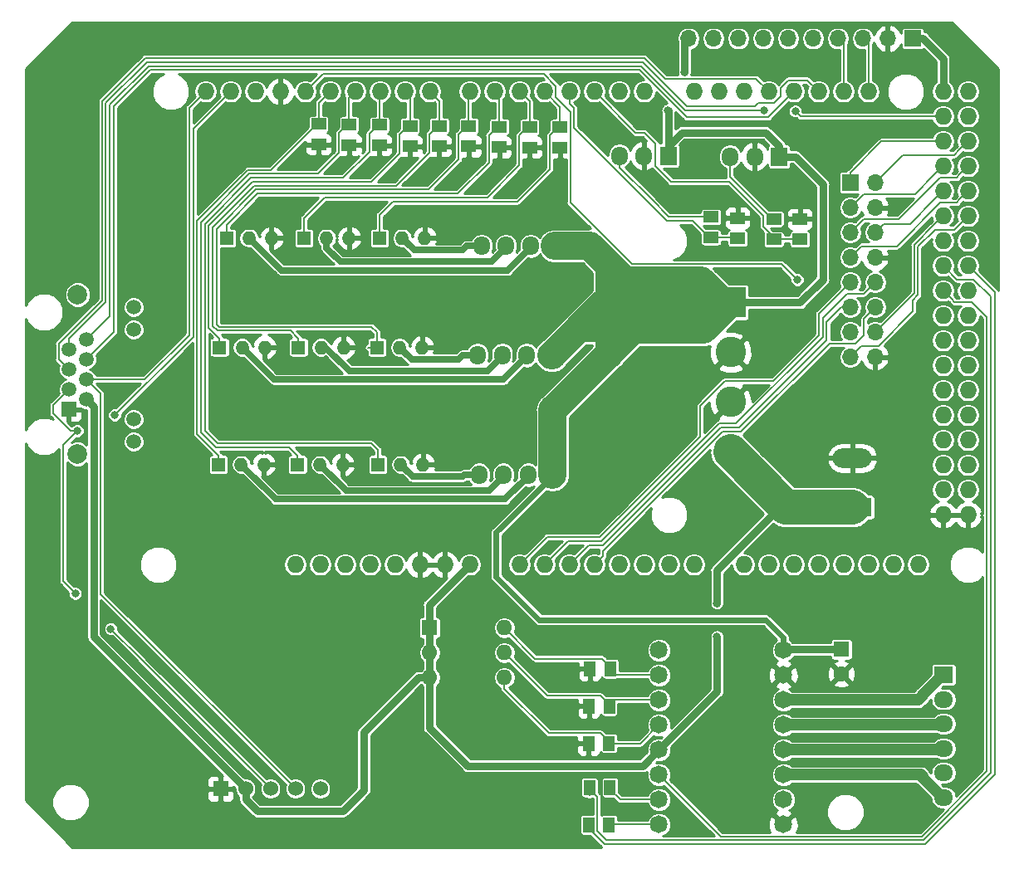
<source format=gtl>
G04 #@! TF.GenerationSoftware,KiCad,Pcbnew,(5.0.0-rc2-dev-352-g017154715)*
G04 #@! TF.CreationDate,2018-06-03T23:58:01-04:00*
G04 #@! TF.ProjectId,DayClock Circuit,446179436C6F636B2043697263756974,rev?*
G04 #@! TF.SameCoordinates,Original*
G04 #@! TF.FileFunction,Copper,L1,Top,Signal*
G04 #@! TF.FilePolarity,Positive*
%FSLAX46Y46*%
G04 Gerber Fmt 4.6, Leading zero omitted, Abs format (unit mm)*
G04 Created by KiCad (PCBNEW (5.0.0-rc2-dev-352-g017154715)) date 06/03/18 23:58:01*
%MOMM*%
%LPD*%
G01*
G04 APERTURE LIST*
%ADD10O,1.727200X1.727200*%
%ADD11C,2.000000*%
%ADD12C,1.500000*%
%ADD13R,1.500000X1.500000*%
%ADD14R,1.500000X1.145000*%
%ADD15R,1.700000X1.950000*%
%ADD16O,1.700000X1.950000*%
%ADD17C,1.600000*%
%ADD18R,1.600000X1.600000*%
%ADD19R,3.100000X3.100000*%
%ADD20C,3.100000*%
%ADD21O,1.700000X1.700000*%
%ADD22R,1.700000X1.700000*%
%ADD23O,3.960000X1.980000*%
%ADD24R,3.960000X1.980000*%
%ADD25O,1.950000X1.700000*%
%ADD26R,1.950000X1.700000*%
%ADD27R,1.400000X1.400000*%
%ADD28O,1.400000X1.400000*%
%ADD29R,1.145000X1.500000*%
%ADD30O,1.600000X1.600000*%
%ADD31C,1.820000*%
%ADD32C,1.524000*%
%ADD33R,1.524000X1.524000*%
%ADD34C,0.800000*%
%ADD35C,0.800000*%
%ADD36C,3.570000*%
%ADD37C,0.200000*%
%ADD38C,2.860000*%
%ADD39C,0.600000*%
%ADD40C,1.170000*%
%ADD41C,0.650000*%
%ADD42C,0.254000*%
G04 APERTURE END LIST*
D10*
X111504000Y-65680000D03*
X108964000Y-65680000D03*
X111504000Y-63140000D03*
X108964000Y-63140000D03*
X111504000Y-60600000D03*
X108964000Y-60600000D03*
X111504000Y-58060000D03*
X108964000Y-58060000D03*
X111504000Y-55520000D03*
X108964000Y-55520000D03*
X111504000Y-52980000D03*
X108964000Y-52980000D03*
X111504000Y-50440000D03*
X108964000Y-50440000D03*
X111504000Y-47900000D03*
X108964000Y-47900000D03*
X111504000Y-45360000D03*
X108964000Y-45360000D03*
X111504000Y-42820000D03*
X108964000Y-42820000D03*
X111504000Y-40280000D03*
X108964000Y-40280000D03*
X111504000Y-37740000D03*
X108964000Y-37740000D03*
X111504000Y-35200000D03*
X108964000Y-35200000D03*
X111504000Y-32660000D03*
X108964000Y-32660000D03*
X111504000Y-30120000D03*
X108964000Y-30120000D03*
X111504000Y-27580000D03*
X108964000Y-27580000D03*
X111504000Y-25040000D03*
X108964000Y-25040000D03*
X111504000Y-22500000D03*
X108964000Y-22500000D03*
X106424000Y-70760000D03*
X103884000Y-70760000D03*
X101344000Y-70760000D03*
X98804000Y-70760000D03*
X96264000Y-70760000D03*
X93724000Y-70760000D03*
X91184000Y-70760000D03*
X88644000Y-70760000D03*
X83564000Y-70760000D03*
X81024000Y-70760000D03*
X78484000Y-70760000D03*
X75944000Y-70760000D03*
X73404000Y-70760000D03*
X70864000Y-70760000D03*
X68324000Y-70760000D03*
X42924000Y-70760000D03*
X49020000Y-22500000D03*
X46480000Y-22500000D03*
X43940000Y-22500000D03*
X38860000Y-22500000D03*
X36320000Y-22500000D03*
X33780000Y-22500000D03*
X51560000Y-22500000D03*
X54100000Y-22500000D03*
X56640000Y-22500000D03*
X41400000Y-22500000D03*
X60704000Y-22500000D03*
X63244000Y-22500000D03*
X65784000Y-22500000D03*
X68324000Y-22500000D03*
X70864000Y-22500000D03*
X73404000Y-22500000D03*
X75944000Y-22500000D03*
X78484000Y-22500000D03*
X83564000Y-22500000D03*
X86104000Y-22500000D03*
X88644000Y-22500000D03*
X91184000Y-22500000D03*
X93724000Y-22500000D03*
X96264000Y-22500000D03*
X98804000Y-22500000D03*
X101344000Y-22500000D03*
X45464000Y-70760000D03*
X48004000Y-70760000D03*
X50544000Y-70760000D03*
X53084000Y-70760000D03*
X55624000Y-70760000D03*
X58164000Y-70760000D03*
X60704000Y-70760000D03*
X65784000Y-70760000D03*
D11*
X20730000Y-43230000D03*
D12*
X26440000Y-58210000D03*
X26440000Y-55930000D03*
X26440000Y-46780000D03*
X26440000Y-44500000D03*
X21620000Y-47800000D03*
X21620000Y-49830000D03*
X21620000Y-51860000D03*
X21620000Y-53890000D03*
X19840000Y-50850000D03*
X19840000Y-52880000D03*
X19840000Y-48810000D03*
D13*
X19840000Y-54910000D03*
D11*
X20730000Y-59480000D03*
D14*
X45300000Y-25815000D03*
X45300000Y-27900000D03*
X48400000Y-25857500D03*
X48400000Y-27942500D03*
X57600000Y-26000000D03*
X57600000Y-28085000D03*
X60600000Y-28100000D03*
X60600000Y-26015000D03*
D15*
X92250000Y-29150000D03*
D16*
X89750000Y-29150000D03*
X87250000Y-29150000D03*
D17*
X98600000Y-81900000D03*
D18*
X98600000Y-79400000D03*
D19*
X87300000Y-44020000D03*
D20*
X87300000Y-49100000D03*
X87300000Y-54180000D03*
X87300000Y-59260000D03*
D21*
X102040000Y-49580000D03*
X99500000Y-49580000D03*
X102040000Y-47040000D03*
X99500000Y-47040000D03*
X102040000Y-44500000D03*
X99500000Y-44500000D03*
X102040000Y-41960000D03*
X99500000Y-41960000D03*
X102040000Y-39420000D03*
X99500000Y-39420000D03*
X102040000Y-36880000D03*
X99500000Y-36880000D03*
X102040000Y-34340000D03*
X99500000Y-34340000D03*
X102040000Y-31800000D03*
D22*
X99500000Y-31800000D03*
D23*
X99700000Y-59900000D03*
D24*
X99700000Y-64900000D03*
D16*
X75950000Y-29050000D03*
X78450000Y-29050000D03*
D15*
X80950000Y-29050000D03*
D25*
X109000000Y-94500000D03*
X109000000Y-92000000D03*
X109000000Y-89500000D03*
X109000000Y-87000000D03*
X109000000Y-84500000D03*
D26*
X109000000Y-82000000D03*
D16*
X61900000Y-38250000D03*
X64400000Y-38250000D03*
X66900000Y-38250000D03*
D15*
X69400000Y-38250000D03*
X69000000Y-49400000D03*
D16*
X66500000Y-49400000D03*
X64000000Y-49400000D03*
X61500000Y-49400000D03*
X61650000Y-61600000D03*
X64150000Y-61600000D03*
X66650000Y-61600000D03*
D15*
X69150000Y-61600000D03*
D27*
X35900000Y-37450000D03*
D28*
X38200000Y-37450000D03*
X40500000Y-37450000D03*
X48400000Y-37450000D03*
X46100000Y-37450000D03*
D27*
X43800000Y-37450000D03*
D28*
X56100000Y-37450000D03*
X53800000Y-37450000D03*
D27*
X51500000Y-37450000D03*
X35200000Y-48600000D03*
D28*
X37500000Y-48600000D03*
X39800000Y-48600000D03*
X47850000Y-48600000D03*
X45550000Y-48600000D03*
D27*
X43250000Y-48600000D03*
X51250000Y-48600000D03*
D28*
X53550000Y-48600000D03*
X55850000Y-48600000D03*
X39700000Y-60550000D03*
X37400000Y-60550000D03*
D27*
X35100000Y-60550000D03*
X43150000Y-60550000D03*
D28*
X45450000Y-60550000D03*
X47750000Y-60550000D03*
X55950000Y-60550000D03*
X53650000Y-60550000D03*
D27*
X51350000Y-60550000D03*
D14*
X63700000Y-26100000D03*
X63700000Y-28185000D03*
X66800000Y-28200000D03*
X66800000Y-26115000D03*
X69900000Y-28200000D03*
X69900000Y-26115000D03*
X54600000Y-26000000D03*
X54600000Y-28085000D03*
X91700000Y-35500000D03*
X91700000Y-37585000D03*
X94350000Y-35500000D03*
X94350000Y-37585000D03*
X85300000Y-35300000D03*
X85300000Y-37385000D03*
X88000000Y-35400000D03*
X88000000Y-37485000D03*
D29*
X75000000Y-93500000D03*
X72915000Y-93500000D03*
X74900000Y-97300000D03*
X72815000Y-97300000D03*
X72957500Y-81400000D03*
X75042500Y-81400000D03*
X72857500Y-85200000D03*
X74942500Y-85200000D03*
X72815000Y-89000000D03*
X74900000Y-89000000D03*
D30*
X64220000Y-77200000D03*
X56600000Y-82280000D03*
X64220000Y-79740000D03*
X56600000Y-79740000D03*
X64220000Y-82280000D03*
D18*
X56600000Y-77200000D03*
D31*
X92680000Y-79490000D03*
X92680000Y-82030000D03*
X92680000Y-84570000D03*
X92680000Y-87110000D03*
X92680000Y-89650000D03*
X92680000Y-92190000D03*
X92680000Y-94730000D03*
X92680000Y-97270000D03*
X79980000Y-97270000D03*
X79980000Y-94730000D03*
X79980000Y-92190000D03*
X79980000Y-89650000D03*
X79980000Y-87110000D03*
X79980000Y-84570000D03*
X79980000Y-82030000D03*
X79980000Y-79490000D03*
D14*
X51500000Y-25900000D03*
X51500000Y-27985000D03*
D32*
X45464000Y-93620000D03*
X42924000Y-93620000D03*
X40384000Y-93620000D03*
X37844000Y-93620000D03*
D33*
X35304000Y-93620000D03*
D22*
X105860000Y-17100000D03*
D21*
X103320000Y-17100000D03*
X100780000Y-17100000D03*
X98240000Y-17100000D03*
X95700000Y-17100000D03*
X93160000Y-17100000D03*
X90620000Y-17100000D03*
X88080000Y-17100000D03*
X85540000Y-17100000D03*
X83000000Y-17100000D03*
D34*
X85900000Y-74700000D03*
X85900000Y-78100000D03*
X20500000Y-73700000D03*
X24100000Y-77300000D03*
X24500000Y-55500000D03*
X20700000Y-57100000D03*
X82600000Y-20500000D03*
X80900000Y-24400000D03*
X94100000Y-41700000D03*
X93900000Y-24500000D03*
X90717025Y-24400000D03*
D35*
X49900000Y-87848630D02*
X49900000Y-93780000D01*
X49900000Y-93780000D02*
X47780000Y-95900000D01*
X56600000Y-82280000D02*
X55468630Y-82280000D01*
X55468630Y-82280000D02*
X49900000Y-87848630D01*
X56600000Y-77200000D02*
X56600000Y-74864000D01*
X56600000Y-74864000D02*
X60704000Y-70760000D01*
X56600000Y-79740000D02*
X56600000Y-77200000D01*
X56600000Y-82280000D02*
X56600000Y-79740000D01*
X78330000Y-91300000D02*
X60520000Y-91300000D01*
X79980000Y-89650000D02*
X78330000Y-91300000D01*
X60520000Y-91300000D02*
X56600000Y-87380000D01*
X56600000Y-87380000D02*
X56600000Y-82280000D01*
X22369999Y-54639999D02*
X22369999Y-78145999D01*
X21620000Y-53890000D02*
X22369999Y-54639999D01*
X22369999Y-78145999D02*
X37082001Y-92858001D01*
X37082001Y-92858001D02*
X37844000Y-93620000D01*
X39046370Y-95900000D02*
X47780000Y-95900000D01*
X37844000Y-93620000D02*
X37844000Y-94697630D01*
X37844000Y-94697630D02*
X39046370Y-95900000D01*
X85900000Y-74700000D02*
X85900000Y-71337870D01*
X85900000Y-71337870D02*
X92337870Y-64900000D01*
X92337870Y-64900000D02*
X92940000Y-64900000D01*
X85900000Y-78100000D02*
X85900000Y-83730000D01*
X85900000Y-83730000D02*
X79980000Y-89650000D01*
D36*
X92940000Y-64900000D02*
X99700000Y-64900000D01*
X87300000Y-59260000D02*
X92940000Y-64900000D01*
D37*
X56450000Y-82150000D02*
X56450000Y-83150000D01*
X23070009Y-53310009D02*
X23070009Y-73766009D01*
X21620000Y-51860000D02*
X23070009Y-53310009D01*
X23070009Y-73766009D02*
X42162001Y-92858001D01*
X42162001Y-92858001D02*
X42924000Y-93620000D01*
X32099929Y-24180071D02*
X32099929Y-47334373D01*
X33780000Y-22500000D02*
X32099929Y-24180071D01*
X32099929Y-47334373D02*
X27574302Y-51860000D01*
X27574302Y-51860000D02*
X22680660Y-51860000D01*
X22680660Y-51860000D02*
X21620000Y-51860000D01*
X20500000Y-73700000D02*
X19250001Y-72450001D01*
X19250001Y-72450001D02*
X19250001Y-58549999D01*
X19250001Y-58549999D02*
X20300001Y-57499999D01*
X20300001Y-57499999D02*
X20700000Y-57100000D01*
X27264000Y-80464000D02*
X24100000Y-77300000D01*
X27264000Y-80500000D02*
X27264000Y-80464000D01*
X40384000Y-93620000D02*
X27264000Y-80500000D01*
X32499939Y-26320061D02*
X32499939Y-47500061D01*
X36320000Y-22500000D02*
X32499939Y-26320061D01*
X32499939Y-47500061D02*
X24500000Y-55500000D01*
X19989998Y-57100000D02*
X20700000Y-57100000D01*
X18236001Y-55346003D02*
X19989998Y-57100000D01*
X19840000Y-52880000D02*
X18236001Y-54483999D01*
X18236001Y-54483999D02*
X18236001Y-55346003D01*
D35*
X98600000Y-79400000D02*
X92770000Y-79400000D01*
X92770000Y-79400000D02*
X92680000Y-79490000D01*
X82600000Y-20500000D02*
X82600000Y-17500000D01*
X82600000Y-17500000D02*
X83000000Y-17100000D01*
X80950000Y-24450000D02*
X80900000Y-24400000D01*
X80950000Y-29050000D02*
X80950000Y-24450000D01*
X80950000Y-28050000D02*
X82300000Y-26700000D01*
X80950000Y-29050000D02*
X80950000Y-28050000D01*
X82300000Y-26700000D02*
X90900000Y-26700000D01*
X90900000Y-26700000D02*
X92250000Y-28050000D01*
X92250000Y-28050000D02*
X92250000Y-29150000D01*
X94380000Y-44020000D02*
X96700000Y-41700000D01*
X87300000Y-44020000D02*
X94380000Y-44020000D01*
X96700000Y-41700000D02*
X96700000Y-31950000D01*
X96700000Y-31950000D02*
X93900000Y-29150000D01*
X93900000Y-29150000D02*
X92250000Y-29150000D01*
D38*
X69100000Y-49400000D02*
X71850000Y-46650000D01*
X71850000Y-46650000D02*
X74480000Y-44020000D01*
X71850000Y-46650000D02*
X77200000Y-46650000D01*
X77200000Y-46650000D02*
X77350000Y-46800000D01*
X77350000Y-46800000D02*
X77350000Y-46450000D01*
X69150000Y-55000000D02*
X74950000Y-49200000D01*
X74950000Y-49200000D02*
X77350000Y-46800000D01*
X72950000Y-38250000D02*
X74250000Y-39550000D01*
X74250000Y-39550000D02*
X76500000Y-41800000D01*
X74950000Y-40250000D02*
X74250000Y-39550000D01*
X74950000Y-49200000D02*
X74950000Y-40250000D01*
X69150000Y-61600000D02*
X69150000Y-55000000D01*
X77350000Y-46800000D02*
X84520000Y-46800000D01*
X84520000Y-46800000D02*
X87300000Y-44020000D01*
X69000000Y-49400000D02*
X69100000Y-49400000D01*
X74480000Y-44020000D02*
X87300000Y-44020000D01*
X69400000Y-38250000D02*
X72950000Y-38250000D01*
X76500000Y-41800000D02*
X84300000Y-41800000D01*
X84300000Y-41800000D02*
X86520000Y-44020000D01*
X86520000Y-44020000D02*
X87300000Y-44020000D01*
D39*
X63400000Y-67475000D02*
X69150000Y-61725000D01*
D35*
X69150000Y-61725000D02*
X69150000Y-61600000D01*
D38*
X87300000Y-44020000D02*
X87220000Y-44020000D01*
D39*
X63400000Y-72000000D02*
X63400000Y-67475000D01*
X67800000Y-76400000D02*
X63400000Y-72000000D01*
X90876934Y-76400000D02*
X67800000Y-76400000D01*
X92680000Y-79490000D02*
X92680000Y-78203066D01*
X92680000Y-78203066D02*
X90876934Y-76400000D01*
D40*
X92680000Y-87110000D02*
X108890000Y-87110000D01*
X108890000Y-87110000D02*
X109000000Y-87000000D01*
X92680000Y-89650000D02*
X108850000Y-89650000D01*
X108850000Y-89650000D02*
X109000000Y-89500000D01*
D41*
X38200000Y-37450000D02*
X41475010Y-40725010D01*
X41475010Y-40725010D02*
X64549990Y-40725010D01*
X64549990Y-40725010D02*
X66900000Y-38375000D01*
X66900000Y-38375000D02*
X66900000Y-38250000D01*
X46100000Y-37450000D02*
X46100000Y-38439949D01*
X46100000Y-38439949D02*
X47535051Y-39875000D01*
X47535051Y-39875000D02*
X62900000Y-39875000D01*
X62900000Y-39875000D02*
X64400000Y-38375000D01*
X64400000Y-38375000D02*
X64400000Y-38250000D01*
X53800000Y-37450000D02*
X55025001Y-38675001D01*
X55025001Y-38675001D02*
X59974999Y-38675001D01*
X59974999Y-38675001D02*
X60400000Y-38250000D01*
X60400000Y-38250000D02*
X61900000Y-38250000D01*
X53550000Y-48600000D02*
X54775001Y-49825001D01*
X54775001Y-49825001D02*
X59574999Y-49825001D01*
X59574999Y-49825001D02*
X60000000Y-49400000D01*
X60000000Y-49400000D02*
X61500000Y-49400000D01*
X45550000Y-48600000D02*
X46036998Y-48600000D01*
X46036998Y-48600000D02*
X48461998Y-51025000D01*
X48461998Y-51025000D02*
X62500000Y-51025000D01*
X62500000Y-51025000D02*
X64000000Y-49525000D01*
X64000000Y-49525000D02*
X64000000Y-49400000D01*
X37500000Y-48600000D02*
X40775010Y-51875010D01*
X40775010Y-51875010D02*
X64149990Y-51875010D01*
X64149990Y-51875010D02*
X66500000Y-49525000D01*
X66500000Y-49525000D02*
X66500000Y-49400000D01*
D37*
X102040000Y-31800000D02*
X104883601Y-28956399D01*
X104883601Y-28956399D02*
X110127601Y-28956399D01*
X110127601Y-28956399D02*
X110640401Y-28443599D01*
X110640401Y-28443599D02*
X111504000Y-27580000D01*
X102040000Y-36880000D02*
X102889999Y-36030001D01*
X102889999Y-36030001D02*
X105593999Y-36030001D01*
X105593999Y-36030001D02*
X108100401Y-33523599D01*
X108100401Y-33523599D02*
X108964000Y-32660000D01*
X87843028Y-56374974D02*
X86104981Y-56374974D01*
X96699990Y-47518012D02*
X87843028Y-56374974D01*
X96699990Y-45598008D02*
X96699990Y-47518012D01*
X99187997Y-43110001D02*
X96699990Y-45598008D01*
X102040000Y-41960000D02*
X100889999Y-43110001D01*
X100889999Y-43110001D02*
X99187997Y-43110001D01*
X86104981Y-56374974D02*
X74139983Y-68339973D01*
X74139983Y-68339973D02*
X70744027Y-68339973D01*
X70744027Y-68339973D02*
X68324000Y-70760000D01*
X88374992Y-57174992D02*
X97359983Y-48190001D01*
X97359983Y-48190001D02*
X100052001Y-48190001D01*
X100052001Y-48190001D02*
X100889999Y-47352003D01*
X100889999Y-47352003D02*
X100889999Y-45650001D01*
X100889999Y-45650001D02*
X101190001Y-45349999D01*
X101190001Y-45349999D02*
X102040000Y-44500000D01*
X74267599Y-69896401D02*
X74267599Y-69343753D01*
X73404000Y-70760000D02*
X74267599Y-69896401D01*
X74267599Y-69343753D02*
X86436360Y-57174992D01*
X86436360Y-57174992D02*
X88374992Y-57174992D01*
X102040000Y-47040000D02*
X106000000Y-43080000D01*
X106000000Y-43080000D02*
X106000000Y-38164000D01*
X106000000Y-38164000D02*
X108100401Y-36063599D01*
X108100401Y-36063599D02*
X108964000Y-35200000D01*
X81234998Y-31734998D02*
X81234998Y-31700000D01*
X91700000Y-37362502D02*
X90649999Y-36312501D01*
X87191800Y-31734998D02*
X81234998Y-31734998D01*
X79600010Y-30065012D02*
X79600010Y-27800010D01*
X90649999Y-35193197D02*
X87191800Y-31734998D01*
X90649999Y-36312501D02*
X90649999Y-35193197D01*
X91700000Y-37585000D02*
X91700000Y-37362502D01*
X81234998Y-31700000D02*
X79600010Y-30065012D01*
X79600010Y-27800010D02*
X78500000Y-26700000D01*
X78500000Y-26700000D02*
X77604000Y-26700000D01*
X77604000Y-26700000D02*
X73404000Y-22500000D01*
X94350000Y-37585000D02*
X91700000Y-37585000D01*
X91522500Y-37585000D02*
X91700000Y-37585000D01*
X71350011Y-24207325D02*
X70864000Y-23721314D01*
X71350011Y-26201371D02*
X71350011Y-24207325D01*
X85300000Y-37385000D02*
X85122500Y-37385000D01*
X80833640Y-35685000D02*
X71350011Y-26201371D01*
X83422500Y-35685000D02*
X80833640Y-35685000D01*
X85122500Y-37385000D02*
X83422500Y-35685000D01*
X70864000Y-23721314D02*
X70864000Y-22500000D01*
X85300000Y-37385000D02*
X87900000Y-37385000D01*
X87900000Y-37385000D02*
X88000000Y-37485000D01*
X52900000Y-33700000D02*
X51500000Y-35100000D01*
X65600000Y-33700000D02*
X52900000Y-33700000D01*
X68849999Y-30450001D02*
X65600000Y-33700000D01*
X68849999Y-26987501D02*
X68849999Y-30450001D01*
X69900000Y-26115000D02*
X69722500Y-26115000D01*
X69722500Y-26115000D02*
X68849999Y-26987501D01*
X51500000Y-35100000D02*
X51500000Y-37450000D01*
X65749999Y-26987501D02*
X66622500Y-26115000D01*
X65749999Y-30049981D02*
X65749999Y-26987501D01*
X62499990Y-33299990D02*
X65749999Y-30049981D01*
X45900010Y-33299990D02*
X62499990Y-33299990D01*
X43800000Y-37450000D02*
X43800000Y-35400000D01*
X43800000Y-35400000D02*
X45900010Y-33299990D01*
X66622500Y-26115000D02*
X66800000Y-26115000D01*
X59500020Y-32899980D02*
X62649999Y-29750001D01*
X39550020Y-32899980D02*
X59500020Y-32899980D01*
X39075696Y-32900000D02*
X39550000Y-32900000D01*
X39550000Y-32900000D02*
X39550020Y-32899980D01*
X35900000Y-37450000D02*
X35900000Y-36075696D01*
X62649999Y-26972501D02*
X63522500Y-26100000D01*
X35900000Y-36075696D02*
X39075696Y-32900000D01*
X62649999Y-29750001D02*
X62649999Y-26972501D01*
X63522500Y-26100000D02*
X63700000Y-26100000D01*
X34899999Y-36509999D02*
X38910028Y-32499970D01*
X34899999Y-46268603D02*
X34899999Y-36509999D01*
X35131396Y-46500000D02*
X34899999Y-46268603D01*
X50700000Y-46500000D02*
X35131396Y-46500000D01*
X51250000Y-48600000D02*
X51250000Y-47050000D01*
X51250000Y-47050000D02*
X50700000Y-46500000D01*
X38910028Y-32499970D02*
X56500030Y-32499970D01*
X59549999Y-26887501D02*
X60422500Y-26015000D01*
X56500030Y-32499970D02*
X59549999Y-29450001D01*
X59549999Y-29450001D02*
X59549999Y-26887501D01*
X60422500Y-26015000D02*
X60600000Y-26015000D01*
X60600000Y-26015000D02*
X60600000Y-22604000D01*
X60600000Y-22604000D02*
X60704000Y-22500000D01*
X34499989Y-36344309D02*
X38744339Y-32099960D01*
X34499989Y-46434291D02*
X34499989Y-36344309D01*
X34965698Y-46900000D02*
X34499989Y-46434291D01*
X42450000Y-46900000D02*
X34965698Y-46900000D01*
X43250000Y-48600000D02*
X43250000Y-47700000D01*
X43250000Y-47700000D02*
X42450000Y-46900000D01*
X38744339Y-32099960D02*
X53200040Y-32099960D01*
X53200040Y-32099960D02*
X56549999Y-28750001D01*
X56549999Y-26872501D02*
X57422500Y-26000000D01*
X56549999Y-28750001D02*
X56549999Y-26872501D01*
X50700050Y-31699950D02*
X53549999Y-28850001D01*
X38578650Y-31699950D02*
X50700050Y-31699950D01*
X34099979Y-36178621D02*
X38578650Y-31699950D01*
X53549999Y-26872501D02*
X54422500Y-26000000D01*
X34099979Y-46599979D02*
X34099979Y-36178621D01*
X35200000Y-48600000D02*
X35200000Y-47700000D01*
X35200000Y-47700000D02*
X34099979Y-46599979D01*
X53549999Y-28850001D02*
X53549999Y-26872501D01*
X33699969Y-36012932D02*
X38412961Y-31299940D01*
X51350000Y-59050000D02*
X50699990Y-58399990D01*
X33699969Y-57118573D02*
X33699969Y-36012932D01*
X34981386Y-58399990D02*
X33699969Y-57118573D01*
X50699990Y-58399990D02*
X34981386Y-58399990D01*
X51350000Y-60550000D02*
X51350000Y-59050000D01*
X38412961Y-31299940D02*
X47800060Y-31299940D01*
X47800060Y-31299940D02*
X50449999Y-28650001D01*
X50449999Y-28650001D02*
X50449999Y-26772501D01*
X50449999Y-26772501D02*
X51322500Y-25900000D01*
X70950001Y-24560303D02*
X70950001Y-33800001D01*
X75950000Y-38800000D02*
X75950000Y-38803397D01*
X69487601Y-23097903D02*
X70950001Y-24560303D01*
X69487601Y-21941471D02*
X69487601Y-23097903D01*
X92469990Y-40069990D02*
X94100000Y-41700000D01*
X68246130Y-20700000D02*
X69487601Y-21941471D01*
X43940000Y-22500000D02*
X45740000Y-20700000D01*
X45740000Y-20700000D02*
X68246130Y-20700000D01*
X70950001Y-33800001D02*
X75950000Y-38800000D01*
X75950000Y-38803397D02*
X77216593Y-40069990D01*
X77216593Y-40069990D02*
X92469990Y-40069990D01*
X69900000Y-26115000D02*
X69900000Y-24076000D01*
X69900000Y-24076000D02*
X68324000Y-22500000D01*
X68200000Y-22624000D02*
X68324000Y-22500000D01*
X68300000Y-22524000D02*
X68324000Y-22500000D01*
X66800000Y-26115000D02*
X66800000Y-23516000D01*
X66800000Y-23516000D02*
X65784000Y-22500000D01*
X65700000Y-22584000D02*
X65784000Y-22500000D01*
X65800000Y-22516000D02*
X65784000Y-22500000D01*
X63700000Y-26100000D02*
X63700000Y-22956000D01*
X63700000Y-22956000D02*
X63244000Y-22500000D01*
X63200000Y-22544000D02*
X63244000Y-22500000D01*
X51250000Y-48600000D02*
X51250000Y-47700000D01*
X51250000Y-48600000D02*
X50350000Y-48600000D01*
X57600000Y-26000000D02*
X57600000Y-23460000D01*
X57600000Y-23460000D02*
X56640000Y-22500000D01*
X56600000Y-22540000D02*
X56640000Y-22500000D01*
X54600000Y-23000000D02*
X54100000Y-22500000D01*
X54600000Y-26000000D02*
X54600000Y-23000000D01*
X32899949Y-57449949D02*
X35100000Y-59650000D01*
X38081583Y-30499920D02*
X32899949Y-35681554D01*
X32899949Y-35681554D02*
X32899949Y-57449949D01*
X45122500Y-25815000D02*
X40437580Y-30499920D01*
X40437580Y-30499920D02*
X38081583Y-30499920D01*
X45300000Y-25815000D02*
X45122500Y-25815000D01*
X35100000Y-59650000D02*
X35100000Y-60550000D01*
X45300000Y-23680000D02*
X46480000Y-22500000D01*
X46400000Y-22580000D02*
X46480000Y-22500000D01*
X45300000Y-25815000D02*
X45300000Y-23680000D01*
X91706131Y-23699999D02*
X90100001Y-23699999D01*
X92400000Y-23006130D02*
X91706131Y-23699999D01*
X92400000Y-22101870D02*
X92400000Y-23006130D01*
X93165471Y-21336399D02*
X92400000Y-22101870D01*
X96264000Y-22500000D02*
X95100399Y-21336399D01*
X19840000Y-47749340D02*
X19840000Y-48810000D01*
X95100399Y-21336399D02*
X93165471Y-21336399D01*
X90100001Y-23699999D02*
X89800000Y-24000000D01*
X89800000Y-24000000D02*
X82837526Y-24000000D01*
X82837526Y-24000000D02*
X78337498Y-19499970D01*
X78337498Y-19499970D02*
X27768632Y-19499970D01*
X23599980Y-43989360D02*
X19840000Y-47749340D01*
X27768632Y-19499970D02*
X23599980Y-23668622D01*
X23599980Y-23668622D02*
X23599980Y-43989360D01*
X24399998Y-24000002D02*
X24399998Y-47049998D01*
X28100010Y-20299990D02*
X24399998Y-24000002D01*
X78006120Y-20299990D02*
X28100010Y-20299990D01*
X82806130Y-25100000D02*
X78006120Y-20299990D01*
X24400000Y-47050000D02*
X21620000Y-49830000D01*
X93724000Y-22500000D02*
X91124000Y-25100000D01*
X91124000Y-25100000D02*
X82806130Y-25100000D01*
X24399998Y-47049998D02*
X24400000Y-47050000D01*
X23199970Y-23502933D02*
X23199970Y-43823672D01*
X27602943Y-19099960D02*
X23199970Y-23502933D01*
X78503187Y-19099960D02*
X27602943Y-19099960D01*
X80603225Y-21200000D02*
X78503187Y-19099960D01*
X91184000Y-22500000D02*
X89884000Y-21200000D01*
X89884000Y-21200000D02*
X80603225Y-21200000D01*
X23199970Y-43823672D02*
X18789999Y-48233643D01*
X18789999Y-48233643D02*
X18789999Y-49799999D01*
X18789999Y-49799999D02*
X19840000Y-50850000D01*
X90717025Y-24400000D02*
X82671828Y-24400000D01*
X82671828Y-24400000D02*
X78171809Y-19899980D01*
X78171809Y-19899980D02*
X27934321Y-19899980D01*
X27934321Y-19899980D02*
X23999990Y-23834311D01*
X23999990Y-23834311D02*
X23999990Y-45420010D01*
X23999990Y-45420010D02*
X21620000Y-47800000D01*
X108964000Y-25040000D02*
X94440000Y-25040000D01*
X94440000Y-25040000D02*
X93900000Y-24500000D01*
X87250000Y-29150000D02*
X87250000Y-31227500D01*
X87250000Y-31227500D02*
X91522500Y-35500000D01*
X91522500Y-35500000D02*
X91700000Y-35500000D01*
X79325000Y-33610661D02*
X80999329Y-35284990D01*
X80999329Y-35284990D02*
X84334990Y-35284990D01*
X84334990Y-35284990D02*
X84350000Y-35300000D01*
X84350000Y-35300000D02*
X85300000Y-35300000D01*
X79325000Y-33600000D02*
X79325000Y-33610661D01*
X75950000Y-29050000D02*
X75950000Y-30225000D01*
X75950000Y-30225000D02*
X79325000Y-33600000D01*
X33299959Y-35847243D02*
X38247272Y-30899930D01*
X43150000Y-59650000D02*
X42300000Y-58800000D01*
X33299959Y-57284261D02*
X33299959Y-35847243D01*
X34815698Y-58800000D02*
X33299959Y-57284261D01*
X42300000Y-58800000D02*
X34815698Y-58800000D01*
X43150000Y-60550000D02*
X43150000Y-59650000D01*
X38247272Y-30899930D02*
X45200070Y-30899930D01*
X45200070Y-30899930D02*
X47349999Y-28750001D01*
X47349999Y-28750001D02*
X47349999Y-26730001D01*
X47349999Y-26730001D02*
X48222500Y-25857500D01*
X48400000Y-25857500D02*
X48400000Y-23120000D01*
X48400000Y-23120000D02*
X49020000Y-22500000D01*
X49000000Y-22520000D02*
X49020000Y-22500000D01*
X79980000Y-94730000D02*
X76052500Y-94730000D01*
X76052500Y-94730000D02*
X75000000Y-93677500D01*
X75000000Y-93677500D02*
X75000000Y-93500000D01*
X106937047Y-98880011D02*
X74617509Y-98880011D01*
X74617509Y-98880011D02*
X73687501Y-97950003D01*
X73687501Y-97950003D02*
X73687500Y-94450000D01*
X73687500Y-94450000D02*
X72915000Y-93677500D01*
X72915000Y-93677500D02*
X72915000Y-93500000D01*
X72815000Y-97300000D02*
X72815000Y-97643198D01*
X72815000Y-97643198D02*
X74451823Y-99280021D01*
X74451823Y-99280021D02*
X107102736Y-99280021D01*
X79980000Y-97270000D02*
X74930000Y-97270000D01*
X74930000Y-97270000D02*
X74900000Y-97300000D01*
X64220000Y-77200000D02*
X67369999Y-80349999D01*
X67369999Y-80349999D02*
X74169999Y-80349999D01*
X74169999Y-80349999D02*
X75042500Y-81222500D01*
X75042500Y-81222500D02*
X75042500Y-81400000D01*
X79980000Y-82030000D02*
X75672500Y-82030000D01*
X75672500Y-82030000D02*
X75042500Y-81400000D01*
X64220000Y-79740000D02*
X68629999Y-84149999D01*
X68629999Y-84149999D02*
X74069999Y-84149999D01*
X74069999Y-84149999D02*
X74942500Y-85022500D01*
X74942500Y-85022500D02*
X74942500Y-85200000D01*
X79980000Y-84570000D02*
X75572500Y-84570000D01*
X75572500Y-84570000D02*
X74942500Y-85200000D01*
X64220000Y-82280000D02*
X64220000Y-83411370D01*
X64220000Y-83411370D02*
X68758629Y-87949999D01*
X68758629Y-87949999D02*
X74027499Y-87949999D01*
X74027499Y-87949999D02*
X74900000Y-88822500D01*
X79980000Y-87110000D02*
X78090000Y-89000000D01*
X78090000Y-89000000D02*
X74900000Y-89000000D01*
X51500000Y-22560000D02*
X51560000Y-22500000D01*
X51500000Y-25900000D02*
X51500000Y-22560000D01*
X51560000Y-25840000D02*
X51500000Y-25900000D01*
X84207128Y-54534870D02*
X84207128Y-57707130D01*
X86741998Y-52000000D02*
X84207128Y-54534870D01*
X91652304Y-52000000D02*
X86741998Y-52000000D01*
X76014258Y-65900000D02*
X76000000Y-65900000D01*
X96299980Y-47352324D02*
X91652304Y-52000000D01*
X96299980Y-45160020D02*
X96299980Y-47352324D01*
X76000000Y-65900000D02*
X73960037Y-67939963D01*
X99500000Y-41960000D02*
X96299980Y-45160020D01*
X84207128Y-57707130D02*
X76014258Y-65900000D01*
X73960037Y-67939963D02*
X68604037Y-67939963D01*
X68604037Y-67939963D02*
X66647599Y-69896401D01*
X66647599Y-69896401D02*
X65784000Y-70760000D01*
X97100000Y-47884286D02*
X97100000Y-46000000D01*
X88209302Y-56774984D02*
X97100000Y-47884286D01*
X86270670Y-56774984D02*
X88209302Y-56774984D01*
X74245654Y-68800000D02*
X86270670Y-56774984D01*
X70864000Y-70760000D02*
X72824000Y-68800000D01*
X72824000Y-68800000D02*
X74245654Y-68800000D01*
X97100000Y-46000000D02*
X98600000Y-44500000D01*
X98600000Y-44500000D02*
X99500000Y-44500000D01*
X99500000Y-31800000D02*
X99500000Y-30750000D01*
X99500000Y-30750000D02*
X102670000Y-27580000D01*
X102670000Y-27580000D02*
X107742686Y-27580000D01*
X107742686Y-27580000D02*
X108964000Y-27580000D01*
X99500000Y-34340000D02*
X100889999Y-32950001D01*
X100889999Y-32950001D02*
X106133999Y-32950001D01*
X106133999Y-32950001D02*
X108100401Y-30983599D01*
X108100401Y-30983599D02*
X108964000Y-30120000D01*
X99500000Y-36880000D02*
X100889999Y-35490001D01*
X100889999Y-35490001D02*
X104411869Y-35490001D01*
X104411869Y-35490001D02*
X108618269Y-31283601D01*
X108618269Y-31283601D02*
X110340399Y-31283601D01*
X110340399Y-31283601D02*
X110640401Y-30983599D01*
X110640401Y-30983599D02*
X111504000Y-30120000D01*
X99500000Y-39420000D02*
X100650001Y-38269999D01*
X100650001Y-38269999D02*
X104230001Y-38269999D01*
X104230001Y-38269999D02*
X108676399Y-33823601D01*
X108676399Y-33823601D02*
X110340399Y-33823601D01*
X110340399Y-33823601D02*
X110640401Y-33523599D01*
X110640401Y-33523599D02*
X111504000Y-32660000D01*
X105845698Y-43800000D02*
X105845698Y-44936304D01*
X105845698Y-44936304D02*
X102352003Y-48429999D01*
X102352003Y-48429999D02*
X100650001Y-48429999D01*
X100650001Y-48429999D02*
X100349999Y-48730001D01*
X100349999Y-48730001D02*
X99500000Y-49580000D01*
X106400010Y-38329688D02*
X106400010Y-43245689D01*
X106400010Y-43245689D02*
X105845698Y-43800000D01*
X108153299Y-36576399D02*
X106400010Y-38329688D01*
X111504000Y-35200000D02*
X110127601Y-36576399D01*
X110127601Y-36576399D02*
X108153299Y-36576399D01*
D40*
X92680000Y-84570000D02*
X106430000Y-84570000D01*
X106430000Y-84570000D02*
X106855000Y-84145000D01*
X106855000Y-84145000D02*
X106855000Y-84020000D01*
X106855000Y-84020000D02*
X108875000Y-82000000D01*
X108875000Y-82000000D02*
X109000000Y-82000000D01*
X92680000Y-92190000D02*
X106690000Y-92190000D01*
X106690000Y-92190000D02*
X106855000Y-92355000D01*
X106855000Y-92355000D02*
X106855000Y-92480000D01*
X106855000Y-92480000D02*
X108875000Y-94500000D01*
X108875000Y-94500000D02*
X109000000Y-94500000D01*
D41*
X37400000Y-60550000D02*
X40925010Y-64075010D01*
X40925010Y-64075010D02*
X64299990Y-64075010D01*
X64299990Y-64075010D02*
X66650000Y-61725000D01*
X66650000Y-61725000D02*
X66650000Y-61600000D01*
X45450000Y-60550000D02*
X48125000Y-63225000D01*
X48125000Y-63225000D02*
X62650000Y-63225000D01*
X62650000Y-63225000D02*
X64150000Y-61725000D01*
X64150000Y-61725000D02*
X64150000Y-61600000D01*
X53650000Y-60550000D02*
X54875001Y-61775001D01*
X54875001Y-61775001D02*
X59974999Y-61775001D01*
X59974999Y-61775001D02*
X60150000Y-61600000D01*
X60150000Y-61600000D02*
X61650000Y-61600000D01*
D37*
X45321503Y-25800000D02*
X45336503Y-25815000D01*
X108964000Y-40280000D02*
X110340399Y-41656399D01*
X110340399Y-41656399D02*
X112062529Y-41656399D01*
X112062529Y-41656399D02*
X113804011Y-43397881D01*
X113804011Y-43397881D02*
X113804011Y-92013047D01*
X113804011Y-92013047D02*
X106937047Y-98880011D01*
X72915000Y-94277500D02*
X72915000Y-94100000D01*
X107102736Y-99280021D02*
X114204021Y-92178736D01*
X114204021Y-92178736D02*
X114204021Y-42980021D01*
X114204021Y-42980021D02*
X112367599Y-41143599D01*
X112367599Y-41143599D02*
X111504000Y-40280000D01*
X75030000Y-97170000D02*
X74900000Y-97300000D01*
X79980000Y-92190000D02*
X86270001Y-98480001D01*
X86270001Y-98480001D02*
X106771358Y-98480001D01*
X106771358Y-98480001D02*
X113404001Y-91847358D01*
X113404001Y-91847358D02*
X113404001Y-45537871D01*
X113404001Y-45537871D02*
X111849731Y-43983601D01*
X111849731Y-43983601D02*
X110127601Y-43983601D01*
X110127601Y-43983601D02*
X109827599Y-43683599D01*
X109827599Y-43683599D02*
X108964000Y-42820000D01*
X101344000Y-22500000D02*
X101344000Y-17664000D01*
X101344000Y-17664000D02*
X100780000Y-17100000D01*
X98804000Y-22500000D02*
X98804000Y-17664000D01*
X98804000Y-17664000D02*
X98240000Y-17100000D01*
D35*
X108964000Y-22500000D02*
X108964000Y-19154000D01*
X108964000Y-19154000D02*
X106910000Y-17100000D01*
X106910000Y-17100000D02*
X105860000Y-17100000D01*
D42*
G36*
X15623980Y-58819881D02*
X16180119Y-59376020D01*
X16906750Y-59677000D01*
X17693250Y-59677000D01*
X18419881Y-59376020D01*
X18823002Y-58972899D01*
X18823001Y-72407948D01*
X18814636Y-72450001D01*
X18823001Y-72492054D01*
X18847776Y-72616607D01*
X18942151Y-72757851D01*
X18977808Y-72781676D01*
X19773000Y-73576869D01*
X19773000Y-73844609D01*
X19883679Y-74111813D01*
X20088187Y-74316321D01*
X20355391Y-74427000D01*
X20644609Y-74427000D01*
X20911813Y-74316321D01*
X21116321Y-74111813D01*
X21227000Y-73844609D01*
X21227000Y-73555391D01*
X21116321Y-73288187D01*
X20911813Y-73083679D01*
X20644609Y-72973000D01*
X20376869Y-72973000D01*
X19677001Y-72273133D01*
X19677001Y-60303662D01*
X19978315Y-60604976D01*
X20466043Y-60807000D01*
X20993957Y-60807000D01*
X21481685Y-60604976D01*
X21642999Y-60443662D01*
X21643000Y-78074399D01*
X21628758Y-78145999D01*
X21685181Y-78429659D01*
X21805305Y-78609437D01*
X21845863Y-78670136D01*
X21906561Y-78710693D01*
X35504309Y-92308441D01*
X35431000Y-92381750D01*
X35431000Y-93493000D01*
X36542250Y-93493000D01*
X36615559Y-93419691D01*
X36618562Y-93422695D01*
X36618565Y-93422697D01*
X36755000Y-93559132D01*
X36755000Y-93836616D01*
X36920790Y-94236869D01*
X37117001Y-94433080D01*
X37117001Y-94626031D01*
X37102759Y-94697630D01*
X37159182Y-94981290D01*
X37212891Y-95061671D01*
X37319864Y-95221767D01*
X37380562Y-95262324D01*
X38481675Y-96363438D01*
X38522233Y-96424137D01*
X38762709Y-96584818D01*
X38974771Y-96627000D01*
X38974775Y-96627000D01*
X39046370Y-96641241D01*
X39117965Y-96627000D01*
X47708405Y-96627000D01*
X47780000Y-96641241D01*
X47851595Y-96627000D01*
X47851599Y-96627000D01*
X48063661Y-96584818D01*
X48304137Y-96424137D01*
X48344696Y-96363436D01*
X50363438Y-94344694D01*
X50424137Y-94304137D01*
X50584818Y-94063661D01*
X50627000Y-93851599D01*
X50627000Y-93851595D01*
X50641241Y-93780000D01*
X50627000Y-93708405D01*
X50627000Y-88149762D01*
X55746127Y-83030636D01*
X55787478Y-83092522D01*
X55873001Y-83149666D01*
X55873000Y-87308405D01*
X55858759Y-87380000D01*
X55873000Y-87451595D01*
X55873000Y-87451598D01*
X55915182Y-87663660D01*
X56075863Y-87904136D01*
X56136562Y-87944694D01*
X59955306Y-91763439D01*
X59995863Y-91824137D01*
X60236339Y-91984818D01*
X60448401Y-92027000D01*
X60448405Y-92027000D01*
X60519999Y-92041241D01*
X60591593Y-92027000D01*
X78258405Y-92027000D01*
X78330000Y-92041241D01*
X78401595Y-92027000D01*
X78401599Y-92027000D01*
X78613661Y-91984818D01*
X78769087Y-91880966D01*
X78743000Y-91943945D01*
X78743000Y-92436055D01*
X78931322Y-92890704D01*
X79279296Y-93238678D01*
X79733945Y-93427000D01*
X80226055Y-93427000D01*
X80499760Y-93313628D01*
X85639142Y-98453011D01*
X80356396Y-98453011D01*
X80680704Y-98318678D01*
X81028678Y-97970704D01*
X81217000Y-97516055D01*
X81217000Y-97023945D01*
X81028678Y-96569296D01*
X80680704Y-96221322D01*
X80226055Y-96033000D01*
X79733945Y-96033000D01*
X79279296Y-96221322D01*
X78931322Y-96569296D01*
X78817950Y-96843000D01*
X75805906Y-96843000D01*
X75805906Y-96550000D01*
X75780527Y-96422411D01*
X75708254Y-96314246D01*
X75600089Y-96241973D01*
X75472500Y-96216594D01*
X74327500Y-96216594D01*
X74199911Y-96241973D01*
X74114500Y-96299042D01*
X74114499Y-94492057D01*
X74122865Y-94450000D01*
X74089724Y-94283392D01*
X74019171Y-94177802D01*
X74019170Y-94177801D01*
X73995349Y-94142150D01*
X73959697Y-94118329D01*
X73820906Y-93979537D01*
X73820906Y-92750000D01*
X74094094Y-92750000D01*
X74094094Y-94250000D01*
X74119473Y-94377589D01*
X74191746Y-94485754D01*
X74299911Y-94558027D01*
X74427500Y-94583406D01*
X75302037Y-94583406D01*
X75720827Y-95002196D01*
X75744650Y-95037850D01*
X75885893Y-95132225D01*
X76052500Y-95165365D01*
X76094554Y-95157000D01*
X78817950Y-95157000D01*
X78931322Y-95430704D01*
X79279296Y-95778678D01*
X79733945Y-95967000D01*
X80226055Y-95967000D01*
X80680704Y-95778678D01*
X81028678Y-95430704D01*
X81217000Y-94976055D01*
X81217000Y-94483945D01*
X81028678Y-94029296D01*
X80680704Y-93681322D01*
X80226055Y-93493000D01*
X79733945Y-93493000D01*
X79279296Y-93681322D01*
X78931322Y-94029296D01*
X78817950Y-94303000D01*
X76229369Y-94303000D01*
X75905906Y-93979537D01*
X75905906Y-92750000D01*
X75880527Y-92622411D01*
X75808254Y-92514246D01*
X75700089Y-92441973D01*
X75572500Y-92416594D01*
X74427500Y-92416594D01*
X74299911Y-92441973D01*
X74191746Y-92514246D01*
X74119473Y-92622411D01*
X74094094Y-92750000D01*
X73820906Y-92750000D01*
X73795527Y-92622411D01*
X73723254Y-92514246D01*
X73615089Y-92441973D01*
X73487500Y-92416594D01*
X72342500Y-92416594D01*
X72214911Y-92441973D01*
X72106746Y-92514246D01*
X72034473Y-92622411D01*
X72009094Y-92750000D01*
X72009094Y-94250000D01*
X72034473Y-94377589D01*
X72106746Y-94485754D01*
X72214911Y-94558027D01*
X72342500Y-94583406D01*
X72605851Y-94583406D01*
X72607150Y-94585350D01*
X72748393Y-94679725D01*
X72915000Y-94712865D01*
X73081606Y-94679725D01*
X73220531Y-94586900D01*
X73260500Y-94626869D01*
X73260501Y-96216594D01*
X72242500Y-96216594D01*
X72114911Y-96241973D01*
X72006746Y-96314246D01*
X71934473Y-96422411D01*
X71909094Y-96550000D01*
X71909094Y-98050000D01*
X71934473Y-98177589D01*
X72006746Y-98285754D01*
X72114911Y-98358027D01*
X72242500Y-98383406D01*
X72951339Y-98383406D01*
X74120152Y-99552219D01*
X74134037Y-99573000D01*
X20176869Y-99573000D01*
X15427000Y-94823132D01*
X15427000Y-94616696D01*
X18073000Y-94616696D01*
X18073000Y-95383304D01*
X18366368Y-96091558D01*
X18908442Y-96633632D01*
X19616696Y-96927000D01*
X20383304Y-96927000D01*
X21091558Y-96633632D01*
X21633632Y-96091558D01*
X21927000Y-95383304D01*
X21927000Y-94616696D01*
X21633632Y-93908442D01*
X21630940Y-93905750D01*
X33907000Y-93905750D01*
X33907000Y-94508309D01*
X34003673Y-94741698D01*
X34182301Y-94920327D01*
X34415690Y-95017000D01*
X35018250Y-95017000D01*
X35177000Y-94858250D01*
X35177000Y-93747000D01*
X35431000Y-93747000D01*
X35431000Y-94858250D01*
X35589750Y-95017000D01*
X36192310Y-95017000D01*
X36425699Y-94920327D01*
X36604327Y-94741698D01*
X36701000Y-94508309D01*
X36701000Y-93905750D01*
X36542250Y-93747000D01*
X35431000Y-93747000D01*
X35177000Y-93747000D01*
X34065750Y-93747000D01*
X33907000Y-93905750D01*
X21630940Y-93905750D01*
X21091558Y-93366368D01*
X20383304Y-93073000D01*
X19616696Y-93073000D01*
X18908442Y-93366368D01*
X18366368Y-93908442D01*
X18073000Y-94616696D01*
X15427000Y-94616696D01*
X15427000Y-92731691D01*
X33907000Y-92731691D01*
X33907000Y-93334250D01*
X34065750Y-93493000D01*
X35177000Y-93493000D01*
X35177000Y-92381750D01*
X35018250Y-92223000D01*
X34415690Y-92223000D01*
X34182301Y-92319673D01*
X34003673Y-92498302D01*
X33907000Y-92731691D01*
X15427000Y-92731691D01*
X15427000Y-58344329D01*
X15623980Y-58819881D01*
X15623980Y-58819881D01*
G37*
X15623980Y-58819881D02*
X16180119Y-59376020D01*
X16906750Y-59677000D01*
X17693250Y-59677000D01*
X18419881Y-59376020D01*
X18823002Y-58972899D01*
X18823001Y-72407948D01*
X18814636Y-72450001D01*
X18823001Y-72492054D01*
X18847776Y-72616607D01*
X18942151Y-72757851D01*
X18977808Y-72781676D01*
X19773000Y-73576869D01*
X19773000Y-73844609D01*
X19883679Y-74111813D01*
X20088187Y-74316321D01*
X20355391Y-74427000D01*
X20644609Y-74427000D01*
X20911813Y-74316321D01*
X21116321Y-74111813D01*
X21227000Y-73844609D01*
X21227000Y-73555391D01*
X21116321Y-73288187D01*
X20911813Y-73083679D01*
X20644609Y-72973000D01*
X20376869Y-72973000D01*
X19677001Y-72273133D01*
X19677001Y-60303662D01*
X19978315Y-60604976D01*
X20466043Y-60807000D01*
X20993957Y-60807000D01*
X21481685Y-60604976D01*
X21642999Y-60443662D01*
X21643000Y-78074399D01*
X21628758Y-78145999D01*
X21685181Y-78429659D01*
X21805305Y-78609437D01*
X21845863Y-78670136D01*
X21906561Y-78710693D01*
X35504309Y-92308441D01*
X35431000Y-92381750D01*
X35431000Y-93493000D01*
X36542250Y-93493000D01*
X36615559Y-93419691D01*
X36618562Y-93422695D01*
X36618565Y-93422697D01*
X36755000Y-93559132D01*
X36755000Y-93836616D01*
X36920790Y-94236869D01*
X37117001Y-94433080D01*
X37117001Y-94626031D01*
X37102759Y-94697630D01*
X37159182Y-94981290D01*
X37212891Y-95061671D01*
X37319864Y-95221767D01*
X37380562Y-95262324D01*
X38481675Y-96363438D01*
X38522233Y-96424137D01*
X38762709Y-96584818D01*
X38974771Y-96627000D01*
X38974775Y-96627000D01*
X39046370Y-96641241D01*
X39117965Y-96627000D01*
X47708405Y-96627000D01*
X47780000Y-96641241D01*
X47851595Y-96627000D01*
X47851599Y-96627000D01*
X48063661Y-96584818D01*
X48304137Y-96424137D01*
X48344696Y-96363436D01*
X50363438Y-94344694D01*
X50424137Y-94304137D01*
X50584818Y-94063661D01*
X50627000Y-93851599D01*
X50627000Y-93851595D01*
X50641241Y-93780000D01*
X50627000Y-93708405D01*
X50627000Y-88149762D01*
X55746127Y-83030636D01*
X55787478Y-83092522D01*
X55873001Y-83149666D01*
X55873000Y-87308405D01*
X55858759Y-87380000D01*
X55873000Y-87451595D01*
X55873000Y-87451598D01*
X55915182Y-87663660D01*
X56075863Y-87904136D01*
X56136562Y-87944694D01*
X59955306Y-91763439D01*
X59995863Y-91824137D01*
X60236339Y-91984818D01*
X60448401Y-92027000D01*
X60448405Y-92027000D01*
X60519999Y-92041241D01*
X60591593Y-92027000D01*
X78258405Y-92027000D01*
X78330000Y-92041241D01*
X78401595Y-92027000D01*
X78401599Y-92027000D01*
X78613661Y-91984818D01*
X78769087Y-91880966D01*
X78743000Y-91943945D01*
X78743000Y-92436055D01*
X78931322Y-92890704D01*
X79279296Y-93238678D01*
X79733945Y-93427000D01*
X80226055Y-93427000D01*
X80499760Y-93313628D01*
X85639142Y-98453011D01*
X80356396Y-98453011D01*
X80680704Y-98318678D01*
X81028678Y-97970704D01*
X81217000Y-97516055D01*
X81217000Y-97023945D01*
X81028678Y-96569296D01*
X80680704Y-96221322D01*
X80226055Y-96033000D01*
X79733945Y-96033000D01*
X79279296Y-96221322D01*
X78931322Y-96569296D01*
X78817950Y-96843000D01*
X75805906Y-96843000D01*
X75805906Y-96550000D01*
X75780527Y-96422411D01*
X75708254Y-96314246D01*
X75600089Y-96241973D01*
X75472500Y-96216594D01*
X74327500Y-96216594D01*
X74199911Y-96241973D01*
X74114500Y-96299042D01*
X74114499Y-94492057D01*
X74122865Y-94450000D01*
X74089724Y-94283392D01*
X74019171Y-94177802D01*
X74019170Y-94177801D01*
X73995349Y-94142150D01*
X73959697Y-94118329D01*
X73820906Y-93979537D01*
X73820906Y-92750000D01*
X74094094Y-92750000D01*
X74094094Y-94250000D01*
X74119473Y-94377589D01*
X74191746Y-94485754D01*
X74299911Y-94558027D01*
X74427500Y-94583406D01*
X75302037Y-94583406D01*
X75720827Y-95002196D01*
X75744650Y-95037850D01*
X75885893Y-95132225D01*
X76052500Y-95165365D01*
X76094554Y-95157000D01*
X78817950Y-95157000D01*
X78931322Y-95430704D01*
X79279296Y-95778678D01*
X79733945Y-95967000D01*
X80226055Y-95967000D01*
X80680704Y-95778678D01*
X81028678Y-95430704D01*
X81217000Y-94976055D01*
X81217000Y-94483945D01*
X81028678Y-94029296D01*
X80680704Y-93681322D01*
X80226055Y-93493000D01*
X79733945Y-93493000D01*
X79279296Y-93681322D01*
X78931322Y-94029296D01*
X78817950Y-94303000D01*
X76229369Y-94303000D01*
X75905906Y-93979537D01*
X75905906Y-92750000D01*
X75880527Y-92622411D01*
X75808254Y-92514246D01*
X75700089Y-92441973D01*
X75572500Y-92416594D01*
X74427500Y-92416594D01*
X74299911Y-92441973D01*
X74191746Y-92514246D01*
X74119473Y-92622411D01*
X74094094Y-92750000D01*
X73820906Y-92750000D01*
X73795527Y-92622411D01*
X73723254Y-92514246D01*
X73615089Y-92441973D01*
X73487500Y-92416594D01*
X72342500Y-92416594D01*
X72214911Y-92441973D01*
X72106746Y-92514246D01*
X72034473Y-92622411D01*
X72009094Y-92750000D01*
X72009094Y-94250000D01*
X72034473Y-94377589D01*
X72106746Y-94485754D01*
X72214911Y-94558027D01*
X72342500Y-94583406D01*
X72605851Y-94583406D01*
X72607150Y-94585350D01*
X72748393Y-94679725D01*
X72915000Y-94712865D01*
X73081606Y-94679725D01*
X73220531Y-94586900D01*
X73260500Y-94626869D01*
X73260501Y-96216594D01*
X72242500Y-96216594D01*
X72114911Y-96241973D01*
X72006746Y-96314246D01*
X71934473Y-96422411D01*
X71909094Y-96550000D01*
X71909094Y-98050000D01*
X71934473Y-98177589D01*
X72006746Y-98285754D01*
X72114911Y-98358027D01*
X72242500Y-98383406D01*
X72951339Y-98383406D01*
X74120152Y-99552219D01*
X74134037Y-99573000D01*
X20176869Y-99573000D01*
X15427000Y-94823132D01*
X15427000Y-94616696D01*
X18073000Y-94616696D01*
X18073000Y-95383304D01*
X18366368Y-96091558D01*
X18908442Y-96633632D01*
X19616696Y-96927000D01*
X20383304Y-96927000D01*
X21091558Y-96633632D01*
X21633632Y-96091558D01*
X21927000Y-95383304D01*
X21927000Y-94616696D01*
X21633632Y-93908442D01*
X21630940Y-93905750D01*
X33907000Y-93905750D01*
X33907000Y-94508309D01*
X34003673Y-94741698D01*
X34182301Y-94920327D01*
X34415690Y-95017000D01*
X35018250Y-95017000D01*
X35177000Y-94858250D01*
X35177000Y-93747000D01*
X35431000Y-93747000D01*
X35431000Y-94858250D01*
X35589750Y-95017000D01*
X36192310Y-95017000D01*
X36425699Y-94920327D01*
X36604327Y-94741698D01*
X36701000Y-94508309D01*
X36701000Y-93905750D01*
X36542250Y-93747000D01*
X35431000Y-93747000D01*
X35177000Y-93747000D01*
X34065750Y-93747000D01*
X33907000Y-93905750D01*
X21630940Y-93905750D01*
X21091558Y-93366368D01*
X20383304Y-93073000D01*
X19616696Y-93073000D01*
X18908442Y-93366368D01*
X18366368Y-93908442D01*
X18073000Y-94616696D01*
X15427000Y-94616696D01*
X15427000Y-92731691D01*
X33907000Y-92731691D01*
X33907000Y-93334250D01*
X34065750Y-93493000D01*
X35177000Y-93493000D01*
X35177000Y-92381750D01*
X35018250Y-92223000D01*
X34415690Y-92223000D01*
X34182301Y-92319673D01*
X34003673Y-92498302D01*
X33907000Y-92731691D01*
X15427000Y-92731691D01*
X15427000Y-58344329D01*
X15623980Y-58819881D01*
G36*
X114573000Y-20176869D02*
X114573000Y-42763658D01*
X114562758Y-42748329D01*
X114511871Y-42672171D01*
X114476217Y-42648348D01*
X112699271Y-40871403D01*
X112699269Y-40871400D01*
X112604250Y-40776381D01*
X112625520Y-40744549D01*
X112717925Y-40280000D01*
X112625520Y-39815451D01*
X112362375Y-39421625D01*
X111968549Y-39158480D01*
X111621262Y-39089400D01*
X111386738Y-39089400D01*
X111039451Y-39158480D01*
X110645625Y-39421625D01*
X110382480Y-39815451D01*
X110290075Y-40280000D01*
X110382480Y-40744549D01*
X110645625Y-41138375D01*
X110781853Y-41229399D01*
X110517269Y-41229399D01*
X110064250Y-40776381D01*
X110085520Y-40744549D01*
X110177925Y-40280000D01*
X110085520Y-39815451D01*
X109822375Y-39421625D01*
X109428549Y-39158480D01*
X109081262Y-39089400D01*
X108846738Y-39089400D01*
X108499451Y-39158480D01*
X108105625Y-39421625D01*
X107842480Y-39815451D01*
X107750075Y-40280000D01*
X107842480Y-40744549D01*
X108105625Y-41138375D01*
X108499451Y-41401520D01*
X108846738Y-41470600D01*
X109081262Y-41470600D01*
X109428549Y-41401520D01*
X109460381Y-41380250D01*
X110008728Y-41928597D01*
X110032549Y-41964249D01*
X110173792Y-42058624D01*
X110298345Y-42083399D01*
X110340398Y-42091764D01*
X110382451Y-42083399D01*
X110564259Y-42083399D01*
X110382480Y-42355451D01*
X110290075Y-42820000D01*
X110382480Y-43284549D01*
X110564259Y-43556601D01*
X110304470Y-43556601D01*
X110159271Y-43411403D01*
X110159269Y-43411400D01*
X110064250Y-43316381D01*
X110085520Y-43284549D01*
X110177925Y-42820000D01*
X110085520Y-42355451D01*
X109822375Y-41961625D01*
X109428549Y-41698480D01*
X109081262Y-41629400D01*
X108846738Y-41629400D01*
X108499451Y-41698480D01*
X108105625Y-41961625D01*
X107842480Y-42355451D01*
X107750075Y-42820000D01*
X107842480Y-43284549D01*
X108105625Y-43678375D01*
X108499451Y-43941520D01*
X108846738Y-44010600D01*
X109081262Y-44010600D01*
X109428549Y-43941520D01*
X109460381Y-43920250D01*
X109555400Y-44015269D01*
X109555403Y-44015271D01*
X109795927Y-44255796D01*
X109819751Y-44291451D01*
X109882524Y-44333394D01*
X109960993Y-44385826D01*
X110127601Y-44418966D01*
X110169655Y-44410601D01*
X110781853Y-44410601D01*
X110645625Y-44501625D01*
X110382480Y-44895451D01*
X110290075Y-45360000D01*
X110382480Y-45824549D01*
X110645625Y-46218375D01*
X111039451Y-46481520D01*
X111386738Y-46550600D01*
X111621262Y-46550600D01*
X111968549Y-46481520D01*
X112362375Y-46218375D01*
X112625520Y-45824549D01*
X112702053Y-45439792D01*
X112977002Y-45714741D01*
X112977001Y-65552998D01*
X112837818Y-65552998D01*
X112958958Y-65320974D01*
X112786688Y-64905053D01*
X112392490Y-64473179D01*
X111949124Y-64265384D01*
X111968549Y-64261520D01*
X112362375Y-63998375D01*
X112625520Y-63604549D01*
X112717925Y-63140000D01*
X112625520Y-62675451D01*
X112362375Y-62281625D01*
X111968549Y-62018480D01*
X111621262Y-61949400D01*
X111386738Y-61949400D01*
X111039451Y-62018480D01*
X110645625Y-62281625D01*
X110382480Y-62675451D01*
X110290075Y-63140000D01*
X110382480Y-63604549D01*
X110645625Y-63998375D01*
X111039451Y-64261520D01*
X111058876Y-64265384D01*
X110615510Y-64473179D01*
X110234000Y-64891152D01*
X109852490Y-64473179D01*
X109409124Y-64265384D01*
X109428549Y-64261520D01*
X109822375Y-63998375D01*
X110085520Y-63604549D01*
X110177925Y-63140000D01*
X110085520Y-62675451D01*
X109822375Y-62281625D01*
X109428549Y-62018480D01*
X109081262Y-61949400D01*
X108846738Y-61949400D01*
X108499451Y-62018480D01*
X108105625Y-62281625D01*
X107842480Y-62675451D01*
X107750075Y-63140000D01*
X107842480Y-63604549D01*
X108105625Y-63998375D01*
X108499451Y-64261520D01*
X108518876Y-64265384D01*
X108075510Y-64473179D01*
X107681312Y-64905053D01*
X107509042Y-65320974D01*
X107630183Y-65553000D01*
X108837000Y-65553000D01*
X108837000Y-65533000D01*
X109091000Y-65533000D01*
X109091000Y-65553000D01*
X111377000Y-65553000D01*
X111377000Y-65533000D01*
X111631000Y-65533000D01*
X111631000Y-65553000D01*
X111651000Y-65553000D01*
X111651000Y-65807000D01*
X111631000Y-65807000D01*
X111631000Y-67014469D01*
X111863027Y-67134968D01*
X112392490Y-66886821D01*
X112786688Y-66454947D01*
X112958958Y-66039026D01*
X112837818Y-65807002D01*
X112977001Y-65807002D01*
X112977001Y-69507811D01*
X112595558Y-69126368D01*
X111887304Y-68833000D01*
X111120696Y-68833000D01*
X110412442Y-69126368D01*
X109870368Y-69668442D01*
X109577000Y-70376696D01*
X109577000Y-71143304D01*
X109870368Y-71851558D01*
X110412442Y-72393632D01*
X111120696Y-72687000D01*
X111887304Y-72687000D01*
X112595558Y-72393632D01*
X112977001Y-72012189D01*
X112977001Y-91670489D01*
X110295598Y-94351893D01*
X110233709Y-94040758D01*
X109973569Y-93651431D01*
X109584242Y-93391291D01*
X109240920Y-93323000D01*
X108987762Y-93323000D01*
X108841762Y-93177000D01*
X109240920Y-93177000D01*
X109584242Y-93108709D01*
X109973569Y-92848569D01*
X110233709Y-92459242D01*
X110325058Y-92000000D01*
X110233709Y-91540758D01*
X109973569Y-91151431D01*
X109584242Y-90891291D01*
X109240920Y-90823000D01*
X108759080Y-90823000D01*
X108415758Y-90891291D01*
X108026431Y-91151431D01*
X107766291Y-91540758D01*
X107684051Y-91954206D01*
X107512515Y-91697485D01*
X107436364Y-91646603D01*
X107398398Y-91608637D01*
X107347515Y-91532485D01*
X107045845Y-91330915D01*
X106779823Y-91278000D01*
X106779819Y-91278000D01*
X106690000Y-91260134D01*
X106600181Y-91278000D01*
X93517382Y-91278000D01*
X93380704Y-91141322D01*
X92926055Y-90953000D01*
X92433945Y-90953000D01*
X91979296Y-91141322D01*
X91631322Y-91489296D01*
X91443000Y-91943945D01*
X91443000Y-92436055D01*
X91631322Y-92890704D01*
X91979296Y-93238678D01*
X92433945Y-93427000D01*
X92926055Y-93427000D01*
X93380704Y-93238678D01*
X93517382Y-93102000D01*
X106173755Y-93102000D01*
X106197485Y-93137515D01*
X106273637Y-93188398D01*
X107697216Y-94611978D01*
X107766291Y-94959242D01*
X108026431Y-95348569D01*
X108415758Y-95608709D01*
X108759080Y-95677000D01*
X108970491Y-95677000D01*
X106594490Y-98053001D01*
X94038536Y-98053001D01*
X94236404Y-97513051D01*
X94210941Y-96898940D01*
X94024919Y-96449840D01*
X93767398Y-96362207D01*
X92859605Y-97270000D01*
X92873748Y-97284143D01*
X92694143Y-97463748D01*
X92680000Y-97449605D01*
X92665858Y-97463748D01*
X92486253Y-97284143D01*
X92500395Y-97270000D01*
X91592602Y-96362207D01*
X91335081Y-96449840D01*
X91123596Y-97026949D01*
X91149059Y-97641060D01*
X91319689Y-98053001D01*
X86446870Y-98053001D01*
X82877814Y-94483945D01*
X91443000Y-94483945D01*
X91443000Y-94976055D01*
X91631322Y-95430704D01*
X91979296Y-95778678D01*
X92096293Y-95827140D01*
X91859840Y-95925081D01*
X91772207Y-96182602D01*
X92680000Y-97090395D01*
X93587793Y-96182602D01*
X93500160Y-95925081D01*
X93249243Y-95833131D01*
X93380704Y-95778678D01*
X93542686Y-95616696D01*
X97073000Y-95616696D01*
X97073000Y-96383304D01*
X97366368Y-97091558D01*
X97908442Y-97633632D01*
X98616696Y-97927000D01*
X99383304Y-97927000D01*
X100091558Y-97633632D01*
X100633632Y-97091558D01*
X100927000Y-96383304D01*
X100927000Y-95616696D01*
X100633632Y-94908442D01*
X100091558Y-94366368D01*
X99383304Y-94073000D01*
X98616696Y-94073000D01*
X97908442Y-94366368D01*
X97366368Y-94908442D01*
X97073000Y-95616696D01*
X93542686Y-95616696D01*
X93728678Y-95430704D01*
X93917000Y-94976055D01*
X93917000Y-94483945D01*
X93728678Y-94029296D01*
X93380704Y-93681322D01*
X92926055Y-93493000D01*
X92433945Y-93493000D01*
X91979296Y-93681322D01*
X91631322Y-94029296D01*
X91443000Y-94483945D01*
X82877814Y-94483945D01*
X81103628Y-92709760D01*
X81217000Y-92436055D01*
X81217000Y-91943945D01*
X81028678Y-91489296D01*
X80680704Y-91141322D01*
X80226055Y-90953000D01*
X79733945Y-90953000D01*
X79684759Y-90973374D01*
X79771133Y-90887000D01*
X80226055Y-90887000D01*
X80680704Y-90698678D01*
X81028678Y-90350704D01*
X81217000Y-89896055D01*
X81217000Y-89441132D01*
X81254187Y-89403945D01*
X91443000Y-89403945D01*
X91443000Y-89896055D01*
X91631322Y-90350704D01*
X91979296Y-90698678D01*
X92433945Y-90887000D01*
X92926055Y-90887000D01*
X93380704Y-90698678D01*
X93517382Y-90562000D01*
X108345853Y-90562000D01*
X108415758Y-90608709D01*
X108759080Y-90677000D01*
X109240920Y-90677000D01*
X109584242Y-90608709D01*
X109973569Y-90348569D01*
X110233709Y-89959242D01*
X110325058Y-89500000D01*
X110233709Y-89040758D01*
X109973569Y-88651431D01*
X109584242Y-88391291D01*
X109240920Y-88323000D01*
X108759080Y-88323000D01*
X108415758Y-88391291D01*
X108026431Y-88651431D01*
X107968587Y-88738000D01*
X93517382Y-88738000D01*
X93380704Y-88601322D01*
X92926055Y-88413000D01*
X92433945Y-88413000D01*
X91979296Y-88601322D01*
X91631322Y-88949296D01*
X91443000Y-89403945D01*
X81254187Y-89403945D01*
X83794187Y-86863945D01*
X91443000Y-86863945D01*
X91443000Y-87356055D01*
X91631322Y-87810704D01*
X91979296Y-88158678D01*
X92433945Y-88347000D01*
X92926055Y-88347000D01*
X93380704Y-88158678D01*
X93517382Y-88022000D01*
X108285989Y-88022000D01*
X108415758Y-88108709D01*
X108759080Y-88177000D01*
X109240920Y-88177000D01*
X109584242Y-88108709D01*
X109973569Y-87848569D01*
X110233709Y-87459242D01*
X110325058Y-87000000D01*
X110233709Y-86540758D01*
X109973569Y-86151431D01*
X109584242Y-85891291D01*
X109240920Y-85823000D01*
X108759080Y-85823000D01*
X108415758Y-85891291D01*
X108026431Y-86151431D01*
X107995315Y-86198000D01*
X93517382Y-86198000D01*
X93380704Y-86061322D01*
X92926055Y-85873000D01*
X92433945Y-85873000D01*
X91979296Y-86061322D01*
X91631322Y-86409296D01*
X91443000Y-86863945D01*
X83794187Y-86863945D01*
X86334187Y-84323945D01*
X91443000Y-84323945D01*
X91443000Y-84816055D01*
X91631322Y-85270704D01*
X91979296Y-85618678D01*
X92433945Y-85807000D01*
X92926055Y-85807000D01*
X93380704Y-85618678D01*
X93517382Y-85482000D01*
X106340181Y-85482000D01*
X106430000Y-85499866D01*
X106519819Y-85482000D01*
X106519823Y-85482000D01*
X106785845Y-85429085D01*
X107087515Y-85227515D01*
X107138398Y-85151363D01*
X107436365Y-84853397D01*
X107512515Y-84802515D01*
X107684051Y-84545794D01*
X107766291Y-84959242D01*
X108026431Y-85348569D01*
X108415758Y-85608709D01*
X108759080Y-85677000D01*
X109240920Y-85677000D01*
X109584242Y-85608709D01*
X109973569Y-85348569D01*
X110233709Y-84959242D01*
X110325058Y-84500000D01*
X110233709Y-84040758D01*
X109973569Y-83651431D01*
X109584242Y-83391291D01*
X109240920Y-83323000D01*
X108841762Y-83323000D01*
X108981356Y-83183406D01*
X109975000Y-83183406D01*
X110102589Y-83158027D01*
X110210754Y-83085754D01*
X110283027Y-82977589D01*
X110308406Y-82850000D01*
X110308406Y-81150000D01*
X110283027Y-81022411D01*
X110210754Y-80914246D01*
X110102589Y-80841973D01*
X109975000Y-80816594D01*
X108025000Y-80816594D01*
X107897411Y-80841973D01*
X107789246Y-80914246D01*
X107716973Y-81022411D01*
X107691594Y-81150000D01*
X107691594Y-81893644D01*
X106273637Y-83311602D01*
X106197485Y-83362485D01*
X106000028Y-83658000D01*
X93517382Y-83658000D01*
X93380704Y-83521322D01*
X93263707Y-83472860D01*
X93500160Y-83374919D01*
X93587793Y-83117398D01*
X92680000Y-82209605D01*
X91772207Y-83117398D01*
X91859840Y-83374919D01*
X92110757Y-83466869D01*
X91979296Y-83521322D01*
X91631322Y-83869296D01*
X91443000Y-84323945D01*
X86334187Y-84323945D01*
X86363439Y-84294694D01*
X86424137Y-84254137D01*
X86584818Y-84013661D01*
X86627000Y-83801599D01*
X86627000Y-83801595D01*
X86641241Y-83730001D01*
X86627000Y-83658407D01*
X86627000Y-81786949D01*
X91123596Y-81786949D01*
X91149059Y-82401060D01*
X91335081Y-82850160D01*
X91592602Y-82937793D01*
X92500395Y-82030000D01*
X92859605Y-82030000D01*
X93767398Y-82937793D01*
X93855697Y-82907745D01*
X97771861Y-82907745D01*
X97845995Y-83153864D01*
X98383223Y-83346965D01*
X98953454Y-83319778D01*
X99354005Y-83153864D01*
X99428139Y-82907745D01*
X98600000Y-82079605D01*
X97771861Y-82907745D01*
X93855697Y-82907745D01*
X94024919Y-82850160D01*
X94236404Y-82273051D01*
X94211948Y-81683223D01*
X97153035Y-81683223D01*
X97180222Y-82253454D01*
X97346136Y-82654005D01*
X97592255Y-82728139D01*
X98420395Y-81900000D01*
X98779605Y-81900000D01*
X99607745Y-82728139D01*
X99853864Y-82654005D01*
X100046965Y-82116777D01*
X100019778Y-81546546D01*
X99853864Y-81145995D01*
X99607745Y-81071861D01*
X98779605Y-81900000D01*
X98420395Y-81900000D01*
X97592255Y-81071861D01*
X97346136Y-81145995D01*
X97153035Y-81683223D01*
X94211948Y-81683223D01*
X94210941Y-81658940D01*
X94024919Y-81209840D01*
X93767398Y-81122207D01*
X92859605Y-82030000D01*
X92500395Y-82030000D01*
X91592602Y-81122207D01*
X91335081Y-81209840D01*
X91123596Y-81786949D01*
X86627000Y-81786949D01*
X86627000Y-77955391D01*
X86599060Y-77887937D01*
X86584818Y-77816339D01*
X86544262Y-77755643D01*
X86516321Y-77688187D01*
X86464690Y-77636556D01*
X86424136Y-77575863D01*
X86363444Y-77535310D01*
X86311813Y-77483679D01*
X86244355Y-77455737D01*
X86183660Y-77415182D01*
X86112064Y-77400940D01*
X86044609Y-77373000D01*
X85971599Y-77373000D01*
X85900000Y-77358758D01*
X85828401Y-77373000D01*
X85755391Y-77373000D01*
X85687937Y-77400940D01*
X85616339Y-77415182D01*
X85555643Y-77455738D01*
X85488187Y-77483679D01*
X85436556Y-77535310D01*
X85375863Y-77575864D01*
X85335310Y-77636556D01*
X85283679Y-77688187D01*
X85255737Y-77755645D01*
X85215182Y-77816340D01*
X85200941Y-77887936D01*
X85173000Y-77955391D01*
X85173000Y-78028402D01*
X85173001Y-83428866D01*
X81196626Y-87405241D01*
X81217000Y-87356055D01*
X81217000Y-86863945D01*
X81028678Y-86409296D01*
X80680704Y-86061322D01*
X80226055Y-85873000D01*
X79733945Y-85873000D01*
X79279296Y-86061322D01*
X78931322Y-86409296D01*
X78743000Y-86863945D01*
X78743000Y-87356055D01*
X78856372Y-87629759D01*
X77913132Y-88573000D01*
X75805906Y-88573000D01*
X75805906Y-88250000D01*
X75780527Y-88122411D01*
X75708254Y-88014246D01*
X75600089Y-87941973D01*
X75472500Y-87916594D01*
X74597962Y-87916594D01*
X74359174Y-87677806D01*
X74335349Y-87642149D01*
X74194106Y-87547774D01*
X74069553Y-87522999D01*
X74069552Y-87522999D01*
X74027499Y-87514634D01*
X73985446Y-87522999D01*
X68935498Y-87522999D01*
X66898249Y-85485750D01*
X71650000Y-85485750D01*
X71650000Y-86076310D01*
X71746673Y-86309699D01*
X71925302Y-86488327D01*
X72158691Y-86585000D01*
X72571750Y-86585000D01*
X72730500Y-86426250D01*
X72730500Y-85327000D01*
X71808750Y-85327000D01*
X71650000Y-85485750D01*
X66898249Y-85485750D01*
X64716307Y-83303809D01*
X65032522Y-83092522D01*
X65281611Y-82719733D01*
X65369079Y-82280000D01*
X65281611Y-81840267D01*
X65032522Y-81467478D01*
X64659733Y-81218389D01*
X64330999Y-81153000D01*
X64109001Y-81153000D01*
X63780267Y-81218389D01*
X63407478Y-81467478D01*
X63158389Y-81840267D01*
X63070921Y-82280000D01*
X63158389Y-82719733D01*
X63407478Y-83092522D01*
X63780267Y-83341611D01*
X63793001Y-83344144D01*
X63793001Y-83369313D01*
X63784635Y-83411370D01*
X63814387Y-83560941D01*
X63817776Y-83577977D01*
X63912151Y-83719220D01*
X63947805Y-83743043D01*
X68426956Y-88222195D01*
X68450779Y-88257849D01*
X68548285Y-88323000D01*
X68592022Y-88352224D01*
X68758629Y-88385364D01*
X68800683Y-88376999D01*
X71607500Y-88376999D01*
X71607500Y-88714250D01*
X71766250Y-88873000D01*
X72688000Y-88873000D01*
X72688000Y-88853000D01*
X72942000Y-88853000D01*
X72942000Y-88873000D01*
X72962000Y-88873000D01*
X72962000Y-89127000D01*
X72942000Y-89127000D01*
X72942000Y-90226250D01*
X73100750Y-90385000D01*
X73513809Y-90385000D01*
X73747198Y-90288327D01*
X73925827Y-90109699D01*
X74021015Y-89879896D01*
X74091746Y-89985754D01*
X74199911Y-90058027D01*
X74327500Y-90083406D01*
X75472500Y-90083406D01*
X75600089Y-90058027D01*
X75708254Y-89985754D01*
X75780527Y-89877589D01*
X75805906Y-89750000D01*
X75805906Y-89427000D01*
X78047947Y-89427000D01*
X78090000Y-89435365D01*
X78132053Y-89427000D01*
X78132054Y-89427000D01*
X78256607Y-89402225D01*
X78397850Y-89307850D01*
X78421675Y-89272193D01*
X79460241Y-88233628D01*
X79733945Y-88347000D01*
X80226055Y-88347000D01*
X80275242Y-88326626D01*
X80188868Y-88413000D01*
X79733945Y-88413000D01*
X79279296Y-88601322D01*
X78931322Y-88949296D01*
X78743000Y-89403945D01*
X78743000Y-89858867D01*
X78028868Y-90573000D01*
X60821133Y-90573000D01*
X59533883Y-89285750D01*
X71607500Y-89285750D01*
X71607500Y-89876310D01*
X71704173Y-90109699D01*
X71882802Y-90288327D01*
X72116191Y-90385000D01*
X72529250Y-90385000D01*
X72688000Y-90226250D01*
X72688000Y-89127000D01*
X71766250Y-89127000D01*
X71607500Y-89285750D01*
X59533883Y-89285750D01*
X57327000Y-87078868D01*
X57327000Y-83149666D01*
X57412522Y-83092522D01*
X57661611Y-82719733D01*
X57749079Y-82280000D01*
X57661611Y-81840267D01*
X57412522Y-81467478D01*
X57327000Y-81410334D01*
X57327000Y-80609666D01*
X57412522Y-80552522D01*
X57661611Y-80179733D01*
X57749079Y-79740000D01*
X63070921Y-79740000D01*
X63158389Y-80179733D01*
X63407478Y-80552522D01*
X63780267Y-80801611D01*
X64109001Y-80867000D01*
X64330999Y-80867000D01*
X64659733Y-80801611D01*
X64670529Y-80794397D01*
X68298326Y-84422195D01*
X68322149Y-84457849D01*
X68463392Y-84552224D01*
X68587945Y-84576999D01*
X68629998Y-84585364D01*
X68672051Y-84576999D01*
X71650000Y-84576999D01*
X71650000Y-84914250D01*
X71808750Y-85073000D01*
X72730500Y-85073000D01*
X72730500Y-85053000D01*
X72984500Y-85053000D01*
X72984500Y-85073000D01*
X73004500Y-85073000D01*
X73004500Y-85327000D01*
X72984500Y-85327000D01*
X72984500Y-86426250D01*
X73143250Y-86585000D01*
X73556309Y-86585000D01*
X73789698Y-86488327D01*
X73968327Y-86309699D01*
X74063515Y-86079896D01*
X74134246Y-86185754D01*
X74242411Y-86258027D01*
X74370000Y-86283406D01*
X75515000Y-86283406D01*
X75642589Y-86258027D01*
X75750754Y-86185754D01*
X75823027Y-86077589D01*
X75848406Y-85950000D01*
X75848406Y-84997000D01*
X78817950Y-84997000D01*
X78931322Y-85270704D01*
X79279296Y-85618678D01*
X79733945Y-85807000D01*
X80226055Y-85807000D01*
X80680704Y-85618678D01*
X81028678Y-85270704D01*
X81217000Y-84816055D01*
X81217000Y-84323945D01*
X81028678Y-83869296D01*
X80680704Y-83521322D01*
X80226055Y-83333000D01*
X79733945Y-83333000D01*
X79279296Y-83521322D01*
X78931322Y-83869296D01*
X78817950Y-84143000D01*
X75644126Y-84143000D01*
X75642589Y-84141973D01*
X75515000Y-84116594D01*
X74640462Y-84116594D01*
X74401674Y-83877806D01*
X74377849Y-83842149D01*
X74236606Y-83747774D01*
X74112053Y-83722999D01*
X74112052Y-83722999D01*
X74069999Y-83714634D01*
X74027946Y-83722999D01*
X68806868Y-83722999D01*
X66769619Y-81685750D01*
X71750000Y-81685750D01*
X71750000Y-82276310D01*
X71846673Y-82509699D01*
X72025302Y-82688327D01*
X72258691Y-82785000D01*
X72671750Y-82785000D01*
X72830500Y-82626250D01*
X72830500Y-81527000D01*
X71908750Y-81527000D01*
X71750000Y-81685750D01*
X66769619Y-81685750D01*
X65274397Y-80190529D01*
X65281611Y-80179733D01*
X65369079Y-79740000D01*
X65281611Y-79300267D01*
X65032522Y-78927478D01*
X64659733Y-78678389D01*
X64330999Y-78613000D01*
X64109001Y-78613000D01*
X63780267Y-78678389D01*
X63407478Y-78927478D01*
X63158389Y-79300267D01*
X63070921Y-79740000D01*
X57749079Y-79740000D01*
X57661611Y-79300267D01*
X57412522Y-78927478D01*
X57327000Y-78870334D01*
X57327000Y-78333406D01*
X57400000Y-78333406D01*
X57527589Y-78308027D01*
X57635754Y-78235754D01*
X57708027Y-78127589D01*
X57733406Y-78000000D01*
X57733406Y-77200000D01*
X63070921Y-77200000D01*
X63158389Y-77639733D01*
X63407478Y-78012522D01*
X63780267Y-78261611D01*
X64109001Y-78327000D01*
X64330999Y-78327000D01*
X64659733Y-78261611D01*
X64670529Y-78254397D01*
X67038328Y-80622198D01*
X67062149Y-80657849D01*
X67203392Y-80752224D01*
X67327945Y-80776999D01*
X67369998Y-80785364D01*
X67412051Y-80776999D01*
X71750000Y-80776999D01*
X71750000Y-81114250D01*
X71908750Y-81273000D01*
X72830500Y-81273000D01*
X72830500Y-81253000D01*
X73084500Y-81253000D01*
X73084500Y-81273000D01*
X73104500Y-81273000D01*
X73104500Y-81527000D01*
X73084500Y-81527000D01*
X73084500Y-82626250D01*
X73243250Y-82785000D01*
X73656309Y-82785000D01*
X73889698Y-82688327D01*
X74068327Y-82509699D01*
X74163515Y-82279896D01*
X74234246Y-82385754D01*
X74342411Y-82458027D01*
X74470000Y-82483406D01*
X75615000Y-82483406D01*
X75742589Y-82458027D01*
X75744126Y-82457000D01*
X78817950Y-82457000D01*
X78931322Y-82730704D01*
X79279296Y-83078678D01*
X79733945Y-83267000D01*
X80226055Y-83267000D01*
X80680704Y-83078678D01*
X81028678Y-82730704D01*
X81217000Y-82276055D01*
X81217000Y-81783945D01*
X81028678Y-81329296D01*
X80680704Y-80981322D01*
X80226055Y-80793000D01*
X79733945Y-80793000D01*
X79279296Y-80981322D01*
X78931322Y-81329296D01*
X78817950Y-81603000D01*
X75948406Y-81603000D01*
X75948406Y-80650000D01*
X75923027Y-80522411D01*
X75850754Y-80414246D01*
X75742589Y-80341973D01*
X75615000Y-80316594D01*
X74740462Y-80316594D01*
X74501674Y-80077806D01*
X74477849Y-80042149D01*
X74336606Y-79947774D01*
X74212053Y-79922999D01*
X74212052Y-79922999D01*
X74169999Y-79914634D01*
X74127946Y-79922999D01*
X67546869Y-79922999D01*
X66867815Y-79243945D01*
X78743000Y-79243945D01*
X78743000Y-79736055D01*
X78931322Y-80190704D01*
X79279296Y-80538678D01*
X79733945Y-80727000D01*
X80226055Y-80727000D01*
X80680704Y-80538678D01*
X81028678Y-80190704D01*
X81217000Y-79736055D01*
X81217000Y-79243945D01*
X81028678Y-78789296D01*
X80680704Y-78441322D01*
X80226055Y-78253000D01*
X79733945Y-78253000D01*
X79279296Y-78441322D01*
X78931322Y-78789296D01*
X78743000Y-79243945D01*
X66867815Y-79243945D01*
X65274397Y-77650529D01*
X65281611Y-77639733D01*
X65369079Y-77200000D01*
X65281611Y-76760267D01*
X65032522Y-76387478D01*
X64659733Y-76138389D01*
X64330999Y-76073000D01*
X64109001Y-76073000D01*
X63780267Y-76138389D01*
X63407478Y-76387478D01*
X63158389Y-76760267D01*
X63070921Y-77200000D01*
X57733406Y-77200000D01*
X57733406Y-76400000D01*
X57708027Y-76272411D01*
X57635754Y-76164246D01*
X57527589Y-76091973D01*
X57400000Y-76066594D01*
X57327000Y-76066594D01*
X57327000Y-75165132D01*
X60549033Y-71943100D01*
X60586738Y-71950600D01*
X60821262Y-71950600D01*
X61168549Y-71881520D01*
X61562375Y-71618375D01*
X61825520Y-71224549D01*
X61917925Y-70760000D01*
X61825520Y-70295451D01*
X61562375Y-69901625D01*
X61168549Y-69638480D01*
X60821262Y-69569400D01*
X60586738Y-69569400D01*
X60239451Y-69638480D01*
X59845625Y-69901625D01*
X59582480Y-70295451D01*
X59580135Y-70307241D01*
X59446688Y-69985053D01*
X59052490Y-69553179D01*
X58523027Y-69305032D01*
X58291000Y-69425531D01*
X58291000Y-70633000D01*
X58311000Y-70633000D01*
X58311000Y-70887000D01*
X58291000Y-70887000D01*
X58291000Y-72094469D01*
X58324171Y-72111696D01*
X56136562Y-74299306D01*
X56075864Y-74339863D01*
X56035307Y-74400561D01*
X56035306Y-74400562D01*
X55915182Y-74580340D01*
X55858759Y-74864000D01*
X55873001Y-74935600D01*
X55873000Y-76066594D01*
X55800000Y-76066594D01*
X55672411Y-76091973D01*
X55564246Y-76164246D01*
X55491973Y-76272411D01*
X55466594Y-76400000D01*
X55466594Y-78000000D01*
X55491973Y-78127589D01*
X55564246Y-78235754D01*
X55672411Y-78308027D01*
X55800000Y-78333406D01*
X55873001Y-78333406D01*
X55873000Y-78870334D01*
X55787478Y-78927478D01*
X55538389Y-79300267D01*
X55450921Y-79740000D01*
X55538389Y-80179733D01*
X55787478Y-80552522D01*
X55873001Y-80609666D01*
X55873000Y-81410334D01*
X55787478Y-81467478D01*
X55730334Y-81553000D01*
X55540224Y-81553000D01*
X55468629Y-81538759D01*
X55397034Y-81553000D01*
X55397031Y-81553000D01*
X55184969Y-81595182D01*
X54944493Y-81755863D01*
X54903936Y-81816561D01*
X49436562Y-87283936D01*
X49375863Y-87324494D01*
X49215182Y-87564970D01*
X49173000Y-87777032D01*
X49173000Y-87777035D01*
X49158759Y-87848630D01*
X49173000Y-87920225D01*
X49173001Y-93478866D01*
X47478868Y-95173000D01*
X39347503Y-95173000D01*
X38589291Y-94414788D01*
X38767210Y-94236869D01*
X38933000Y-93836616D01*
X38933000Y-93403384D01*
X38767210Y-93003131D01*
X38460869Y-92696790D01*
X38060616Y-92531000D01*
X37783132Y-92531000D01*
X37646697Y-92394565D01*
X37646695Y-92394562D01*
X23096999Y-77844867D01*
X23096999Y-77155391D01*
X23373000Y-77155391D01*
X23373000Y-77444609D01*
X23483679Y-77711813D01*
X23688187Y-77916321D01*
X23955391Y-78027000D01*
X24223132Y-78027000D01*
X26861536Y-80665405D01*
X26861775Y-80666606D01*
X26956150Y-80807850D01*
X26991807Y-80831675D01*
X39373646Y-93213515D01*
X39295000Y-93403384D01*
X39295000Y-93836616D01*
X39460790Y-94236869D01*
X39767131Y-94543210D01*
X40167384Y-94709000D01*
X40600616Y-94709000D01*
X41000869Y-94543210D01*
X41307210Y-94236869D01*
X41473000Y-93836616D01*
X41473000Y-93403384D01*
X41307210Y-93003131D01*
X41000869Y-92696790D01*
X40600616Y-92531000D01*
X40167384Y-92531000D01*
X39977515Y-92609646D01*
X27666464Y-80298596D01*
X27666225Y-80297393D01*
X27628933Y-80241582D01*
X27571850Y-80156150D01*
X27536196Y-80132327D01*
X24827000Y-77423132D01*
X24827000Y-77155391D01*
X24716321Y-76888187D01*
X24511813Y-76683679D01*
X24244609Y-76573000D01*
X23955391Y-76573000D01*
X23688187Y-76683679D01*
X23483679Y-76888187D01*
X23373000Y-77155391D01*
X23096999Y-77155391D01*
X23096999Y-74396867D01*
X41889803Y-93189672D01*
X41889806Y-93189674D01*
X41913646Y-93213515D01*
X41835000Y-93403384D01*
X41835000Y-93836616D01*
X42000790Y-94236869D01*
X42307131Y-94543210D01*
X42707384Y-94709000D01*
X43140616Y-94709000D01*
X43540869Y-94543210D01*
X43847210Y-94236869D01*
X44013000Y-93836616D01*
X44013000Y-93403384D01*
X44375000Y-93403384D01*
X44375000Y-93836616D01*
X44540790Y-94236869D01*
X44847131Y-94543210D01*
X45247384Y-94709000D01*
X45680616Y-94709000D01*
X46080869Y-94543210D01*
X46387210Y-94236869D01*
X46553000Y-93836616D01*
X46553000Y-93403384D01*
X46387210Y-93003131D01*
X46080869Y-92696790D01*
X45680616Y-92531000D01*
X45247384Y-92531000D01*
X44847131Y-92696790D01*
X44540790Y-93003131D01*
X44375000Y-93403384D01*
X44013000Y-93403384D01*
X43847210Y-93003131D01*
X43540869Y-92696790D01*
X43140616Y-92531000D01*
X42707384Y-92531000D01*
X42517515Y-92609646D01*
X42493674Y-92585806D01*
X42493672Y-92585803D01*
X23497009Y-73589141D01*
X23497009Y-70376696D01*
X27027000Y-70376696D01*
X27027000Y-71143304D01*
X27320368Y-71851558D01*
X27862442Y-72393632D01*
X28570696Y-72687000D01*
X29337304Y-72687000D01*
X30045558Y-72393632D01*
X30587632Y-71851558D01*
X30881000Y-71143304D01*
X30881000Y-70760000D01*
X41710075Y-70760000D01*
X41802480Y-71224549D01*
X42065625Y-71618375D01*
X42459451Y-71881520D01*
X42806738Y-71950600D01*
X43041262Y-71950600D01*
X43388549Y-71881520D01*
X43782375Y-71618375D01*
X44045520Y-71224549D01*
X44137925Y-70760000D01*
X44250075Y-70760000D01*
X44342480Y-71224549D01*
X44605625Y-71618375D01*
X44999451Y-71881520D01*
X45346738Y-71950600D01*
X45581262Y-71950600D01*
X45928549Y-71881520D01*
X46322375Y-71618375D01*
X46585520Y-71224549D01*
X46677925Y-70760000D01*
X46790075Y-70760000D01*
X46882480Y-71224549D01*
X47145625Y-71618375D01*
X47539451Y-71881520D01*
X47886738Y-71950600D01*
X48121262Y-71950600D01*
X48468549Y-71881520D01*
X48862375Y-71618375D01*
X49125520Y-71224549D01*
X49217925Y-70760000D01*
X49330075Y-70760000D01*
X49422480Y-71224549D01*
X49685625Y-71618375D01*
X50079451Y-71881520D01*
X50426738Y-71950600D01*
X50661262Y-71950600D01*
X51008549Y-71881520D01*
X51402375Y-71618375D01*
X51665520Y-71224549D01*
X51757925Y-70760000D01*
X51870075Y-70760000D01*
X51962480Y-71224549D01*
X52225625Y-71618375D01*
X52619451Y-71881520D01*
X52966738Y-71950600D01*
X53201262Y-71950600D01*
X53548549Y-71881520D01*
X53942375Y-71618375D01*
X54205520Y-71224549D01*
X54207865Y-71212759D01*
X54341312Y-71534947D01*
X54735510Y-71966821D01*
X55264973Y-72214968D01*
X55497000Y-72094469D01*
X55497000Y-70887000D01*
X55751000Y-70887000D01*
X55751000Y-72094469D01*
X55983027Y-72214968D01*
X56512490Y-71966821D01*
X56894000Y-71548848D01*
X57275510Y-71966821D01*
X57804973Y-72214968D01*
X58037000Y-72094469D01*
X58037000Y-70887000D01*
X55751000Y-70887000D01*
X55497000Y-70887000D01*
X55477000Y-70887000D01*
X55477000Y-70633000D01*
X55497000Y-70633000D01*
X55497000Y-69425531D01*
X55751000Y-69425531D01*
X55751000Y-70633000D01*
X58037000Y-70633000D01*
X58037000Y-69425531D01*
X57804973Y-69305032D01*
X57275510Y-69553179D01*
X56894000Y-69971152D01*
X56512490Y-69553179D01*
X55983027Y-69305032D01*
X55751000Y-69425531D01*
X55497000Y-69425531D01*
X55264973Y-69305032D01*
X54735510Y-69553179D01*
X54341312Y-69985053D01*
X54207865Y-70307241D01*
X54205520Y-70295451D01*
X53942375Y-69901625D01*
X53548549Y-69638480D01*
X53201262Y-69569400D01*
X52966738Y-69569400D01*
X52619451Y-69638480D01*
X52225625Y-69901625D01*
X51962480Y-70295451D01*
X51870075Y-70760000D01*
X51757925Y-70760000D01*
X51665520Y-70295451D01*
X51402375Y-69901625D01*
X51008549Y-69638480D01*
X50661262Y-69569400D01*
X50426738Y-69569400D01*
X50079451Y-69638480D01*
X49685625Y-69901625D01*
X49422480Y-70295451D01*
X49330075Y-70760000D01*
X49217925Y-70760000D01*
X49125520Y-70295451D01*
X48862375Y-69901625D01*
X48468549Y-69638480D01*
X48121262Y-69569400D01*
X47886738Y-69569400D01*
X47539451Y-69638480D01*
X47145625Y-69901625D01*
X46882480Y-70295451D01*
X46790075Y-70760000D01*
X46677925Y-70760000D01*
X46585520Y-70295451D01*
X46322375Y-69901625D01*
X45928549Y-69638480D01*
X45581262Y-69569400D01*
X45346738Y-69569400D01*
X44999451Y-69638480D01*
X44605625Y-69901625D01*
X44342480Y-70295451D01*
X44250075Y-70760000D01*
X44137925Y-70760000D01*
X44045520Y-70295451D01*
X43782375Y-69901625D01*
X43388549Y-69638480D01*
X43041262Y-69569400D01*
X42806738Y-69569400D01*
X42459451Y-69638480D01*
X42065625Y-69901625D01*
X41802480Y-70295451D01*
X41710075Y-70760000D01*
X30881000Y-70760000D01*
X30881000Y-70376696D01*
X30587632Y-69668442D01*
X30045558Y-69126368D01*
X29337304Y-68833000D01*
X28570696Y-68833000D01*
X27862442Y-69126368D01*
X27320368Y-69668442D01*
X27027000Y-70376696D01*
X23497009Y-70376696D01*
X23497009Y-57995771D01*
X25363000Y-57995771D01*
X25363000Y-58424229D01*
X25526963Y-58820072D01*
X25829928Y-59123037D01*
X26225771Y-59287000D01*
X26654229Y-59287000D01*
X27050072Y-59123037D01*
X27353037Y-58820072D01*
X27517000Y-58424229D01*
X27517000Y-57995771D01*
X27353037Y-57599928D01*
X27050072Y-57296963D01*
X26654229Y-57133000D01*
X26225771Y-57133000D01*
X25829928Y-57296963D01*
X25526963Y-57599928D01*
X25363000Y-57995771D01*
X23497009Y-57995771D01*
X23497009Y-53352061D01*
X23505374Y-53310008D01*
X23485198Y-53208579D01*
X23472234Y-53143402D01*
X23377859Y-53002159D01*
X23342205Y-52978336D01*
X22650869Y-52287000D01*
X27109131Y-52287000D01*
X24623132Y-54773000D01*
X24355391Y-54773000D01*
X24088187Y-54883679D01*
X23883679Y-55088187D01*
X23773000Y-55355391D01*
X23773000Y-55644609D01*
X23883679Y-55911813D01*
X24088187Y-56116321D01*
X24355391Y-56227000D01*
X24644609Y-56227000D01*
X24911813Y-56116321D01*
X25116321Y-55911813D01*
X25197523Y-55715771D01*
X25363000Y-55715771D01*
X25363000Y-56144229D01*
X25526963Y-56540072D01*
X25829928Y-56843037D01*
X26225771Y-57007000D01*
X26654229Y-57007000D01*
X27050072Y-56843037D01*
X27353037Y-56540072D01*
X27517000Y-56144229D01*
X27517000Y-55715771D01*
X27353037Y-55319928D01*
X27050072Y-55016963D01*
X26654229Y-54853000D01*
X26225771Y-54853000D01*
X25829928Y-55016963D01*
X25526963Y-55319928D01*
X25363000Y-55715771D01*
X25197523Y-55715771D01*
X25227000Y-55644609D01*
X25227000Y-55376868D01*
X32472950Y-48130920D01*
X32472950Y-57407891D01*
X32464584Y-57449949D01*
X32494828Y-57601992D01*
X32497725Y-57616556D01*
X32592100Y-57757799D01*
X32627754Y-57781622D01*
X34368909Y-59522778D01*
X34272411Y-59541973D01*
X34164246Y-59614246D01*
X34091973Y-59722411D01*
X34066594Y-59850000D01*
X34066594Y-61250000D01*
X34091973Y-61377589D01*
X34164246Y-61485754D01*
X34272411Y-61558027D01*
X34400000Y-61583406D01*
X35800000Y-61583406D01*
X35927589Y-61558027D01*
X36035754Y-61485754D01*
X36108027Y-61377589D01*
X36133406Y-61250000D01*
X36133406Y-59850000D01*
X36108027Y-59722411D01*
X36035754Y-59614246D01*
X35927589Y-59541973D01*
X35800000Y-59516594D01*
X35508829Y-59516594D01*
X35502225Y-59483393D01*
X35407850Y-59342150D01*
X35372196Y-59318327D01*
X35280869Y-59227000D01*
X39572998Y-59227000D01*
X39572998Y-59379793D01*
X39366669Y-59257273D01*
X38897337Y-59483236D01*
X38550203Y-59871604D01*
X38407284Y-60216671D01*
X38530625Y-60422998D01*
X38421858Y-60422998D01*
X38367413Y-60149285D01*
X38140426Y-59809574D01*
X37800715Y-59582587D01*
X37501150Y-59523000D01*
X37298850Y-59523000D01*
X36999285Y-59582587D01*
X36659574Y-59809574D01*
X36432587Y-60149285D01*
X36352880Y-60550000D01*
X36432587Y-60950715D01*
X36659574Y-61290426D01*
X36999285Y-61517413D01*
X37298850Y-61577000D01*
X37501150Y-61577000D01*
X37504306Y-61576372D01*
X40418571Y-64490638D01*
X40454945Y-64545075D01*
X40670612Y-64689180D01*
X40860796Y-64727010D01*
X40860800Y-64727010D01*
X40925010Y-64739782D01*
X40989220Y-64727010D01*
X64235780Y-64727010D01*
X64299990Y-64739782D01*
X64364200Y-64727010D01*
X64364204Y-64727010D01*
X64554388Y-64689180D01*
X64770055Y-64545075D01*
X64806431Y-64490635D01*
X66418130Y-62878936D01*
X66650000Y-62925058D01*
X67109241Y-62833709D01*
X67245875Y-62742413D01*
X63000307Y-66987982D01*
X62947960Y-67022959D01*
X62912982Y-67075307D01*
X62912981Y-67075308D01*
X62809380Y-67230358D01*
X62760718Y-67475000D01*
X62773001Y-67536751D01*
X62773000Y-71938254D01*
X62760718Y-72000000D01*
X62773000Y-72061746D01*
X62773000Y-72061749D01*
X62809380Y-72244642D01*
X62947959Y-72452041D01*
X63000309Y-72487020D01*
X67312980Y-76799692D01*
X67347959Y-76852041D01*
X67400307Y-76887019D01*
X67400308Y-76887020D01*
X67521996Y-76968329D01*
X67555357Y-76990620D01*
X67738250Y-77027000D01*
X67738254Y-77027000D01*
X67800000Y-77039282D01*
X67861746Y-77027000D01*
X90617223Y-77027000D01*
X92016241Y-78426019D01*
X91979296Y-78441322D01*
X91631322Y-78789296D01*
X91443000Y-79243945D01*
X91443000Y-79736055D01*
X91631322Y-80190704D01*
X91979296Y-80538678D01*
X92096293Y-80587140D01*
X91859840Y-80685081D01*
X91772207Y-80942602D01*
X92680000Y-81850395D01*
X93587793Y-80942602D01*
X93500160Y-80685081D01*
X93249243Y-80593131D01*
X93380704Y-80538678D01*
X93728678Y-80190704D01*
X93755065Y-80127000D01*
X97466594Y-80127000D01*
X97466594Y-80200000D01*
X97491973Y-80327589D01*
X97564246Y-80435754D01*
X97672411Y-80508027D01*
X97800000Y-80533406D01*
X98118149Y-80533406D01*
X97845995Y-80646136D01*
X97771861Y-80892255D01*
X98600000Y-81720395D01*
X99428139Y-80892255D01*
X99354005Y-80646136D01*
X99040378Y-80533406D01*
X99400000Y-80533406D01*
X99527589Y-80508027D01*
X99635754Y-80435754D01*
X99708027Y-80327589D01*
X99733406Y-80200000D01*
X99733406Y-78600000D01*
X99708027Y-78472411D01*
X99635754Y-78364246D01*
X99527589Y-78291973D01*
X99400000Y-78266594D01*
X97800000Y-78266594D01*
X97672411Y-78291973D01*
X97564246Y-78364246D01*
X97491973Y-78472411D01*
X97466594Y-78600000D01*
X97466594Y-78673000D01*
X93612382Y-78673000D01*
X93380704Y-78441322D01*
X93307000Y-78410793D01*
X93307000Y-78264810D01*
X93319282Y-78203065D01*
X93307000Y-78141320D01*
X93307000Y-78141316D01*
X93270620Y-77958423D01*
X93175683Y-77816340D01*
X93167019Y-77803373D01*
X93132041Y-77751025D01*
X93079693Y-77716047D01*
X91363954Y-76000309D01*
X91328975Y-75947959D01*
X91121577Y-75809380D01*
X90938684Y-75773000D01*
X90938680Y-75773000D01*
X90876934Y-75760718D01*
X90815188Y-75773000D01*
X68059712Y-75773000D01*
X64027000Y-71740289D01*
X64027000Y-70760000D01*
X64570075Y-70760000D01*
X64662480Y-71224549D01*
X64925625Y-71618375D01*
X65319451Y-71881520D01*
X65666738Y-71950600D01*
X65901262Y-71950600D01*
X66248549Y-71881520D01*
X66642375Y-71618375D01*
X66905520Y-71224549D01*
X66997925Y-70760000D01*
X66905520Y-70295451D01*
X66884250Y-70263619D01*
X66979269Y-70168600D01*
X66979271Y-70168597D01*
X68780907Y-68366963D01*
X70113168Y-68366963D01*
X68820382Y-69659750D01*
X68788549Y-69638480D01*
X68441262Y-69569400D01*
X68206738Y-69569400D01*
X67859451Y-69638480D01*
X67465625Y-69901625D01*
X67202480Y-70295451D01*
X67110075Y-70760000D01*
X67202480Y-71224549D01*
X67465625Y-71618375D01*
X67859451Y-71881520D01*
X68206738Y-71950600D01*
X68441262Y-71950600D01*
X68788549Y-71881520D01*
X69182375Y-71618375D01*
X69445520Y-71224549D01*
X69537925Y-70760000D01*
X69445520Y-70295451D01*
X69424250Y-70263618D01*
X70920896Y-68766973D01*
X72253158Y-68766973D01*
X71360382Y-69659750D01*
X71328549Y-69638480D01*
X70981262Y-69569400D01*
X70746738Y-69569400D01*
X70399451Y-69638480D01*
X70005625Y-69901625D01*
X69742480Y-70295451D01*
X69650075Y-70760000D01*
X69742480Y-71224549D01*
X70005625Y-71618375D01*
X70399451Y-71881520D01*
X70746738Y-71950600D01*
X70981262Y-71950600D01*
X71328549Y-71881520D01*
X71722375Y-71618375D01*
X71985520Y-71224549D01*
X72077925Y-70760000D01*
X71985520Y-70295451D01*
X71964250Y-70263618D01*
X73000869Y-69227000D01*
X73855458Y-69227000D01*
X73832234Y-69343753D01*
X73840600Y-69385810D01*
X73840599Y-69632920D01*
X73521262Y-69569400D01*
X73286738Y-69569400D01*
X72939451Y-69638480D01*
X72545625Y-69901625D01*
X72282480Y-70295451D01*
X72190075Y-70760000D01*
X72282480Y-71224549D01*
X72545625Y-71618375D01*
X72939451Y-71881520D01*
X73286738Y-71950600D01*
X73521262Y-71950600D01*
X73868549Y-71881520D01*
X74262375Y-71618375D01*
X74525520Y-71224549D01*
X74617925Y-70760000D01*
X74730075Y-70760000D01*
X74822480Y-71224549D01*
X75085625Y-71618375D01*
X75479451Y-71881520D01*
X75826738Y-71950600D01*
X76061262Y-71950600D01*
X76408549Y-71881520D01*
X76802375Y-71618375D01*
X77065520Y-71224549D01*
X77157925Y-70760000D01*
X77270075Y-70760000D01*
X77362480Y-71224549D01*
X77625625Y-71618375D01*
X78019451Y-71881520D01*
X78366738Y-71950600D01*
X78601262Y-71950600D01*
X78948549Y-71881520D01*
X79342375Y-71618375D01*
X79605520Y-71224549D01*
X79697925Y-70760000D01*
X79810075Y-70760000D01*
X79902480Y-71224549D01*
X80165625Y-71618375D01*
X80559451Y-71881520D01*
X80906738Y-71950600D01*
X81141262Y-71950600D01*
X81488549Y-71881520D01*
X81882375Y-71618375D01*
X82145520Y-71224549D01*
X82237925Y-70760000D01*
X82350075Y-70760000D01*
X82442480Y-71224549D01*
X82705625Y-71618375D01*
X83099451Y-71881520D01*
X83446738Y-71950600D01*
X83681262Y-71950600D01*
X84028549Y-71881520D01*
X84422375Y-71618375D01*
X84685520Y-71224549D01*
X84777925Y-70760000D01*
X84685520Y-70295451D01*
X84422375Y-69901625D01*
X84028549Y-69638480D01*
X83681262Y-69569400D01*
X83446738Y-69569400D01*
X83099451Y-69638480D01*
X82705625Y-69901625D01*
X82442480Y-70295451D01*
X82350075Y-70760000D01*
X82237925Y-70760000D01*
X82145520Y-70295451D01*
X81882375Y-69901625D01*
X81488549Y-69638480D01*
X81141262Y-69569400D01*
X80906738Y-69569400D01*
X80559451Y-69638480D01*
X80165625Y-69901625D01*
X79902480Y-70295451D01*
X79810075Y-70760000D01*
X79697925Y-70760000D01*
X79605520Y-70295451D01*
X79342375Y-69901625D01*
X78948549Y-69638480D01*
X78601262Y-69569400D01*
X78366738Y-69569400D01*
X78019451Y-69638480D01*
X77625625Y-69901625D01*
X77362480Y-70295451D01*
X77270075Y-70760000D01*
X77157925Y-70760000D01*
X77065520Y-70295451D01*
X76802375Y-69901625D01*
X76408549Y-69638480D01*
X76061262Y-69569400D01*
X75826738Y-69569400D01*
X75479451Y-69638480D01*
X75085625Y-69901625D01*
X74822480Y-70295451D01*
X74730075Y-70760000D01*
X74617925Y-70760000D01*
X74525520Y-70295451D01*
X74504250Y-70263619D01*
X74539795Y-70228074D01*
X74575449Y-70204251D01*
X74669824Y-70063008D01*
X74694599Y-69938455D01*
X74694599Y-69938454D01*
X74702964Y-69896402D01*
X74694599Y-69854349D01*
X74694599Y-69520621D01*
X79223201Y-64992019D01*
X79097000Y-65296696D01*
X79097000Y-66063304D01*
X79390368Y-66771558D01*
X79932442Y-67313632D01*
X80640696Y-67607000D01*
X81407304Y-67607000D01*
X82115558Y-67313632D01*
X82657632Y-66771558D01*
X82951000Y-66063304D01*
X82951000Y-65296696D01*
X82657632Y-64588442D01*
X82115558Y-64046368D01*
X81407304Y-63753000D01*
X80640696Y-63753000D01*
X80336020Y-63879201D01*
X85194150Y-59021071D01*
X85146624Y-59260000D01*
X85310541Y-60084061D01*
X85659505Y-60606323D01*
X90631459Y-65578278D01*
X85436562Y-70773176D01*
X85375864Y-70813733D01*
X85335307Y-70874431D01*
X85335306Y-70874432D01*
X85215182Y-71054210D01*
X85158759Y-71337870D01*
X85173001Y-71409470D01*
X85173000Y-74555391D01*
X85173000Y-74844609D01*
X85200941Y-74912064D01*
X85215182Y-74983660D01*
X85255737Y-75044355D01*
X85283679Y-75111813D01*
X85335310Y-75163444D01*
X85375863Y-75224136D01*
X85436556Y-75264690D01*
X85488187Y-75316321D01*
X85555643Y-75344262D01*
X85616339Y-75384818D01*
X85687937Y-75399060D01*
X85755391Y-75427000D01*
X85828401Y-75427000D01*
X85900000Y-75441242D01*
X85971599Y-75427000D01*
X86044609Y-75427000D01*
X86112064Y-75399060D01*
X86183660Y-75384818D01*
X86244355Y-75344263D01*
X86311813Y-75316321D01*
X86363444Y-75264690D01*
X86424136Y-75224137D01*
X86464690Y-75163444D01*
X86516321Y-75111813D01*
X86544262Y-75044357D01*
X86584818Y-74983661D01*
X86599060Y-74912063D01*
X86627000Y-74844609D01*
X86627000Y-71639002D01*
X87442672Y-70823330D01*
X87522480Y-71224549D01*
X87785625Y-71618375D01*
X88179451Y-71881520D01*
X88526738Y-71950600D01*
X88761262Y-71950600D01*
X89108549Y-71881520D01*
X89502375Y-71618375D01*
X89765520Y-71224549D01*
X89857925Y-70760000D01*
X89970075Y-70760000D01*
X90062480Y-71224549D01*
X90325625Y-71618375D01*
X90719451Y-71881520D01*
X91066738Y-71950600D01*
X91301262Y-71950600D01*
X91648549Y-71881520D01*
X92042375Y-71618375D01*
X92305520Y-71224549D01*
X92397925Y-70760000D01*
X92510075Y-70760000D01*
X92602480Y-71224549D01*
X92865625Y-71618375D01*
X93259451Y-71881520D01*
X93606738Y-71950600D01*
X93841262Y-71950600D01*
X94188549Y-71881520D01*
X94582375Y-71618375D01*
X94845520Y-71224549D01*
X94937925Y-70760000D01*
X95050075Y-70760000D01*
X95142480Y-71224549D01*
X95405625Y-71618375D01*
X95799451Y-71881520D01*
X96146738Y-71950600D01*
X96381262Y-71950600D01*
X96728549Y-71881520D01*
X97122375Y-71618375D01*
X97385520Y-71224549D01*
X97477925Y-70760000D01*
X97590075Y-70760000D01*
X97682480Y-71224549D01*
X97945625Y-71618375D01*
X98339451Y-71881520D01*
X98686738Y-71950600D01*
X98921262Y-71950600D01*
X99268549Y-71881520D01*
X99662375Y-71618375D01*
X99925520Y-71224549D01*
X100017925Y-70760000D01*
X100130075Y-70760000D01*
X100222480Y-71224549D01*
X100485625Y-71618375D01*
X100879451Y-71881520D01*
X101226738Y-71950600D01*
X101461262Y-71950600D01*
X101808549Y-71881520D01*
X102202375Y-71618375D01*
X102465520Y-71224549D01*
X102557925Y-70760000D01*
X102670075Y-70760000D01*
X102762480Y-71224549D01*
X103025625Y-71618375D01*
X103419451Y-71881520D01*
X103766738Y-71950600D01*
X104001262Y-71950600D01*
X104348549Y-71881520D01*
X104742375Y-71618375D01*
X105005520Y-71224549D01*
X105097925Y-70760000D01*
X105210075Y-70760000D01*
X105302480Y-71224549D01*
X105565625Y-71618375D01*
X105959451Y-71881520D01*
X106306738Y-71950600D01*
X106541262Y-71950600D01*
X106888549Y-71881520D01*
X107282375Y-71618375D01*
X107545520Y-71224549D01*
X107637925Y-70760000D01*
X107545520Y-70295451D01*
X107282375Y-69901625D01*
X106888549Y-69638480D01*
X106541262Y-69569400D01*
X106306738Y-69569400D01*
X105959451Y-69638480D01*
X105565625Y-69901625D01*
X105302480Y-70295451D01*
X105210075Y-70760000D01*
X105097925Y-70760000D01*
X105005520Y-70295451D01*
X104742375Y-69901625D01*
X104348549Y-69638480D01*
X104001262Y-69569400D01*
X103766738Y-69569400D01*
X103419451Y-69638480D01*
X103025625Y-69901625D01*
X102762480Y-70295451D01*
X102670075Y-70760000D01*
X102557925Y-70760000D01*
X102465520Y-70295451D01*
X102202375Y-69901625D01*
X101808549Y-69638480D01*
X101461262Y-69569400D01*
X101226738Y-69569400D01*
X100879451Y-69638480D01*
X100485625Y-69901625D01*
X100222480Y-70295451D01*
X100130075Y-70760000D01*
X100017925Y-70760000D01*
X99925520Y-70295451D01*
X99662375Y-69901625D01*
X99268549Y-69638480D01*
X98921262Y-69569400D01*
X98686738Y-69569400D01*
X98339451Y-69638480D01*
X97945625Y-69901625D01*
X97682480Y-70295451D01*
X97590075Y-70760000D01*
X97477925Y-70760000D01*
X97385520Y-70295451D01*
X97122375Y-69901625D01*
X96728549Y-69638480D01*
X96381262Y-69569400D01*
X96146738Y-69569400D01*
X95799451Y-69638480D01*
X95405625Y-69901625D01*
X95142480Y-70295451D01*
X95050075Y-70760000D01*
X94937925Y-70760000D01*
X94845520Y-70295451D01*
X94582375Y-69901625D01*
X94188549Y-69638480D01*
X93841262Y-69569400D01*
X93606738Y-69569400D01*
X93259451Y-69638480D01*
X92865625Y-69901625D01*
X92602480Y-70295451D01*
X92510075Y-70760000D01*
X92397925Y-70760000D01*
X92305520Y-70295451D01*
X92042375Y-69901625D01*
X91648549Y-69638480D01*
X91301262Y-69569400D01*
X91066738Y-69569400D01*
X90719451Y-69638480D01*
X90325625Y-69901625D01*
X90062480Y-70295451D01*
X89970075Y-70760000D01*
X89857925Y-70760000D01*
X89765520Y-70295451D01*
X89502375Y-69901625D01*
X89108549Y-69638480D01*
X88761262Y-69569400D01*
X88696602Y-69569400D01*
X91672703Y-66593300D01*
X92115939Y-66889460D01*
X92731989Y-67012000D01*
X92731993Y-67012000D01*
X92939999Y-67053375D01*
X93148005Y-67012000D01*
X99908011Y-67012000D01*
X100524061Y-66889460D01*
X101222667Y-66422667D01*
X101355809Y-66223406D01*
X101680000Y-66223406D01*
X101807589Y-66198027D01*
X101915754Y-66125754D01*
X101973703Y-66039026D01*
X107509042Y-66039026D01*
X107681312Y-66454947D01*
X108075510Y-66886821D01*
X108604973Y-67134968D01*
X108837000Y-67014469D01*
X108837000Y-65807000D01*
X109091000Y-65807000D01*
X109091000Y-67014469D01*
X109323027Y-67134968D01*
X109852490Y-66886821D01*
X110234000Y-66468848D01*
X110615510Y-66886821D01*
X111144973Y-67134968D01*
X111377000Y-67014469D01*
X111377000Y-65807000D01*
X109091000Y-65807000D01*
X108837000Y-65807000D01*
X107630183Y-65807000D01*
X107509042Y-66039026D01*
X101973703Y-66039026D01*
X101988027Y-66017589D01*
X102013406Y-65890000D01*
X102013406Y-63910000D01*
X101988027Y-63782411D01*
X101915754Y-63674246D01*
X101807589Y-63601973D01*
X101680000Y-63576594D01*
X101355809Y-63576594D01*
X101222667Y-63377333D01*
X100524061Y-62910540D01*
X99908011Y-62788000D01*
X93814819Y-62788000D01*
X91305684Y-60278865D01*
X97129782Y-60278865D01*
X97160095Y-60404528D01*
X97471149Y-60959246D01*
X97970807Y-61352703D01*
X98583000Y-61525000D01*
X99573000Y-61525000D01*
X99573000Y-60027000D01*
X99827000Y-60027000D01*
X99827000Y-61525000D01*
X100817000Y-61525000D01*
X101429193Y-61352703D01*
X101928851Y-60959246D01*
X102130295Y-60600000D01*
X107750075Y-60600000D01*
X107842480Y-61064549D01*
X108105625Y-61458375D01*
X108499451Y-61721520D01*
X108846738Y-61790600D01*
X109081262Y-61790600D01*
X109428549Y-61721520D01*
X109822375Y-61458375D01*
X110085520Y-61064549D01*
X110177925Y-60600000D01*
X110290075Y-60600000D01*
X110382480Y-61064549D01*
X110645625Y-61458375D01*
X111039451Y-61721520D01*
X111386738Y-61790600D01*
X111621262Y-61790600D01*
X111968549Y-61721520D01*
X112362375Y-61458375D01*
X112625520Y-61064549D01*
X112717925Y-60600000D01*
X112625520Y-60135451D01*
X112362375Y-59741625D01*
X111968549Y-59478480D01*
X111621262Y-59409400D01*
X111386738Y-59409400D01*
X111039451Y-59478480D01*
X110645625Y-59741625D01*
X110382480Y-60135451D01*
X110290075Y-60600000D01*
X110177925Y-60600000D01*
X110085520Y-60135451D01*
X109822375Y-59741625D01*
X109428549Y-59478480D01*
X109081262Y-59409400D01*
X108846738Y-59409400D01*
X108499451Y-59478480D01*
X108105625Y-59741625D01*
X107842480Y-60135451D01*
X107750075Y-60600000D01*
X102130295Y-60600000D01*
X102239905Y-60404528D01*
X102270218Y-60278865D01*
X102150740Y-60027000D01*
X99827000Y-60027000D01*
X99573000Y-60027000D01*
X97249260Y-60027000D01*
X97129782Y-60278865D01*
X91305684Y-60278865D01*
X90547954Y-59521135D01*
X97129782Y-59521135D01*
X97249260Y-59773000D01*
X99573000Y-59773000D01*
X99573000Y-58275000D01*
X99827000Y-58275000D01*
X99827000Y-59773000D01*
X102150740Y-59773000D01*
X102270218Y-59521135D01*
X102239905Y-59395472D01*
X101928851Y-58840754D01*
X101429193Y-58447297D01*
X100817000Y-58275000D01*
X99827000Y-58275000D01*
X99573000Y-58275000D01*
X98583000Y-58275000D01*
X97970807Y-58447297D01*
X97471149Y-58840754D01*
X97160095Y-59395472D01*
X97129782Y-59521135D01*
X90547954Y-59521135D01*
X89086819Y-58060000D01*
X107750075Y-58060000D01*
X107842480Y-58524549D01*
X108105625Y-58918375D01*
X108499451Y-59181520D01*
X108846738Y-59250600D01*
X109081262Y-59250600D01*
X109428549Y-59181520D01*
X109822375Y-58918375D01*
X110085520Y-58524549D01*
X110177925Y-58060000D01*
X110290075Y-58060000D01*
X110382480Y-58524549D01*
X110645625Y-58918375D01*
X111039451Y-59181520D01*
X111386738Y-59250600D01*
X111621262Y-59250600D01*
X111968549Y-59181520D01*
X112362375Y-58918375D01*
X112625520Y-58524549D01*
X112717925Y-58060000D01*
X112625520Y-57595451D01*
X112362375Y-57201625D01*
X111968549Y-56938480D01*
X111621262Y-56869400D01*
X111386738Y-56869400D01*
X111039451Y-56938480D01*
X110645625Y-57201625D01*
X110382480Y-57595451D01*
X110290075Y-58060000D01*
X110177925Y-58060000D01*
X110085520Y-57595451D01*
X109822375Y-57201625D01*
X109428549Y-56938480D01*
X109081262Y-56869400D01*
X108846738Y-56869400D01*
X108499451Y-56938480D01*
X108105625Y-57201625D01*
X107842480Y-57595451D01*
X107750075Y-58060000D01*
X89086819Y-58060000D01*
X88646323Y-57619505D01*
X88562317Y-57563374D01*
X88682842Y-57482842D01*
X88706667Y-57447185D01*
X90633852Y-55520000D01*
X107750075Y-55520000D01*
X107842480Y-55984549D01*
X108105625Y-56378375D01*
X108499451Y-56641520D01*
X108846738Y-56710600D01*
X109081262Y-56710600D01*
X109428549Y-56641520D01*
X109822375Y-56378375D01*
X110085520Y-55984549D01*
X110177925Y-55520000D01*
X110290075Y-55520000D01*
X110382480Y-55984549D01*
X110645625Y-56378375D01*
X111039451Y-56641520D01*
X111386738Y-56710600D01*
X111621262Y-56710600D01*
X111968549Y-56641520D01*
X112362375Y-56378375D01*
X112625520Y-55984549D01*
X112717925Y-55520000D01*
X112625520Y-55055451D01*
X112362375Y-54661625D01*
X111968549Y-54398480D01*
X111621262Y-54329400D01*
X111386738Y-54329400D01*
X111039451Y-54398480D01*
X110645625Y-54661625D01*
X110382480Y-55055451D01*
X110290075Y-55520000D01*
X110177925Y-55520000D01*
X110085520Y-55055451D01*
X109822375Y-54661625D01*
X109428549Y-54398480D01*
X109081262Y-54329400D01*
X108846738Y-54329400D01*
X108499451Y-54398480D01*
X108105625Y-54661625D01*
X107842480Y-55055451D01*
X107750075Y-55520000D01*
X90633852Y-55520000D01*
X93173852Y-52980000D01*
X107750075Y-52980000D01*
X107842480Y-53444549D01*
X108105625Y-53838375D01*
X108499451Y-54101520D01*
X108846738Y-54170600D01*
X109081262Y-54170600D01*
X109428549Y-54101520D01*
X109822375Y-53838375D01*
X110085520Y-53444549D01*
X110177925Y-52980000D01*
X110290075Y-52980000D01*
X110382480Y-53444549D01*
X110645625Y-53838375D01*
X111039451Y-54101520D01*
X111386738Y-54170600D01*
X111621262Y-54170600D01*
X111968549Y-54101520D01*
X112362375Y-53838375D01*
X112625520Y-53444549D01*
X112717925Y-52980000D01*
X112625520Y-52515451D01*
X112362375Y-52121625D01*
X111968549Y-51858480D01*
X111621262Y-51789400D01*
X111386738Y-51789400D01*
X111039451Y-51858480D01*
X110645625Y-52121625D01*
X110382480Y-52515451D01*
X110290075Y-52980000D01*
X110177925Y-52980000D01*
X110085520Y-52515451D01*
X109822375Y-52121625D01*
X109428549Y-51858480D01*
X109081262Y-51789400D01*
X108846738Y-51789400D01*
X108499451Y-51858480D01*
X108105625Y-52121625D01*
X107842480Y-52515451D01*
X107750075Y-52980000D01*
X93173852Y-52980000D01*
X97536853Y-48617001D01*
X98822688Y-48617001D01*
X98651431Y-48731431D01*
X98391291Y-49120758D01*
X98299942Y-49580000D01*
X98391291Y-50039242D01*
X98651431Y-50428569D01*
X99040758Y-50688709D01*
X99384080Y-50757000D01*
X99615920Y-50757000D01*
X99959242Y-50688709D01*
X100348569Y-50428569D01*
X100608709Y-50039242D01*
X100619158Y-49986709D01*
X100768355Y-50346924D01*
X101158642Y-50775183D01*
X101683108Y-51021486D01*
X101913000Y-50900819D01*
X101913000Y-49707000D01*
X102167000Y-49707000D01*
X102167000Y-50900819D01*
X102396892Y-51021486D01*
X102921358Y-50775183D01*
X103226821Y-50440000D01*
X107750075Y-50440000D01*
X107842480Y-50904549D01*
X108105625Y-51298375D01*
X108499451Y-51561520D01*
X108846738Y-51630600D01*
X109081262Y-51630600D01*
X109428549Y-51561520D01*
X109822375Y-51298375D01*
X110085520Y-50904549D01*
X110177925Y-50440000D01*
X110290075Y-50440000D01*
X110382480Y-50904549D01*
X110645625Y-51298375D01*
X111039451Y-51561520D01*
X111386738Y-51630600D01*
X111621262Y-51630600D01*
X111968549Y-51561520D01*
X112362375Y-51298375D01*
X112625520Y-50904549D01*
X112717925Y-50440000D01*
X112625520Y-49975451D01*
X112362375Y-49581625D01*
X111968549Y-49318480D01*
X111621262Y-49249400D01*
X111386738Y-49249400D01*
X111039451Y-49318480D01*
X110645625Y-49581625D01*
X110382480Y-49975451D01*
X110290075Y-50440000D01*
X110177925Y-50440000D01*
X110085520Y-49975451D01*
X109822375Y-49581625D01*
X109428549Y-49318480D01*
X109081262Y-49249400D01*
X108846738Y-49249400D01*
X108499451Y-49318480D01*
X108105625Y-49581625D01*
X107842480Y-49975451D01*
X107750075Y-50440000D01*
X103226821Y-50440000D01*
X103311645Y-50346924D01*
X103481476Y-49936890D01*
X103360155Y-49707000D01*
X102167000Y-49707000D01*
X101913000Y-49707000D01*
X101893000Y-49707000D01*
X101893000Y-49453000D01*
X101913000Y-49453000D01*
X101913000Y-49433000D01*
X102167000Y-49433000D01*
X102167000Y-49453000D01*
X103360155Y-49453000D01*
X103481476Y-49223110D01*
X103311645Y-48813076D01*
X102959357Y-48426513D01*
X103485870Y-47900000D01*
X107750075Y-47900000D01*
X107842480Y-48364549D01*
X108105625Y-48758375D01*
X108499451Y-49021520D01*
X108846738Y-49090600D01*
X109081262Y-49090600D01*
X109428549Y-49021520D01*
X109822375Y-48758375D01*
X110085520Y-48364549D01*
X110177925Y-47900000D01*
X110290075Y-47900000D01*
X110382480Y-48364549D01*
X110645625Y-48758375D01*
X111039451Y-49021520D01*
X111386738Y-49090600D01*
X111621262Y-49090600D01*
X111968549Y-49021520D01*
X112362375Y-48758375D01*
X112625520Y-48364549D01*
X112717925Y-47900000D01*
X112625520Y-47435451D01*
X112362375Y-47041625D01*
X111968549Y-46778480D01*
X111621262Y-46709400D01*
X111386738Y-46709400D01*
X111039451Y-46778480D01*
X110645625Y-47041625D01*
X110382480Y-47435451D01*
X110290075Y-47900000D01*
X110177925Y-47900000D01*
X110085520Y-47435451D01*
X109822375Y-47041625D01*
X109428549Y-46778480D01*
X109081262Y-46709400D01*
X108846738Y-46709400D01*
X108499451Y-46778480D01*
X108105625Y-47041625D01*
X107842480Y-47435451D01*
X107750075Y-47900000D01*
X103485870Y-47900000D01*
X106025870Y-45360000D01*
X107750075Y-45360000D01*
X107842480Y-45824549D01*
X108105625Y-46218375D01*
X108499451Y-46481520D01*
X108846738Y-46550600D01*
X109081262Y-46550600D01*
X109428549Y-46481520D01*
X109822375Y-46218375D01*
X110085520Y-45824549D01*
X110177925Y-45360000D01*
X110085520Y-44895451D01*
X109822375Y-44501625D01*
X109428549Y-44238480D01*
X109081262Y-44169400D01*
X108846738Y-44169400D01*
X108499451Y-44238480D01*
X108105625Y-44501625D01*
X107842480Y-44895451D01*
X107750075Y-45360000D01*
X106025870Y-45360000D01*
X106117894Y-45267977D01*
X106153548Y-45244154D01*
X106247923Y-45102911D01*
X106272698Y-44978358D01*
X106281063Y-44936304D01*
X106272698Y-44894250D01*
X106272698Y-43976869D01*
X106672208Y-43577361D01*
X106707860Y-43553539D01*
X106802235Y-43412296D01*
X106827010Y-43287743D01*
X106835375Y-43245690D01*
X106827010Y-43203636D01*
X106827010Y-38506556D01*
X107788937Y-37544630D01*
X107750075Y-37740000D01*
X107842480Y-38204549D01*
X108105625Y-38598375D01*
X108499451Y-38861520D01*
X108846738Y-38930600D01*
X109081262Y-38930600D01*
X109428549Y-38861520D01*
X109822375Y-38598375D01*
X110085520Y-38204549D01*
X110177925Y-37740000D01*
X110290075Y-37740000D01*
X110382480Y-38204549D01*
X110645625Y-38598375D01*
X111039451Y-38861520D01*
X111386738Y-38930600D01*
X111621262Y-38930600D01*
X111968549Y-38861520D01*
X112362375Y-38598375D01*
X112625520Y-38204549D01*
X112717925Y-37740000D01*
X112625520Y-37275451D01*
X112362375Y-36881625D01*
X111968549Y-36618480D01*
X111621262Y-36549400D01*
X111386738Y-36549400D01*
X111039451Y-36618480D01*
X110645625Y-36881625D01*
X110382480Y-37275451D01*
X110290075Y-37740000D01*
X110177925Y-37740000D01*
X110085520Y-37275451D01*
X109903741Y-37003399D01*
X110085548Y-37003399D01*
X110127601Y-37011764D01*
X110169654Y-37003399D01*
X110169655Y-37003399D01*
X110294208Y-36978624D01*
X110435451Y-36884249D01*
X110459276Y-36848592D01*
X111007619Y-36300250D01*
X111039451Y-36321520D01*
X111386738Y-36390600D01*
X111621262Y-36390600D01*
X111968549Y-36321520D01*
X112362375Y-36058375D01*
X112625520Y-35664549D01*
X112717925Y-35200000D01*
X112625520Y-34735451D01*
X112362375Y-34341625D01*
X111968549Y-34078480D01*
X111621262Y-34009400D01*
X111386738Y-34009400D01*
X111039451Y-34078480D01*
X110645625Y-34341625D01*
X110382480Y-34735451D01*
X110290075Y-35200000D01*
X110382480Y-35664549D01*
X110403750Y-35696381D01*
X109950733Y-36149399D01*
X109686147Y-36149399D01*
X109822375Y-36058375D01*
X110085520Y-35664549D01*
X110177925Y-35200000D01*
X110085520Y-34735451D01*
X109822375Y-34341625D01*
X109686147Y-34250601D01*
X110298346Y-34250601D01*
X110340399Y-34258966D01*
X110382452Y-34250601D01*
X110382453Y-34250601D01*
X110507006Y-34225826D01*
X110648249Y-34131451D01*
X110672074Y-34095794D01*
X110972072Y-33795797D01*
X110972074Y-33795794D01*
X111007618Y-33760250D01*
X111039451Y-33781520D01*
X111386738Y-33850600D01*
X111621262Y-33850600D01*
X111968549Y-33781520D01*
X112362375Y-33518375D01*
X112625520Y-33124549D01*
X112717925Y-32660000D01*
X112625520Y-32195451D01*
X112362375Y-31801625D01*
X111968549Y-31538480D01*
X111621262Y-31469400D01*
X111386738Y-31469400D01*
X111039451Y-31538480D01*
X110645625Y-31801625D01*
X110382480Y-32195451D01*
X110290075Y-32660000D01*
X110382480Y-33124549D01*
X110403750Y-33156382D01*
X110368206Y-33191926D01*
X110368203Y-33191928D01*
X110163531Y-33396601D01*
X109903741Y-33396601D01*
X110085520Y-33124549D01*
X110177925Y-32660000D01*
X110085520Y-32195451D01*
X109822375Y-31801625D01*
X109686147Y-31710601D01*
X110298346Y-31710601D01*
X110340399Y-31718966D01*
X110382452Y-31710601D01*
X110382453Y-31710601D01*
X110507006Y-31685826D01*
X110648249Y-31591451D01*
X110672074Y-31555794D01*
X110972072Y-31255797D01*
X110972074Y-31255794D01*
X111007618Y-31220250D01*
X111039451Y-31241520D01*
X111386738Y-31310600D01*
X111621262Y-31310600D01*
X111968549Y-31241520D01*
X112362375Y-30978375D01*
X112625520Y-30584549D01*
X112717925Y-30120000D01*
X112625520Y-29655451D01*
X112362375Y-29261625D01*
X111968549Y-28998480D01*
X111621262Y-28929400D01*
X111386738Y-28929400D01*
X111039451Y-28998480D01*
X110645625Y-29261625D01*
X110382480Y-29655451D01*
X110290075Y-30120000D01*
X110382480Y-30584549D01*
X110403750Y-30616382D01*
X110368206Y-30651926D01*
X110368203Y-30651928D01*
X110163531Y-30856601D01*
X109903741Y-30856601D01*
X110085520Y-30584549D01*
X110177925Y-30120000D01*
X110085520Y-29655451D01*
X109903741Y-29383399D01*
X110085548Y-29383399D01*
X110127601Y-29391764D01*
X110169654Y-29383399D01*
X110169655Y-29383399D01*
X110294208Y-29358624D01*
X110435451Y-29264249D01*
X110459276Y-29228592D01*
X110972072Y-28715797D01*
X110972074Y-28715794D01*
X111007618Y-28680250D01*
X111039451Y-28701520D01*
X111386738Y-28770600D01*
X111621262Y-28770600D01*
X111968549Y-28701520D01*
X112362375Y-28438375D01*
X112625520Y-28044549D01*
X112717925Y-27580000D01*
X112625520Y-27115451D01*
X112362375Y-26721625D01*
X111968549Y-26458480D01*
X111621262Y-26389400D01*
X111386738Y-26389400D01*
X111039451Y-26458480D01*
X110645625Y-26721625D01*
X110382480Y-27115451D01*
X110290075Y-27580000D01*
X110382480Y-28044549D01*
X110403750Y-28076382D01*
X110368206Y-28111926D01*
X110368203Y-28111928D01*
X109950733Y-28529399D01*
X109686147Y-28529399D01*
X109822375Y-28438375D01*
X110085520Y-28044549D01*
X110177925Y-27580000D01*
X110085520Y-27115451D01*
X109822375Y-26721625D01*
X109428549Y-26458480D01*
X109081262Y-26389400D01*
X108846738Y-26389400D01*
X108499451Y-26458480D01*
X108105625Y-26721625D01*
X107842480Y-27115451D01*
X107835011Y-27153000D01*
X102712053Y-27153000D01*
X102670000Y-27144635D01*
X102627947Y-27153000D01*
X102627946Y-27153000D01*
X102503393Y-27177775D01*
X102362150Y-27272150D01*
X102338327Y-27307804D01*
X99227805Y-30418327D01*
X99192151Y-30442150D01*
X99131548Y-30532850D01*
X99097776Y-30583393D01*
X99091172Y-30616594D01*
X98650000Y-30616594D01*
X98522411Y-30641973D01*
X98414246Y-30714246D01*
X98341973Y-30822411D01*
X98316594Y-30950000D01*
X98316594Y-32650000D01*
X98341973Y-32777589D01*
X98414246Y-32885754D01*
X98522411Y-32958027D01*
X98650000Y-32983406D01*
X100252725Y-32983406D01*
X99986576Y-33249555D01*
X99959242Y-33231291D01*
X99615920Y-33163000D01*
X99384080Y-33163000D01*
X99040758Y-33231291D01*
X98651431Y-33491431D01*
X98391291Y-33880758D01*
X98299942Y-34340000D01*
X98391291Y-34799242D01*
X98651431Y-35188569D01*
X99040758Y-35448709D01*
X99384080Y-35517000D01*
X99615920Y-35517000D01*
X99959242Y-35448709D01*
X100348569Y-35188569D01*
X100608709Y-34799242D01*
X100619158Y-34746709D01*
X100757605Y-35080971D01*
X100723392Y-35087776D01*
X100582149Y-35182151D01*
X100558327Y-35217804D01*
X99986576Y-35789555D01*
X99959242Y-35771291D01*
X99615920Y-35703000D01*
X99384080Y-35703000D01*
X99040758Y-35771291D01*
X98651431Y-36031431D01*
X98391291Y-36420758D01*
X98299942Y-36880000D01*
X98391291Y-37339242D01*
X98651431Y-37728569D01*
X99040758Y-37988709D01*
X99384080Y-38057000D01*
X99615920Y-38057000D01*
X99959242Y-37988709D01*
X100348569Y-37728569D01*
X100608709Y-37339242D01*
X100700058Y-36880000D01*
X100608709Y-36420758D01*
X100590445Y-36393424D01*
X101066868Y-35917001D01*
X101362688Y-35917001D01*
X101191431Y-36031431D01*
X100931291Y-36420758D01*
X100839942Y-36880000D01*
X100931291Y-37339242D01*
X101191431Y-37728569D01*
X101362688Y-37842999D01*
X100692053Y-37842999D01*
X100650000Y-37834634D01*
X100607947Y-37842999D01*
X100483394Y-37867774D01*
X100342151Y-37962149D01*
X100318329Y-37997802D01*
X99986576Y-38329555D01*
X99959242Y-38311291D01*
X99615920Y-38243000D01*
X99384080Y-38243000D01*
X99040758Y-38311291D01*
X98651431Y-38571431D01*
X98391291Y-38960758D01*
X98299942Y-39420000D01*
X98391291Y-39879242D01*
X98651431Y-40268569D01*
X99040758Y-40528709D01*
X99384080Y-40597000D01*
X99615920Y-40597000D01*
X99959242Y-40528709D01*
X100348569Y-40268569D01*
X100608709Y-39879242D01*
X100619158Y-39826709D01*
X100768355Y-40186924D01*
X101158642Y-40615183D01*
X101637406Y-40840023D01*
X101580758Y-40851291D01*
X101191431Y-41111431D01*
X100931291Y-41500758D01*
X100839942Y-41960000D01*
X100931291Y-42419242D01*
X100949555Y-42446576D01*
X100713131Y-42683001D01*
X100432471Y-42683001D01*
X100608709Y-42419242D01*
X100700058Y-41960000D01*
X100608709Y-41500758D01*
X100348569Y-41111431D01*
X99959242Y-40851291D01*
X99615920Y-40783000D01*
X99384080Y-40783000D01*
X99040758Y-40851291D01*
X98651431Y-41111431D01*
X98391291Y-41500758D01*
X98299942Y-41960000D01*
X98391291Y-42419242D01*
X98409555Y-42446576D01*
X96027787Y-44828345D01*
X95992130Y-44852170D01*
X95897755Y-44993414D01*
X95874135Y-45112161D01*
X95864615Y-45160020D01*
X95872980Y-45202073D01*
X95872981Y-47175454D01*
X91475436Y-51573000D01*
X86784052Y-51573000D01*
X86741998Y-51564635D01*
X86699944Y-51573000D01*
X86575391Y-51597775D01*
X86434148Y-51692150D01*
X86410326Y-51727803D01*
X83934935Y-54203195D01*
X83899278Y-54227020D01*
X83804903Y-54368264D01*
X83798893Y-54398480D01*
X83771763Y-54534870D01*
X83780128Y-54576923D01*
X83780129Y-57530260D01*
X75770776Y-65539614D01*
X75692150Y-65592150D01*
X75668329Y-65627801D01*
X73783169Y-67512963D01*
X68646089Y-67512963D01*
X68604036Y-67504598D01*
X68561983Y-67512963D01*
X68437430Y-67537738D01*
X68296187Y-67632113D01*
X68272366Y-67667764D01*
X66375403Y-69564729D01*
X66375400Y-69564731D01*
X66280381Y-69659750D01*
X66248549Y-69638480D01*
X65901262Y-69569400D01*
X65666738Y-69569400D01*
X65319451Y-69638480D01*
X64925625Y-69901625D01*
X64662480Y-70295451D01*
X64570075Y-70760000D01*
X64027000Y-70760000D01*
X64027000Y-67734711D01*
X68499653Y-63262059D01*
X69150000Y-63391421D01*
X69835546Y-63255057D01*
X70416726Y-62866726D01*
X70805057Y-62285547D01*
X70907000Y-61773046D01*
X70907000Y-55727772D01*
X75984684Y-50650088D01*
X85929517Y-50650088D01*
X86095403Y-50974051D01*
X86904266Y-51292377D01*
X87773375Y-51276933D01*
X88504597Y-50974051D01*
X88670483Y-50650088D01*
X87300000Y-49279605D01*
X85929517Y-50650088D01*
X75984684Y-50650088D01*
X76070025Y-50564748D01*
X76216726Y-50466726D01*
X76314751Y-50320021D01*
X78077773Y-48557000D01*
X84346955Y-48557000D01*
X84520000Y-48591421D01*
X84693045Y-48557000D01*
X84693046Y-48557000D01*
X85205547Y-48455057D01*
X85205753Y-48454920D01*
X85107623Y-48704266D01*
X85123067Y-49573375D01*
X85425949Y-50304597D01*
X85749912Y-50470483D01*
X87120395Y-49100000D01*
X87479605Y-49100000D01*
X88850088Y-50470483D01*
X89174051Y-50304597D01*
X89492377Y-49495734D01*
X89476933Y-48626625D01*
X89174051Y-47895403D01*
X88850088Y-47729517D01*
X87479605Y-49100000D01*
X87120395Y-49100000D01*
X87106253Y-49085858D01*
X87285858Y-48906253D01*
X87300000Y-48920395D01*
X88670483Y-47549912D01*
X88504597Y-47225949D01*
X87695734Y-46907623D01*
X86882702Y-46922071D01*
X87901367Y-45903406D01*
X88850000Y-45903406D01*
X88977589Y-45878027D01*
X89085754Y-45805754D01*
X89158027Y-45697589D01*
X89183406Y-45570000D01*
X89183406Y-44747000D01*
X94308405Y-44747000D01*
X94380000Y-44761241D01*
X94451595Y-44747000D01*
X94451599Y-44747000D01*
X94663661Y-44704818D01*
X94904137Y-44544137D01*
X94944696Y-44483436D01*
X97163441Y-42264692D01*
X97224136Y-42224137D01*
X97264692Y-42163441D01*
X97264694Y-42163439D01*
X97346224Y-42041420D01*
X97384818Y-41983661D01*
X97427000Y-41771599D01*
X97427000Y-41771595D01*
X97441241Y-41700001D01*
X97427000Y-41628407D01*
X97427000Y-32021595D01*
X97441241Y-31950000D01*
X97427000Y-31878405D01*
X97427000Y-31878401D01*
X97384818Y-31666339D01*
X97224137Y-31425863D01*
X97163439Y-31385306D01*
X94464696Y-28686564D01*
X94424137Y-28625863D01*
X94183661Y-28465182D01*
X93971599Y-28423000D01*
X93971595Y-28423000D01*
X93900000Y-28408759D01*
X93828405Y-28423000D01*
X93433406Y-28423000D01*
X93433406Y-28175000D01*
X93408027Y-28047411D01*
X93335754Y-27939246D01*
X93227589Y-27866973D01*
X93100000Y-27841594D01*
X92949787Y-27841594D01*
X92934818Y-27766339D01*
X92889990Y-27699250D01*
X92814694Y-27586561D01*
X92814692Y-27586559D01*
X92774136Y-27525863D01*
X92713440Y-27485307D01*
X91464696Y-26236564D01*
X91424137Y-26175863D01*
X91183661Y-26015182D01*
X90971599Y-25973000D01*
X90971595Y-25973000D01*
X90900000Y-25958759D01*
X90828405Y-25973000D01*
X82371593Y-25973000D01*
X82299999Y-25958759D01*
X82228405Y-25973000D01*
X82228401Y-25973000D01*
X82016339Y-26015182D01*
X81775863Y-26175863D01*
X81735305Y-26236562D01*
X81677000Y-26294867D01*
X81677000Y-24574740D01*
X82474459Y-25372199D01*
X82498280Y-25407850D01*
X82639523Y-25502225D01*
X82764076Y-25527000D01*
X82806129Y-25535365D01*
X82848182Y-25527000D01*
X91081947Y-25527000D01*
X91124000Y-25535365D01*
X91166053Y-25527000D01*
X91166054Y-25527000D01*
X91290607Y-25502225D01*
X91431850Y-25407850D01*
X91455675Y-25372193D01*
X92472478Y-24355391D01*
X93173000Y-24355391D01*
X93173000Y-24644609D01*
X93283679Y-24911813D01*
X93488187Y-25116321D01*
X93755391Y-25227000D01*
X94023130Y-25227000D01*
X94108328Y-25312198D01*
X94132150Y-25347850D01*
X94273393Y-25442225D01*
X94397946Y-25467000D01*
X94439999Y-25475365D01*
X94482052Y-25467000D01*
X107835011Y-25467000D01*
X107842480Y-25504549D01*
X108105625Y-25898375D01*
X108499451Y-26161520D01*
X108846738Y-26230600D01*
X109081262Y-26230600D01*
X109428549Y-26161520D01*
X109822375Y-25898375D01*
X110085520Y-25504549D01*
X110177925Y-25040000D01*
X110290075Y-25040000D01*
X110382480Y-25504549D01*
X110645625Y-25898375D01*
X111039451Y-26161520D01*
X111386738Y-26230600D01*
X111621262Y-26230600D01*
X111968549Y-26161520D01*
X112362375Y-25898375D01*
X112625520Y-25504549D01*
X112717925Y-25040000D01*
X112625520Y-24575451D01*
X112362375Y-24181625D01*
X111968549Y-23918480D01*
X111621262Y-23849400D01*
X111386738Y-23849400D01*
X111039451Y-23918480D01*
X110645625Y-24181625D01*
X110382480Y-24575451D01*
X110290075Y-25040000D01*
X110177925Y-25040000D01*
X110085520Y-24575451D01*
X109822375Y-24181625D01*
X109428549Y-23918480D01*
X109081262Y-23849400D01*
X108846738Y-23849400D01*
X108499451Y-23918480D01*
X108105625Y-24181625D01*
X107842480Y-24575451D01*
X107835011Y-24613000D01*
X94627000Y-24613000D01*
X94627000Y-24355391D01*
X94516321Y-24088187D01*
X94311813Y-23883679D01*
X94044609Y-23773000D01*
X93755391Y-23773000D01*
X93488187Y-23883679D01*
X93283679Y-24088187D01*
X93173000Y-24355391D01*
X92472478Y-24355391D01*
X93227619Y-23600251D01*
X93259451Y-23621520D01*
X93606738Y-23690600D01*
X93841262Y-23690600D01*
X94188549Y-23621520D01*
X94582375Y-23358375D01*
X94845520Y-22964549D01*
X94937925Y-22500000D01*
X94845520Y-22035451D01*
X94663741Y-21763399D01*
X94923531Y-21763399D01*
X95163750Y-22003618D01*
X95142480Y-22035451D01*
X95050075Y-22500000D01*
X95142480Y-22964549D01*
X95405625Y-23358375D01*
X95799451Y-23621520D01*
X96146738Y-23690600D01*
X96381262Y-23690600D01*
X96728549Y-23621520D01*
X97122375Y-23358375D01*
X97385520Y-22964549D01*
X97477925Y-22500000D01*
X97385520Y-22035451D01*
X97122375Y-21641625D01*
X96728549Y-21378480D01*
X96381262Y-21309400D01*
X96146738Y-21309400D01*
X95799451Y-21378480D01*
X95767618Y-21399750D01*
X95432074Y-21064206D01*
X95408249Y-21028549D01*
X95267006Y-20934174D01*
X95142453Y-20909399D01*
X95142452Y-20909399D01*
X95100399Y-20901034D01*
X95058346Y-20909399D01*
X93207523Y-20909399D01*
X93165470Y-20901034D01*
X93123417Y-20909399D01*
X92998864Y-20934174D01*
X92857621Y-21028549D01*
X92833798Y-21064204D01*
X92128092Y-21769910D01*
X92042375Y-21641625D01*
X91648549Y-21378480D01*
X91301262Y-21309400D01*
X91066738Y-21309400D01*
X90719451Y-21378480D01*
X90687618Y-21399750D01*
X90215675Y-20927807D01*
X90191850Y-20892150D01*
X90050607Y-20797775D01*
X89926054Y-20773000D01*
X89926053Y-20773000D01*
X89884000Y-20764635D01*
X89841947Y-20773000D01*
X83286939Y-20773000D01*
X83299060Y-20712063D01*
X83327000Y-20644609D01*
X83327000Y-18235014D01*
X83459242Y-18208709D01*
X83848569Y-17948569D01*
X84108709Y-17559242D01*
X84200058Y-17100000D01*
X84339942Y-17100000D01*
X84431291Y-17559242D01*
X84691431Y-17948569D01*
X85080758Y-18208709D01*
X85424080Y-18277000D01*
X85655920Y-18277000D01*
X85999242Y-18208709D01*
X86388569Y-17948569D01*
X86648709Y-17559242D01*
X86740058Y-17100000D01*
X86879942Y-17100000D01*
X86971291Y-17559242D01*
X87231431Y-17948569D01*
X87620758Y-18208709D01*
X87964080Y-18277000D01*
X88195920Y-18277000D01*
X88539242Y-18208709D01*
X88928569Y-17948569D01*
X89188709Y-17559242D01*
X89280058Y-17100000D01*
X89419942Y-17100000D01*
X89511291Y-17559242D01*
X89771431Y-17948569D01*
X90160758Y-18208709D01*
X90504080Y-18277000D01*
X90735920Y-18277000D01*
X91079242Y-18208709D01*
X91468569Y-17948569D01*
X91728709Y-17559242D01*
X91820058Y-17100000D01*
X91959942Y-17100000D01*
X92051291Y-17559242D01*
X92311431Y-17948569D01*
X92700758Y-18208709D01*
X93044080Y-18277000D01*
X93275920Y-18277000D01*
X93619242Y-18208709D01*
X94008569Y-17948569D01*
X94268709Y-17559242D01*
X94360058Y-17100000D01*
X94499942Y-17100000D01*
X94591291Y-17559242D01*
X94851431Y-17948569D01*
X95240758Y-18208709D01*
X95584080Y-18277000D01*
X95815920Y-18277000D01*
X96159242Y-18208709D01*
X96548569Y-17948569D01*
X96808709Y-17559242D01*
X96900058Y-17100000D01*
X97039942Y-17100000D01*
X97131291Y-17559242D01*
X97391431Y-17948569D01*
X97780758Y-18208709D01*
X98124080Y-18277000D01*
X98355920Y-18277000D01*
X98377001Y-18272807D01*
X98377000Y-21371011D01*
X98339451Y-21378480D01*
X97945625Y-21641625D01*
X97682480Y-22035451D01*
X97590075Y-22500000D01*
X97682480Y-22964549D01*
X97945625Y-23358375D01*
X98339451Y-23621520D01*
X98686738Y-23690600D01*
X98921262Y-23690600D01*
X99268549Y-23621520D01*
X99662375Y-23358375D01*
X99925520Y-22964549D01*
X100017925Y-22500000D01*
X99925520Y-22035451D01*
X99662375Y-21641625D01*
X99268549Y-21378480D01*
X99231000Y-21371011D01*
X99231000Y-17735406D01*
X99348709Y-17559242D01*
X99440058Y-17100000D01*
X99579942Y-17100000D01*
X99671291Y-17559242D01*
X99931431Y-17948569D01*
X100320758Y-18208709D01*
X100664080Y-18277000D01*
X100895920Y-18277000D01*
X100917001Y-18272807D01*
X100917000Y-21371011D01*
X100879451Y-21378480D01*
X100485625Y-21641625D01*
X100222480Y-22035451D01*
X100130075Y-22500000D01*
X100222480Y-22964549D01*
X100485625Y-23358375D01*
X100879451Y-23621520D01*
X101226738Y-23690600D01*
X101461262Y-23690600D01*
X101808549Y-23621520D01*
X102202375Y-23358375D01*
X102465520Y-22964549D01*
X102557925Y-22500000D01*
X102481681Y-22116696D01*
X103227000Y-22116696D01*
X103227000Y-22883304D01*
X103520368Y-23591558D01*
X104062442Y-24133632D01*
X104770696Y-24427000D01*
X105537304Y-24427000D01*
X106245558Y-24133632D01*
X106787632Y-23591558D01*
X107081000Y-22883304D01*
X107081000Y-22116696D01*
X106787632Y-21408442D01*
X106245558Y-20866368D01*
X105537304Y-20573000D01*
X104770696Y-20573000D01*
X104062442Y-20866368D01*
X103520368Y-21408442D01*
X103227000Y-22116696D01*
X102481681Y-22116696D01*
X102465520Y-22035451D01*
X102202375Y-21641625D01*
X101808549Y-21378480D01*
X101771000Y-21371011D01*
X101771000Y-17735406D01*
X101888709Y-17559242D01*
X101899977Y-17502594D01*
X102124817Y-17981358D01*
X102553076Y-18371645D01*
X102963110Y-18541476D01*
X103193000Y-18420155D01*
X103193000Y-17227000D01*
X103173000Y-17227000D01*
X103173000Y-16973000D01*
X103193000Y-16973000D01*
X103193000Y-15779845D01*
X103447000Y-15779845D01*
X103447000Y-16973000D01*
X103467000Y-16973000D01*
X103467000Y-17227000D01*
X103447000Y-17227000D01*
X103447000Y-18420155D01*
X103676890Y-18541476D01*
X104086924Y-18371645D01*
X104515183Y-17981358D01*
X104676594Y-17637657D01*
X104676594Y-17950000D01*
X104701973Y-18077589D01*
X104774246Y-18185754D01*
X104882411Y-18258027D01*
X105010000Y-18283406D01*
X106710000Y-18283406D01*
X106837589Y-18258027D01*
X106945754Y-18185754D01*
X106954513Y-18172645D01*
X108237001Y-19455135D01*
X108237000Y-21553843D01*
X108105625Y-21641625D01*
X107842480Y-22035451D01*
X107750075Y-22500000D01*
X107842480Y-22964549D01*
X108105625Y-23358375D01*
X108499451Y-23621520D01*
X108846738Y-23690600D01*
X109081262Y-23690600D01*
X109428549Y-23621520D01*
X109822375Y-23358375D01*
X110085520Y-22964549D01*
X110177925Y-22500000D01*
X110290075Y-22500000D01*
X110382480Y-22964549D01*
X110645625Y-23358375D01*
X111039451Y-23621520D01*
X111386738Y-23690600D01*
X111621262Y-23690600D01*
X111968549Y-23621520D01*
X112362375Y-23358375D01*
X112625520Y-22964549D01*
X112717925Y-22500000D01*
X112625520Y-22035451D01*
X112362375Y-21641625D01*
X111968549Y-21378480D01*
X111621262Y-21309400D01*
X111386738Y-21309400D01*
X111039451Y-21378480D01*
X110645625Y-21641625D01*
X110382480Y-22035451D01*
X110290075Y-22500000D01*
X110177925Y-22500000D01*
X110085520Y-22035451D01*
X109822375Y-21641625D01*
X109691000Y-21553843D01*
X109691000Y-19225595D01*
X109705241Y-19154000D01*
X109691000Y-19082405D01*
X109691000Y-19082401D01*
X109648818Y-18870339D01*
X109596547Y-18792110D01*
X109528695Y-18690561D01*
X109528692Y-18690558D01*
X109488137Y-18629863D01*
X109427441Y-18589307D01*
X107474696Y-16636564D01*
X107434137Y-16575863D01*
X107193661Y-16415182D01*
X107043406Y-16385294D01*
X107043406Y-16250000D01*
X107018027Y-16122411D01*
X106945754Y-16014246D01*
X106837589Y-15941973D01*
X106710000Y-15916594D01*
X105010000Y-15916594D01*
X104882411Y-15941973D01*
X104774246Y-16014246D01*
X104701973Y-16122411D01*
X104676594Y-16250000D01*
X104676594Y-16562343D01*
X104515183Y-16218642D01*
X104086924Y-15828355D01*
X103676890Y-15658524D01*
X103447000Y-15779845D01*
X103193000Y-15779845D01*
X102963110Y-15658524D01*
X102553076Y-15828355D01*
X102124817Y-16218642D01*
X101899977Y-16697406D01*
X101888709Y-16640758D01*
X101628569Y-16251431D01*
X101239242Y-15991291D01*
X100895920Y-15923000D01*
X100664080Y-15923000D01*
X100320758Y-15991291D01*
X99931431Y-16251431D01*
X99671291Y-16640758D01*
X99579942Y-17100000D01*
X99440058Y-17100000D01*
X99348709Y-16640758D01*
X99088569Y-16251431D01*
X98699242Y-15991291D01*
X98355920Y-15923000D01*
X98124080Y-15923000D01*
X97780758Y-15991291D01*
X97391431Y-16251431D01*
X97131291Y-16640758D01*
X97039942Y-17100000D01*
X96900058Y-17100000D01*
X96808709Y-16640758D01*
X96548569Y-16251431D01*
X96159242Y-15991291D01*
X95815920Y-15923000D01*
X95584080Y-15923000D01*
X95240758Y-15991291D01*
X94851431Y-16251431D01*
X94591291Y-16640758D01*
X94499942Y-17100000D01*
X94360058Y-17100000D01*
X94268709Y-16640758D01*
X94008569Y-16251431D01*
X93619242Y-15991291D01*
X93275920Y-15923000D01*
X93044080Y-15923000D01*
X92700758Y-15991291D01*
X92311431Y-16251431D01*
X92051291Y-16640758D01*
X91959942Y-17100000D01*
X91820058Y-17100000D01*
X91728709Y-16640758D01*
X91468569Y-16251431D01*
X91079242Y-15991291D01*
X90735920Y-15923000D01*
X90504080Y-15923000D01*
X90160758Y-15991291D01*
X89771431Y-16251431D01*
X89511291Y-16640758D01*
X89419942Y-17100000D01*
X89280058Y-17100000D01*
X89188709Y-16640758D01*
X88928569Y-16251431D01*
X88539242Y-15991291D01*
X88195920Y-15923000D01*
X87964080Y-15923000D01*
X87620758Y-15991291D01*
X87231431Y-16251431D01*
X86971291Y-16640758D01*
X86879942Y-17100000D01*
X86740058Y-17100000D01*
X86648709Y-16640758D01*
X86388569Y-16251431D01*
X85999242Y-15991291D01*
X85655920Y-15923000D01*
X85424080Y-15923000D01*
X85080758Y-15991291D01*
X84691431Y-16251431D01*
X84431291Y-16640758D01*
X84339942Y-17100000D01*
X84200058Y-17100000D01*
X84108709Y-16640758D01*
X83848569Y-16251431D01*
X83459242Y-15991291D01*
X83115920Y-15923000D01*
X82884080Y-15923000D01*
X82540758Y-15991291D01*
X82151431Y-16251431D01*
X81891291Y-16640758D01*
X81799942Y-17100000D01*
X81869133Y-17447846D01*
X81858759Y-17500000D01*
X81873001Y-17571600D01*
X81873000Y-20355391D01*
X81873000Y-20644609D01*
X81900941Y-20712064D01*
X81913062Y-20773000D01*
X80780094Y-20773000D01*
X78834860Y-18827764D01*
X78811037Y-18792110D01*
X78669794Y-18697735D01*
X78545241Y-18672960D01*
X78545240Y-18672960D01*
X78503187Y-18664595D01*
X78461133Y-18672960D01*
X27644995Y-18672960D01*
X27602942Y-18664595D01*
X27560889Y-18672960D01*
X27436336Y-18697735D01*
X27295093Y-18792110D01*
X27271272Y-18827761D01*
X22927777Y-23171258D01*
X22892120Y-23195083D01*
X22797745Y-23336327D01*
X22778045Y-23435365D01*
X22764605Y-23502933D01*
X22772970Y-23544986D01*
X22772971Y-43646802D01*
X18517806Y-47901968D01*
X18482149Y-47925793D01*
X18387774Y-48067037D01*
X18371529Y-48148709D01*
X18354634Y-48233643D01*
X18362999Y-48275696D01*
X18363000Y-49757942D01*
X18354634Y-49799999D01*
X18382608Y-49940628D01*
X18387775Y-49966606D01*
X18482150Y-50107849D01*
X18517804Y-50131672D01*
X18838831Y-50452699D01*
X18763000Y-50635771D01*
X18763000Y-51064229D01*
X18926963Y-51460072D01*
X19229928Y-51763037D01*
X19476089Y-51865000D01*
X19229928Y-51966963D01*
X18926963Y-52269928D01*
X18763000Y-52665771D01*
X18763000Y-53094229D01*
X18838830Y-53277300D01*
X17963808Y-54152324D01*
X17928151Y-54176149D01*
X17833776Y-54317393D01*
X17817647Y-54398480D01*
X17800636Y-54483999D01*
X17809001Y-54526052D01*
X17809002Y-55303946D01*
X17800636Y-55346003D01*
X17831269Y-55500000D01*
X17833777Y-55512610D01*
X17928152Y-55653853D01*
X17963806Y-55677676D01*
X18232490Y-55946360D01*
X17693250Y-55723000D01*
X16906750Y-55723000D01*
X16180119Y-56023980D01*
X15623980Y-56580119D01*
X15427000Y-57055671D01*
X15427000Y-45644329D01*
X15623980Y-46119881D01*
X16180119Y-46676020D01*
X16906750Y-46977000D01*
X17693250Y-46977000D01*
X18419881Y-46676020D01*
X18976020Y-46119881D01*
X19277000Y-45393250D01*
X19277000Y-44606750D01*
X18976020Y-43880119D01*
X18419881Y-43323980D01*
X17693250Y-43023000D01*
X16906750Y-43023000D01*
X16180119Y-43323980D01*
X15623980Y-43880119D01*
X15427000Y-44355671D01*
X15427000Y-42966043D01*
X19403000Y-42966043D01*
X19403000Y-43493957D01*
X19605024Y-43981685D01*
X19978315Y-44354976D01*
X20466043Y-44557000D01*
X20993957Y-44557000D01*
X21481685Y-44354976D01*
X21854976Y-43981685D01*
X22057000Y-43493957D01*
X22057000Y-42966043D01*
X21854976Y-42478315D01*
X21481685Y-42105024D01*
X20993957Y-41903000D01*
X20466043Y-41903000D01*
X19978315Y-42105024D01*
X19605024Y-42478315D01*
X19403000Y-42966043D01*
X15427000Y-42966043D01*
X15427000Y-20176868D01*
X20176869Y-15427000D01*
X109823132Y-15427000D01*
X114573000Y-20176869D01*
X114573000Y-20176869D01*
G37*
X114573000Y-20176869D02*
X114573000Y-42763658D01*
X114562758Y-42748329D01*
X114511871Y-42672171D01*
X114476217Y-42648348D01*
X112699271Y-40871403D01*
X112699269Y-40871400D01*
X112604250Y-40776381D01*
X112625520Y-40744549D01*
X112717925Y-40280000D01*
X112625520Y-39815451D01*
X112362375Y-39421625D01*
X111968549Y-39158480D01*
X111621262Y-39089400D01*
X111386738Y-39089400D01*
X111039451Y-39158480D01*
X110645625Y-39421625D01*
X110382480Y-39815451D01*
X110290075Y-40280000D01*
X110382480Y-40744549D01*
X110645625Y-41138375D01*
X110781853Y-41229399D01*
X110517269Y-41229399D01*
X110064250Y-40776381D01*
X110085520Y-40744549D01*
X110177925Y-40280000D01*
X110085520Y-39815451D01*
X109822375Y-39421625D01*
X109428549Y-39158480D01*
X109081262Y-39089400D01*
X108846738Y-39089400D01*
X108499451Y-39158480D01*
X108105625Y-39421625D01*
X107842480Y-39815451D01*
X107750075Y-40280000D01*
X107842480Y-40744549D01*
X108105625Y-41138375D01*
X108499451Y-41401520D01*
X108846738Y-41470600D01*
X109081262Y-41470600D01*
X109428549Y-41401520D01*
X109460381Y-41380250D01*
X110008728Y-41928597D01*
X110032549Y-41964249D01*
X110173792Y-42058624D01*
X110298345Y-42083399D01*
X110340398Y-42091764D01*
X110382451Y-42083399D01*
X110564259Y-42083399D01*
X110382480Y-42355451D01*
X110290075Y-42820000D01*
X110382480Y-43284549D01*
X110564259Y-43556601D01*
X110304470Y-43556601D01*
X110159271Y-43411403D01*
X110159269Y-43411400D01*
X110064250Y-43316381D01*
X110085520Y-43284549D01*
X110177925Y-42820000D01*
X110085520Y-42355451D01*
X109822375Y-41961625D01*
X109428549Y-41698480D01*
X109081262Y-41629400D01*
X108846738Y-41629400D01*
X108499451Y-41698480D01*
X108105625Y-41961625D01*
X107842480Y-42355451D01*
X107750075Y-42820000D01*
X107842480Y-43284549D01*
X108105625Y-43678375D01*
X108499451Y-43941520D01*
X108846738Y-44010600D01*
X109081262Y-44010600D01*
X109428549Y-43941520D01*
X109460381Y-43920250D01*
X109555400Y-44015269D01*
X109555403Y-44015271D01*
X109795927Y-44255796D01*
X109819751Y-44291451D01*
X109882524Y-44333394D01*
X109960993Y-44385826D01*
X110127601Y-44418966D01*
X110169655Y-44410601D01*
X110781853Y-44410601D01*
X110645625Y-44501625D01*
X110382480Y-44895451D01*
X110290075Y-45360000D01*
X110382480Y-45824549D01*
X110645625Y-46218375D01*
X111039451Y-46481520D01*
X111386738Y-46550600D01*
X111621262Y-46550600D01*
X111968549Y-46481520D01*
X112362375Y-46218375D01*
X112625520Y-45824549D01*
X112702053Y-45439792D01*
X112977002Y-45714741D01*
X112977001Y-65552998D01*
X112837818Y-65552998D01*
X112958958Y-65320974D01*
X112786688Y-64905053D01*
X112392490Y-64473179D01*
X111949124Y-64265384D01*
X111968549Y-64261520D01*
X112362375Y-63998375D01*
X112625520Y-63604549D01*
X112717925Y-63140000D01*
X112625520Y-62675451D01*
X112362375Y-62281625D01*
X111968549Y-62018480D01*
X111621262Y-61949400D01*
X111386738Y-61949400D01*
X111039451Y-62018480D01*
X110645625Y-62281625D01*
X110382480Y-62675451D01*
X110290075Y-63140000D01*
X110382480Y-63604549D01*
X110645625Y-63998375D01*
X111039451Y-64261520D01*
X111058876Y-64265384D01*
X110615510Y-64473179D01*
X110234000Y-64891152D01*
X109852490Y-64473179D01*
X109409124Y-64265384D01*
X109428549Y-64261520D01*
X109822375Y-63998375D01*
X110085520Y-63604549D01*
X110177925Y-63140000D01*
X110085520Y-62675451D01*
X109822375Y-62281625D01*
X109428549Y-62018480D01*
X109081262Y-61949400D01*
X108846738Y-61949400D01*
X108499451Y-62018480D01*
X108105625Y-62281625D01*
X107842480Y-62675451D01*
X107750075Y-63140000D01*
X107842480Y-63604549D01*
X108105625Y-63998375D01*
X108499451Y-64261520D01*
X108518876Y-64265384D01*
X108075510Y-64473179D01*
X107681312Y-64905053D01*
X107509042Y-65320974D01*
X107630183Y-65553000D01*
X108837000Y-65553000D01*
X108837000Y-65533000D01*
X109091000Y-65533000D01*
X109091000Y-65553000D01*
X111377000Y-65553000D01*
X111377000Y-65533000D01*
X111631000Y-65533000D01*
X111631000Y-65553000D01*
X111651000Y-65553000D01*
X111651000Y-65807000D01*
X111631000Y-65807000D01*
X111631000Y-67014469D01*
X111863027Y-67134968D01*
X112392490Y-66886821D01*
X112786688Y-66454947D01*
X112958958Y-66039026D01*
X112837818Y-65807002D01*
X112977001Y-65807002D01*
X112977001Y-69507811D01*
X112595558Y-69126368D01*
X111887304Y-68833000D01*
X111120696Y-68833000D01*
X110412442Y-69126368D01*
X109870368Y-69668442D01*
X109577000Y-70376696D01*
X109577000Y-71143304D01*
X109870368Y-71851558D01*
X110412442Y-72393632D01*
X111120696Y-72687000D01*
X111887304Y-72687000D01*
X112595558Y-72393632D01*
X112977001Y-72012189D01*
X112977001Y-91670489D01*
X110295598Y-94351893D01*
X110233709Y-94040758D01*
X109973569Y-93651431D01*
X109584242Y-93391291D01*
X109240920Y-93323000D01*
X108987762Y-93323000D01*
X108841762Y-93177000D01*
X109240920Y-93177000D01*
X109584242Y-93108709D01*
X109973569Y-92848569D01*
X110233709Y-92459242D01*
X110325058Y-92000000D01*
X110233709Y-91540758D01*
X109973569Y-91151431D01*
X109584242Y-90891291D01*
X109240920Y-90823000D01*
X108759080Y-90823000D01*
X108415758Y-90891291D01*
X108026431Y-91151431D01*
X107766291Y-91540758D01*
X107684051Y-91954206D01*
X107512515Y-91697485D01*
X107436364Y-91646603D01*
X107398398Y-91608637D01*
X107347515Y-91532485D01*
X107045845Y-91330915D01*
X106779823Y-91278000D01*
X106779819Y-91278000D01*
X106690000Y-91260134D01*
X106600181Y-91278000D01*
X93517382Y-91278000D01*
X93380704Y-91141322D01*
X92926055Y-90953000D01*
X92433945Y-90953000D01*
X91979296Y-91141322D01*
X91631322Y-91489296D01*
X91443000Y-91943945D01*
X91443000Y-92436055D01*
X91631322Y-92890704D01*
X91979296Y-93238678D01*
X92433945Y-93427000D01*
X92926055Y-93427000D01*
X93380704Y-93238678D01*
X93517382Y-93102000D01*
X106173755Y-93102000D01*
X106197485Y-93137515D01*
X106273637Y-93188398D01*
X107697216Y-94611978D01*
X107766291Y-94959242D01*
X108026431Y-95348569D01*
X108415758Y-95608709D01*
X108759080Y-95677000D01*
X108970491Y-95677000D01*
X106594490Y-98053001D01*
X94038536Y-98053001D01*
X94236404Y-97513051D01*
X94210941Y-96898940D01*
X94024919Y-96449840D01*
X93767398Y-96362207D01*
X92859605Y-97270000D01*
X92873748Y-97284143D01*
X92694143Y-97463748D01*
X92680000Y-97449605D01*
X92665858Y-97463748D01*
X92486253Y-97284143D01*
X92500395Y-97270000D01*
X91592602Y-96362207D01*
X91335081Y-96449840D01*
X91123596Y-97026949D01*
X91149059Y-97641060D01*
X91319689Y-98053001D01*
X86446870Y-98053001D01*
X82877814Y-94483945D01*
X91443000Y-94483945D01*
X91443000Y-94976055D01*
X91631322Y-95430704D01*
X91979296Y-95778678D01*
X92096293Y-95827140D01*
X91859840Y-95925081D01*
X91772207Y-96182602D01*
X92680000Y-97090395D01*
X93587793Y-96182602D01*
X93500160Y-95925081D01*
X93249243Y-95833131D01*
X93380704Y-95778678D01*
X93542686Y-95616696D01*
X97073000Y-95616696D01*
X97073000Y-96383304D01*
X97366368Y-97091558D01*
X97908442Y-97633632D01*
X98616696Y-97927000D01*
X99383304Y-97927000D01*
X100091558Y-97633632D01*
X100633632Y-97091558D01*
X100927000Y-96383304D01*
X100927000Y-95616696D01*
X100633632Y-94908442D01*
X100091558Y-94366368D01*
X99383304Y-94073000D01*
X98616696Y-94073000D01*
X97908442Y-94366368D01*
X97366368Y-94908442D01*
X97073000Y-95616696D01*
X93542686Y-95616696D01*
X93728678Y-95430704D01*
X93917000Y-94976055D01*
X93917000Y-94483945D01*
X93728678Y-94029296D01*
X93380704Y-93681322D01*
X92926055Y-93493000D01*
X92433945Y-93493000D01*
X91979296Y-93681322D01*
X91631322Y-94029296D01*
X91443000Y-94483945D01*
X82877814Y-94483945D01*
X81103628Y-92709760D01*
X81217000Y-92436055D01*
X81217000Y-91943945D01*
X81028678Y-91489296D01*
X80680704Y-91141322D01*
X80226055Y-90953000D01*
X79733945Y-90953000D01*
X79684759Y-90973374D01*
X79771133Y-90887000D01*
X80226055Y-90887000D01*
X80680704Y-90698678D01*
X81028678Y-90350704D01*
X81217000Y-89896055D01*
X81217000Y-89441132D01*
X81254187Y-89403945D01*
X91443000Y-89403945D01*
X91443000Y-89896055D01*
X91631322Y-90350704D01*
X91979296Y-90698678D01*
X92433945Y-90887000D01*
X92926055Y-90887000D01*
X93380704Y-90698678D01*
X93517382Y-90562000D01*
X108345853Y-90562000D01*
X108415758Y-90608709D01*
X108759080Y-90677000D01*
X109240920Y-90677000D01*
X109584242Y-90608709D01*
X109973569Y-90348569D01*
X110233709Y-89959242D01*
X110325058Y-89500000D01*
X110233709Y-89040758D01*
X109973569Y-88651431D01*
X109584242Y-88391291D01*
X109240920Y-88323000D01*
X108759080Y-88323000D01*
X108415758Y-88391291D01*
X108026431Y-88651431D01*
X107968587Y-88738000D01*
X93517382Y-88738000D01*
X93380704Y-88601322D01*
X92926055Y-88413000D01*
X92433945Y-88413000D01*
X91979296Y-88601322D01*
X91631322Y-88949296D01*
X91443000Y-89403945D01*
X81254187Y-89403945D01*
X83794187Y-86863945D01*
X91443000Y-86863945D01*
X91443000Y-87356055D01*
X91631322Y-87810704D01*
X91979296Y-88158678D01*
X92433945Y-88347000D01*
X92926055Y-88347000D01*
X93380704Y-88158678D01*
X93517382Y-88022000D01*
X108285989Y-88022000D01*
X108415758Y-88108709D01*
X108759080Y-88177000D01*
X109240920Y-88177000D01*
X109584242Y-88108709D01*
X109973569Y-87848569D01*
X110233709Y-87459242D01*
X110325058Y-87000000D01*
X110233709Y-86540758D01*
X109973569Y-86151431D01*
X109584242Y-85891291D01*
X109240920Y-85823000D01*
X108759080Y-85823000D01*
X108415758Y-85891291D01*
X108026431Y-86151431D01*
X107995315Y-86198000D01*
X93517382Y-86198000D01*
X93380704Y-86061322D01*
X92926055Y-85873000D01*
X92433945Y-85873000D01*
X91979296Y-86061322D01*
X91631322Y-86409296D01*
X91443000Y-86863945D01*
X83794187Y-86863945D01*
X86334187Y-84323945D01*
X91443000Y-84323945D01*
X91443000Y-84816055D01*
X91631322Y-85270704D01*
X91979296Y-85618678D01*
X92433945Y-85807000D01*
X92926055Y-85807000D01*
X93380704Y-85618678D01*
X93517382Y-85482000D01*
X106340181Y-85482000D01*
X106430000Y-85499866D01*
X106519819Y-85482000D01*
X106519823Y-85482000D01*
X106785845Y-85429085D01*
X107087515Y-85227515D01*
X107138398Y-85151363D01*
X107436365Y-84853397D01*
X107512515Y-84802515D01*
X107684051Y-84545794D01*
X107766291Y-84959242D01*
X108026431Y-85348569D01*
X108415758Y-85608709D01*
X108759080Y-85677000D01*
X109240920Y-85677000D01*
X109584242Y-85608709D01*
X109973569Y-85348569D01*
X110233709Y-84959242D01*
X110325058Y-84500000D01*
X110233709Y-84040758D01*
X109973569Y-83651431D01*
X109584242Y-83391291D01*
X109240920Y-83323000D01*
X108841762Y-83323000D01*
X108981356Y-83183406D01*
X109975000Y-83183406D01*
X110102589Y-83158027D01*
X110210754Y-83085754D01*
X110283027Y-82977589D01*
X110308406Y-82850000D01*
X110308406Y-81150000D01*
X110283027Y-81022411D01*
X110210754Y-80914246D01*
X110102589Y-80841973D01*
X109975000Y-80816594D01*
X108025000Y-80816594D01*
X107897411Y-80841973D01*
X107789246Y-80914246D01*
X107716973Y-81022411D01*
X107691594Y-81150000D01*
X107691594Y-81893644D01*
X106273637Y-83311602D01*
X106197485Y-83362485D01*
X106000028Y-83658000D01*
X93517382Y-83658000D01*
X93380704Y-83521322D01*
X93263707Y-83472860D01*
X93500160Y-83374919D01*
X93587793Y-83117398D01*
X92680000Y-82209605D01*
X91772207Y-83117398D01*
X91859840Y-83374919D01*
X92110757Y-83466869D01*
X91979296Y-83521322D01*
X91631322Y-83869296D01*
X91443000Y-84323945D01*
X86334187Y-84323945D01*
X86363439Y-84294694D01*
X86424137Y-84254137D01*
X86584818Y-84013661D01*
X86627000Y-83801599D01*
X86627000Y-83801595D01*
X86641241Y-83730001D01*
X86627000Y-83658407D01*
X86627000Y-81786949D01*
X91123596Y-81786949D01*
X91149059Y-82401060D01*
X91335081Y-82850160D01*
X91592602Y-82937793D01*
X92500395Y-82030000D01*
X92859605Y-82030000D01*
X93767398Y-82937793D01*
X93855697Y-82907745D01*
X97771861Y-82907745D01*
X97845995Y-83153864D01*
X98383223Y-83346965D01*
X98953454Y-83319778D01*
X99354005Y-83153864D01*
X99428139Y-82907745D01*
X98600000Y-82079605D01*
X97771861Y-82907745D01*
X93855697Y-82907745D01*
X94024919Y-82850160D01*
X94236404Y-82273051D01*
X94211948Y-81683223D01*
X97153035Y-81683223D01*
X97180222Y-82253454D01*
X97346136Y-82654005D01*
X97592255Y-82728139D01*
X98420395Y-81900000D01*
X98779605Y-81900000D01*
X99607745Y-82728139D01*
X99853864Y-82654005D01*
X100046965Y-82116777D01*
X100019778Y-81546546D01*
X99853864Y-81145995D01*
X99607745Y-81071861D01*
X98779605Y-81900000D01*
X98420395Y-81900000D01*
X97592255Y-81071861D01*
X97346136Y-81145995D01*
X97153035Y-81683223D01*
X94211948Y-81683223D01*
X94210941Y-81658940D01*
X94024919Y-81209840D01*
X93767398Y-81122207D01*
X92859605Y-82030000D01*
X92500395Y-82030000D01*
X91592602Y-81122207D01*
X91335081Y-81209840D01*
X91123596Y-81786949D01*
X86627000Y-81786949D01*
X86627000Y-77955391D01*
X86599060Y-77887937D01*
X86584818Y-77816339D01*
X86544262Y-77755643D01*
X86516321Y-77688187D01*
X86464690Y-77636556D01*
X86424136Y-77575863D01*
X86363444Y-77535310D01*
X86311813Y-77483679D01*
X86244355Y-77455737D01*
X86183660Y-77415182D01*
X86112064Y-77400940D01*
X86044609Y-77373000D01*
X85971599Y-77373000D01*
X85900000Y-77358758D01*
X85828401Y-77373000D01*
X85755391Y-77373000D01*
X85687937Y-77400940D01*
X85616339Y-77415182D01*
X85555643Y-77455738D01*
X85488187Y-77483679D01*
X85436556Y-77535310D01*
X85375863Y-77575864D01*
X85335310Y-77636556D01*
X85283679Y-77688187D01*
X85255737Y-77755645D01*
X85215182Y-77816340D01*
X85200941Y-77887936D01*
X85173000Y-77955391D01*
X85173000Y-78028402D01*
X85173001Y-83428866D01*
X81196626Y-87405241D01*
X81217000Y-87356055D01*
X81217000Y-86863945D01*
X81028678Y-86409296D01*
X80680704Y-86061322D01*
X80226055Y-85873000D01*
X79733945Y-85873000D01*
X79279296Y-86061322D01*
X78931322Y-86409296D01*
X78743000Y-86863945D01*
X78743000Y-87356055D01*
X78856372Y-87629759D01*
X77913132Y-88573000D01*
X75805906Y-88573000D01*
X75805906Y-88250000D01*
X75780527Y-88122411D01*
X75708254Y-88014246D01*
X75600089Y-87941973D01*
X75472500Y-87916594D01*
X74597962Y-87916594D01*
X74359174Y-87677806D01*
X74335349Y-87642149D01*
X74194106Y-87547774D01*
X74069553Y-87522999D01*
X74069552Y-87522999D01*
X74027499Y-87514634D01*
X73985446Y-87522999D01*
X68935498Y-87522999D01*
X66898249Y-85485750D01*
X71650000Y-85485750D01*
X71650000Y-86076310D01*
X71746673Y-86309699D01*
X71925302Y-86488327D01*
X72158691Y-86585000D01*
X72571750Y-86585000D01*
X72730500Y-86426250D01*
X72730500Y-85327000D01*
X71808750Y-85327000D01*
X71650000Y-85485750D01*
X66898249Y-85485750D01*
X64716307Y-83303809D01*
X65032522Y-83092522D01*
X65281611Y-82719733D01*
X65369079Y-82280000D01*
X65281611Y-81840267D01*
X65032522Y-81467478D01*
X64659733Y-81218389D01*
X64330999Y-81153000D01*
X64109001Y-81153000D01*
X63780267Y-81218389D01*
X63407478Y-81467478D01*
X63158389Y-81840267D01*
X63070921Y-82280000D01*
X63158389Y-82719733D01*
X63407478Y-83092522D01*
X63780267Y-83341611D01*
X63793001Y-83344144D01*
X63793001Y-83369313D01*
X63784635Y-83411370D01*
X63814387Y-83560941D01*
X63817776Y-83577977D01*
X63912151Y-83719220D01*
X63947805Y-83743043D01*
X68426956Y-88222195D01*
X68450779Y-88257849D01*
X68548285Y-88323000D01*
X68592022Y-88352224D01*
X68758629Y-88385364D01*
X68800683Y-88376999D01*
X71607500Y-88376999D01*
X71607500Y-88714250D01*
X71766250Y-88873000D01*
X72688000Y-88873000D01*
X72688000Y-88853000D01*
X72942000Y-88853000D01*
X72942000Y-88873000D01*
X72962000Y-88873000D01*
X72962000Y-89127000D01*
X72942000Y-89127000D01*
X72942000Y-90226250D01*
X73100750Y-90385000D01*
X73513809Y-90385000D01*
X73747198Y-90288327D01*
X73925827Y-90109699D01*
X74021015Y-89879896D01*
X74091746Y-89985754D01*
X74199911Y-90058027D01*
X74327500Y-90083406D01*
X75472500Y-90083406D01*
X75600089Y-90058027D01*
X75708254Y-89985754D01*
X75780527Y-89877589D01*
X75805906Y-89750000D01*
X75805906Y-89427000D01*
X78047947Y-89427000D01*
X78090000Y-89435365D01*
X78132053Y-89427000D01*
X78132054Y-89427000D01*
X78256607Y-89402225D01*
X78397850Y-89307850D01*
X78421675Y-89272193D01*
X79460241Y-88233628D01*
X79733945Y-88347000D01*
X80226055Y-88347000D01*
X80275242Y-88326626D01*
X80188868Y-88413000D01*
X79733945Y-88413000D01*
X79279296Y-88601322D01*
X78931322Y-88949296D01*
X78743000Y-89403945D01*
X78743000Y-89858867D01*
X78028868Y-90573000D01*
X60821133Y-90573000D01*
X59533883Y-89285750D01*
X71607500Y-89285750D01*
X71607500Y-89876310D01*
X71704173Y-90109699D01*
X71882802Y-90288327D01*
X72116191Y-90385000D01*
X72529250Y-90385000D01*
X72688000Y-90226250D01*
X72688000Y-89127000D01*
X71766250Y-89127000D01*
X71607500Y-89285750D01*
X59533883Y-89285750D01*
X57327000Y-87078868D01*
X57327000Y-83149666D01*
X57412522Y-83092522D01*
X57661611Y-82719733D01*
X57749079Y-82280000D01*
X57661611Y-81840267D01*
X57412522Y-81467478D01*
X57327000Y-81410334D01*
X57327000Y-80609666D01*
X57412522Y-80552522D01*
X57661611Y-80179733D01*
X57749079Y-79740000D01*
X63070921Y-79740000D01*
X63158389Y-80179733D01*
X63407478Y-80552522D01*
X63780267Y-80801611D01*
X64109001Y-80867000D01*
X64330999Y-80867000D01*
X64659733Y-80801611D01*
X64670529Y-80794397D01*
X68298326Y-84422195D01*
X68322149Y-84457849D01*
X68463392Y-84552224D01*
X68587945Y-84576999D01*
X68629998Y-84585364D01*
X68672051Y-84576999D01*
X71650000Y-84576999D01*
X71650000Y-84914250D01*
X71808750Y-85073000D01*
X72730500Y-85073000D01*
X72730500Y-85053000D01*
X72984500Y-85053000D01*
X72984500Y-85073000D01*
X73004500Y-85073000D01*
X73004500Y-85327000D01*
X72984500Y-85327000D01*
X72984500Y-86426250D01*
X73143250Y-86585000D01*
X73556309Y-86585000D01*
X73789698Y-86488327D01*
X73968327Y-86309699D01*
X74063515Y-86079896D01*
X74134246Y-86185754D01*
X74242411Y-86258027D01*
X74370000Y-86283406D01*
X75515000Y-86283406D01*
X75642589Y-86258027D01*
X75750754Y-86185754D01*
X75823027Y-86077589D01*
X75848406Y-85950000D01*
X75848406Y-84997000D01*
X78817950Y-84997000D01*
X78931322Y-85270704D01*
X79279296Y-85618678D01*
X79733945Y-85807000D01*
X80226055Y-85807000D01*
X80680704Y-85618678D01*
X81028678Y-85270704D01*
X81217000Y-84816055D01*
X81217000Y-84323945D01*
X81028678Y-83869296D01*
X80680704Y-83521322D01*
X80226055Y-83333000D01*
X79733945Y-83333000D01*
X79279296Y-83521322D01*
X78931322Y-83869296D01*
X78817950Y-84143000D01*
X75644126Y-84143000D01*
X75642589Y-84141973D01*
X75515000Y-84116594D01*
X74640462Y-84116594D01*
X74401674Y-83877806D01*
X74377849Y-83842149D01*
X74236606Y-83747774D01*
X74112053Y-83722999D01*
X74112052Y-83722999D01*
X74069999Y-83714634D01*
X74027946Y-83722999D01*
X68806868Y-83722999D01*
X66769619Y-81685750D01*
X71750000Y-81685750D01*
X71750000Y-82276310D01*
X71846673Y-82509699D01*
X72025302Y-82688327D01*
X72258691Y-82785000D01*
X72671750Y-82785000D01*
X72830500Y-82626250D01*
X72830500Y-81527000D01*
X71908750Y-81527000D01*
X71750000Y-81685750D01*
X66769619Y-81685750D01*
X65274397Y-80190529D01*
X65281611Y-80179733D01*
X65369079Y-79740000D01*
X65281611Y-79300267D01*
X65032522Y-78927478D01*
X64659733Y-78678389D01*
X64330999Y-78613000D01*
X64109001Y-78613000D01*
X63780267Y-78678389D01*
X63407478Y-78927478D01*
X63158389Y-79300267D01*
X63070921Y-79740000D01*
X57749079Y-79740000D01*
X57661611Y-79300267D01*
X57412522Y-78927478D01*
X57327000Y-78870334D01*
X57327000Y-78333406D01*
X57400000Y-78333406D01*
X57527589Y-78308027D01*
X57635754Y-78235754D01*
X57708027Y-78127589D01*
X57733406Y-78000000D01*
X57733406Y-77200000D01*
X63070921Y-77200000D01*
X63158389Y-77639733D01*
X63407478Y-78012522D01*
X63780267Y-78261611D01*
X64109001Y-78327000D01*
X64330999Y-78327000D01*
X64659733Y-78261611D01*
X64670529Y-78254397D01*
X67038328Y-80622198D01*
X67062149Y-80657849D01*
X67203392Y-80752224D01*
X67327945Y-80776999D01*
X67369998Y-80785364D01*
X67412051Y-80776999D01*
X71750000Y-80776999D01*
X71750000Y-81114250D01*
X71908750Y-81273000D01*
X72830500Y-81273000D01*
X72830500Y-81253000D01*
X73084500Y-81253000D01*
X73084500Y-81273000D01*
X73104500Y-81273000D01*
X73104500Y-81527000D01*
X73084500Y-81527000D01*
X73084500Y-82626250D01*
X73243250Y-82785000D01*
X73656309Y-82785000D01*
X73889698Y-82688327D01*
X74068327Y-82509699D01*
X74163515Y-82279896D01*
X74234246Y-82385754D01*
X74342411Y-82458027D01*
X74470000Y-82483406D01*
X75615000Y-82483406D01*
X75742589Y-82458027D01*
X75744126Y-82457000D01*
X78817950Y-82457000D01*
X78931322Y-82730704D01*
X79279296Y-83078678D01*
X79733945Y-83267000D01*
X80226055Y-83267000D01*
X80680704Y-83078678D01*
X81028678Y-82730704D01*
X81217000Y-82276055D01*
X81217000Y-81783945D01*
X81028678Y-81329296D01*
X80680704Y-80981322D01*
X80226055Y-80793000D01*
X79733945Y-80793000D01*
X79279296Y-80981322D01*
X78931322Y-81329296D01*
X78817950Y-81603000D01*
X75948406Y-81603000D01*
X75948406Y-80650000D01*
X75923027Y-80522411D01*
X75850754Y-80414246D01*
X75742589Y-80341973D01*
X75615000Y-80316594D01*
X74740462Y-80316594D01*
X74501674Y-80077806D01*
X74477849Y-80042149D01*
X74336606Y-79947774D01*
X74212053Y-79922999D01*
X74212052Y-79922999D01*
X74169999Y-79914634D01*
X74127946Y-79922999D01*
X67546869Y-79922999D01*
X66867815Y-79243945D01*
X78743000Y-79243945D01*
X78743000Y-79736055D01*
X78931322Y-80190704D01*
X79279296Y-80538678D01*
X79733945Y-80727000D01*
X80226055Y-80727000D01*
X80680704Y-80538678D01*
X81028678Y-80190704D01*
X81217000Y-79736055D01*
X81217000Y-79243945D01*
X81028678Y-78789296D01*
X80680704Y-78441322D01*
X80226055Y-78253000D01*
X79733945Y-78253000D01*
X79279296Y-78441322D01*
X78931322Y-78789296D01*
X78743000Y-79243945D01*
X66867815Y-79243945D01*
X65274397Y-77650529D01*
X65281611Y-77639733D01*
X65369079Y-77200000D01*
X65281611Y-76760267D01*
X65032522Y-76387478D01*
X64659733Y-76138389D01*
X64330999Y-76073000D01*
X64109001Y-76073000D01*
X63780267Y-76138389D01*
X63407478Y-76387478D01*
X63158389Y-76760267D01*
X63070921Y-77200000D01*
X57733406Y-77200000D01*
X57733406Y-76400000D01*
X57708027Y-76272411D01*
X57635754Y-76164246D01*
X57527589Y-76091973D01*
X57400000Y-76066594D01*
X57327000Y-76066594D01*
X57327000Y-75165132D01*
X60549033Y-71943100D01*
X60586738Y-71950600D01*
X60821262Y-71950600D01*
X61168549Y-71881520D01*
X61562375Y-71618375D01*
X61825520Y-71224549D01*
X61917925Y-70760000D01*
X61825520Y-70295451D01*
X61562375Y-69901625D01*
X61168549Y-69638480D01*
X60821262Y-69569400D01*
X60586738Y-69569400D01*
X60239451Y-69638480D01*
X59845625Y-69901625D01*
X59582480Y-70295451D01*
X59580135Y-70307241D01*
X59446688Y-69985053D01*
X59052490Y-69553179D01*
X58523027Y-69305032D01*
X58291000Y-69425531D01*
X58291000Y-70633000D01*
X58311000Y-70633000D01*
X58311000Y-70887000D01*
X58291000Y-70887000D01*
X58291000Y-72094469D01*
X58324171Y-72111696D01*
X56136562Y-74299306D01*
X56075864Y-74339863D01*
X56035307Y-74400561D01*
X56035306Y-74400562D01*
X55915182Y-74580340D01*
X55858759Y-74864000D01*
X55873001Y-74935600D01*
X55873000Y-76066594D01*
X55800000Y-76066594D01*
X55672411Y-76091973D01*
X55564246Y-76164246D01*
X55491973Y-76272411D01*
X55466594Y-76400000D01*
X55466594Y-78000000D01*
X55491973Y-78127589D01*
X55564246Y-78235754D01*
X55672411Y-78308027D01*
X55800000Y-78333406D01*
X55873001Y-78333406D01*
X55873000Y-78870334D01*
X55787478Y-78927478D01*
X55538389Y-79300267D01*
X55450921Y-79740000D01*
X55538389Y-80179733D01*
X55787478Y-80552522D01*
X55873001Y-80609666D01*
X55873000Y-81410334D01*
X55787478Y-81467478D01*
X55730334Y-81553000D01*
X55540224Y-81553000D01*
X55468629Y-81538759D01*
X55397034Y-81553000D01*
X55397031Y-81553000D01*
X55184969Y-81595182D01*
X54944493Y-81755863D01*
X54903936Y-81816561D01*
X49436562Y-87283936D01*
X49375863Y-87324494D01*
X49215182Y-87564970D01*
X49173000Y-87777032D01*
X49173000Y-87777035D01*
X49158759Y-87848630D01*
X49173000Y-87920225D01*
X49173001Y-93478866D01*
X47478868Y-95173000D01*
X39347503Y-95173000D01*
X38589291Y-94414788D01*
X38767210Y-94236869D01*
X38933000Y-93836616D01*
X38933000Y-93403384D01*
X38767210Y-93003131D01*
X38460869Y-92696790D01*
X38060616Y-92531000D01*
X37783132Y-92531000D01*
X37646697Y-92394565D01*
X37646695Y-92394562D01*
X23096999Y-77844867D01*
X23096999Y-77155391D01*
X23373000Y-77155391D01*
X23373000Y-77444609D01*
X23483679Y-77711813D01*
X23688187Y-77916321D01*
X23955391Y-78027000D01*
X24223132Y-78027000D01*
X26861536Y-80665405D01*
X26861775Y-80666606D01*
X26956150Y-80807850D01*
X26991807Y-80831675D01*
X39373646Y-93213515D01*
X39295000Y-93403384D01*
X39295000Y-93836616D01*
X39460790Y-94236869D01*
X39767131Y-94543210D01*
X40167384Y-94709000D01*
X40600616Y-94709000D01*
X41000869Y-94543210D01*
X41307210Y-94236869D01*
X41473000Y-93836616D01*
X41473000Y-93403384D01*
X41307210Y-93003131D01*
X41000869Y-92696790D01*
X40600616Y-92531000D01*
X40167384Y-92531000D01*
X39977515Y-92609646D01*
X27666464Y-80298596D01*
X27666225Y-80297393D01*
X27628933Y-80241582D01*
X27571850Y-80156150D01*
X27536196Y-80132327D01*
X24827000Y-77423132D01*
X24827000Y-77155391D01*
X24716321Y-76888187D01*
X24511813Y-76683679D01*
X24244609Y-76573000D01*
X23955391Y-76573000D01*
X23688187Y-76683679D01*
X23483679Y-76888187D01*
X23373000Y-77155391D01*
X23096999Y-77155391D01*
X23096999Y-74396867D01*
X41889803Y-93189672D01*
X41889806Y-93189674D01*
X41913646Y-93213515D01*
X41835000Y-93403384D01*
X41835000Y-93836616D01*
X42000790Y-94236869D01*
X42307131Y-94543210D01*
X42707384Y-94709000D01*
X43140616Y-94709000D01*
X43540869Y-94543210D01*
X43847210Y-94236869D01*
X44013000Y-93836616D01*
X44013000Y-93403384D01*
X44375000Y-93403384D01*
X44375000Y-93836616D01*
X44540790Y-94236869D01*
X44847131Y-94543210D01*
X45247384Y-94709000D01*
X45680616Y-94709000D01*
X46080869Y-94543210D01*
X46387210Y-94236869D01*
X46553000Y-93836616D01*
X46553000Y-93403384D01*
X46387210Y-93003131D01*
X46080869Y-92696790D01*
X45680616Y-92531000D01*
X45247384Y-92531000D01*
X44847131Y-92696790D01*
X44540790Y-93003131D01*
X44375000Y-93403384D01*
X44013000Y-93403384D01*
X43847210Y-93003131D01*
X43540869Y-92696790D01*
X43140616Y-92531000D01*
X42707384Y-92531000D01*
X42517515Y-92609646D01*
X42493674Y-92585806D01*
X42493672Y-92585803D01*
X23497009Y-73589141D01*
X23497009Y-70376696D01*
X27027000Y-70376696D01*
X27027000Y-71143304D01*
X27320368Y-71851558D01*
X27862442Y-72393632D01*
X28570696Y-72687000D01*
X29337304Y-72687000D01*
X30045558Y-72393632D01*
X30587632Y-71851558D01*
X30881000Y-71143304D01*
X30881000Y-70760000D01*
X41710075Y-70760000D01*
X41802480Y-71224549D01*
X42065625Y-71618375D01*
X42459451Y-71881520D01*
X42806738Y-71950600D01*
X43041262Y-71950600D01*
X43388549Y-71881520D01*
X43782375Y-71618375D01*
X44045520Y-71224549D01*
X44137925Y-70760000D01*
X44250075Y-70760000D01*
X44342480Y-71224549D01*
X44605625Y-71618375D01*
X44999451Y-71881520D01*
X45346738Y-71950600D01*
X45581262Y-71950600D01*
X45928549Y-71881520D01*
X46322375Y-71618375D01*
X46585520Y-71224549D01*
X46677925Y-70760000D01*
X46790075Y-70760000D01*
X46882480Y-71224549D01*
X47145625Y-71618375D01*
X47539451Y-71881520D01*
X47886738Y-71950600D01*
X48121262Y-71950600D01*
X48468549Y-71881520D01*
X48862375Y-71618375D01*
X49125520Y-71224549D01*
X49217925Y-70760000D01*
X49330075Y-70760000D01*
X49422480Y-71224549D01*
X49685625Y-71618375D01*
X50079451Y-71881520D01*
X50426738Y-71950600D01*
X50661262Y-71950600D01*
X51008549Y-71881520D01*
X51402375Y-71618375D01*
X51665520Y-71224549D01*
X51757925Y-70760000D01*
X51870075Y-70760000D01*
X51962480Y-71224549D01*
X52225625Y-71618375D01*
X52619451Y-71881520D01*
X52966738Y-71950600D01*
X53201262Y-71950600D01*
X53548549Y-71881520D01*
X53942375Y-71618375D01*
X54205520Y-71224549D01*
X54207865Y-71212759D01*
X54341312Y-71534947D01*
X54735510Y-71966821D01*
X55264973Y-72214968D01*
X55497000Y-72094469D01*
X55497000Y-70887000D01*
X55751000Y-70887000D01*
X55751000Y-72094469D01*
X55983027Y-72214968D01*
X56512490Y-71966821D01*
X56894000Y-71548848D01*
X57275510Y-71966821D01*
X57804973Y-72214968D01*
X58037000Y-72094469D01*
X58037000Y-70887000D01*
X55751000Y-70887000D01*
X55497000Y-70887000D01*
X55477000Y-70887000D01*
X55477000Y-70633000D01*
X55497000Y-70633000D01*
X55497000Y-69425531D01*
X55751000Y-69425531D01*
X55751000Y-70633000D01*
X58037000Y-70633000D01*
X58037000Y-69425531D01*
X57804973Y-69305032D01*
X57275510Y-69553179D01*
X56894000Y-69971152D01*
X56512490Y-69553179D01*
X55983027Y-69305032D01*
X55751000Y-69425531D01*
X55497000Y-69425531D01*
X55264973Y-69305032D01*
X54735510Y-69553179D01*
X54341312Y-69985053D01*
X54207865Y-70307241D01*
X54205520Y-70295451D01*
X53942375Y-69901625D01*
X53548549Y-69638480D01*
X53201262Y-69569400D01*
X52966738Y-69569400D01*
X52619451Y-69638480D01*
X52225625Y-69901625D01*
X51962480Y-70295451D01*
X51870075Y-70760000D01*
X51757925Y-70760000D01*
X51665520Y-70295451D01*
X51402375Y-69901625D01*
X51008549Y-69638480D01*
X50661262Y-69569400D01*
X50426738Y-69569400D01*
X50079451Y-69638480D01*
X49685625Y-69901625D01*
X49422480Y-70295451D01*
X49330075Y-70760000D01*
X49217925Y-70760000D01*
X49125520Y-70295451D01*
X48862375Y-69901625D01*
X48468549Y-69638480D01*
X48121262Y-69569400D01*
X47886738Y-69569400D01*
X47539451Y-69638480D01*
X47145625Y-69901625D01*
X46882480Y-70295451D01*
X46790075Y-70760000D01*
X46677925Y-70760000D01*
X46585520Y-70295451D01*
X46322375Y-69901625D01*
X45928549Y-69638480D01*
X45581262Y-69569400D01*
X45346738Y-69569400D01*
X44999451Y-69638480D01*
X44605625Y-69901625D01*
X44342480Y-70295451D01*
X44250075Y-70760000D01*
X44137925Y-70760000D01*
X44045520Y-70295451D01*
X43782375Y-69901625D01*
X43388549Y-69638480D01*
X43041262Y-69569400D01*
X42806738Y-69569400D01*
X42459451Y-69638480D01*
X42065625Y-69901625D01*
X41802480Y-70295451D01*
X41710075Y-70760000D01*
X30881000Y-70760000D01*
X30881000Y-70376696D01*
X30587632Y-69668442D01*
X30045558Y-69126368D01*
X29337304Y-68833000D01*
X28570696Y-68833000D01*
X27862442Y-69126368D01*
X27320368Y-69668442D01*
X27027000Y-70376696D01*
X23497009Y-70376696D01*
X23497009Y-57995771D01*
X25363000Y-57995771D01*
X25363000Y-58424229D01*
X25526963Y-58820072D01*
X25829928Y-59123037D01*
X26225771Y-59287000D01*
X26654229Y-59287000D01*
X27050072Y-59123037D01*
X27353037Y-58820072D01*
X27517000Y-58424229D01*
X27517000Y-57995771D01*
X27353037Y-57599928D01*
X27050072Y-57296963D01*
X26654229Y-57133000D01*
X26225771Y-57133000D01*
X25829928Y-57296963D01*
X25526963Y-57599928D01*
X25363000Y-57995771D01*
X23497009Y-57995771D01*
X23497009Y-53352061D01*
X23505374Y-53310008D01*
X23485198Y-53208579D01*
X23472234Y-53143402D01*
X23377859Y-53002159D01*
X23342205Y-52978336D01*
X22650869Y-52287000D01*
X27109131Y-52287000D01*
X24623132Y-54773000D01*
X24355391Y-54773000D01*
X24088187Y-54883679D01*
X23883679Y-55088187D01*
X23773000Y-55355391D01*
X23773000Y-55644609D01*
X23883679Y-55911813D01*
X24088187Y-56116321D01*
X24355391Y-56227000D01*
X24644609Y-56227000D01*
X24911813Y-56116321D01*
X25116321Y-55911813D01*
X25197523Y-55715771D01*
X25363000Y-55715771D01*
X25363000Y-56144229D01*
X25526963Y-56540072D01*
X25829928Y-56843037D01*
X26225771Y-57007000D01*
X26654229Y-57007000D01*
X27050072Y-56843037D01*
X27353037Y-56540072D01*
X27517000Y-56144229D01*
X27517000Y-55715771D01*
X27353037Y-55319928D01*
X27050072Y-55016963D01*
X26654229Y-54853000D01*
X26225771Y-54853000D01*
X25829928Y-55016963D01*
X25526963Y-55319928D01*
X25363000Y-55715771D01*
X25197523Y-55715771D01*
X25227000Y-55644609D01*
X25227000Y-55376868D01*
X32472950Y-48130920D01*
X32472950Y-57407891D01*
X32464584Y-57449949D01*
X32494828Y-57601992D01*
X32497725Y-57616556D01*
X32592100Y-57757799D01*
X32627754Y-57781622D01*
X34368909Y-59522778D01*
X34272411Y-59541973D01*
X34164246Y-59614246D01*
X34091973Y-59722411D01*
X34066594Y-59850000D01*
X34066594Y-61250000D01*
X34091973Y-61377589D01*
X34164246Y-61485754D01*
X34272411Y-61558027D01*
X34400000Y-61583406D01*
X35800000Y-61583406D01*
X35927589Y-61558027D01*
X36035754Y-61485754D01*
X36108027Y-61377589D01*
X36133406Y-61250000D01*
X36133406Y-59850000D01*
X36108027Y-59722411D01*
X36035754Y-59614246D01*
X35927589Y-59541973D01*
X35800000Y-59516594D01*
X35508829Y-59516594D01*
X35502225Y-59483393D01*
X35407850Y-59342150D01*
X35372196Y-59318327D01*
X35280869Y-59227000D01*
X39572998Y-59227000D01*
X39572998Y-59379793D01*
X39366669Y-59257273D01*
X38897337Y-59483236D01*
X38550203Y-59871604D01*
X38407284Y-60216671D01*
X38530625Y-60422998D01*
X38421858Y-60422998D01*
X38367413Y-60149285D01*
X38140426Y-59809574D01*
X37800715Y-59582587D01*
X37501150Y-59523000D01*
X37298850Y-59523000D01*
X36999285Y-59582587D01*
X36659574Y-59809574D01*
X36432587Y-60149285D01*
X36352880Y-60550000D01*
X36432587Y-60950715D01*
X36659574Y-61290426D01*
X36999285Y-61517413D01*
X37298850Y-61577000D01*
X37501150Y-61577000D01*
X37504306Y-61576372D01*
X40418571Y-64490638D01*
X40454945Y-64545075D01*
X40670612Y-64689180D01*
X40860796Y-64727010D01*
X40860800Y-64727010D01*
X40925010Y-64739782D01*
X40989220Y-64727010D01*
X64235780Y-64727010D01*
X64299990Y-64739782D01*
X64364200Y-64727010D01*
X64364204Y-64727010D01*
X64554388Y-64689180D01*
X64770055Y-64545075D01*
X64806431Y-64490635D01*
X66418130Y-62878936D01*
X66650000Y-62925058D01*
X67109241Y-62833709D01*
X67245875Y-62742413D01*
X63000307Y-66987982D01*
X62947960Y-67022959D01*
X62912982Y-67075307D01*
X62912981Y-67075308D01*
X62809380Y-67230358D01*
X62760718Y-67475000D01*
X62773001Y-67536751D01*
X62773000Y-71938254D01*
X62760718Y-72000000D01*
X62773000Y-72061746D01*
X62773000Y-72061749D01*
X62809380Y-72244642D01*
X62947959Y-72452041D01*
X63000309Y-72487020D01*
X67312980Y-76799692D01*
X67347959Y-76852041D01*
X67400307Y-76887019D01*
X67400308Y-76887020D01*
X67521996Y-76968329D01*
X67555357Y-76990620D01*
X67738250Y-77027000D01*
X67738254Y-77027000D01*
X67800000Y-77039282D01*
X67861746Y-77027000D01*
X90617223Y-77027000D01*
X92016241Y-78426019D01*
X91979296Y-78441322D01*
X91631322Y-78789296D01*
X91443000Y-79243945D01*
X91443000Y-79736055D01*
X91631322Y-80190704D01*
X91979296Y-80538678D01*
X92096293Y-80587140D01*
X91859840Y-80685081D01*
X91772207Y-80942602D01*
X92680000Y-81850395D01*
X93587793Y-80942602D01*
X93500160Y-80685081D01*
X93249243Y-80593131D01*
X93380704Y-80538678D01*
X93728678Y-80190704D01*
X93755065Y-80127000D01*
X97466594Y-80127000D01*
X97466594Y-80200000D01*
X97491973Y-80327589D01*
X97564246Y-80435754D01*
X97672411Y-80508027D01*
X97800000Y-80533406D01*
X98118149Y-80533406D01*
X97845995Y-80646136D01*
X97771861Y-80892255D01*
X98600000Y-81720395D01*
X99428139Y-80892255D01*
X99354005Y-80646136D01*
X99040378Y-80533406D01*
X99400000Y-80533406D01*
X99527589Y-80508027D01*
X99635754Y-80435754D01*
X99708027Y-80327589D01*
X99733406Y-80200000D01*
X99733406Y-78600000D01*
X99708027Y-78472411D01*
X99635754Y-78364246D01*
X99527589Y-78291973D01*
X99400000Y-78266594D01*
X97800000Y-78266594D01*
X97672411Y-78291973D01*
X97564246Y-78364246D01*
X97491973Y-78472411D01*
X97466594Y-78600000D01*
X97466594Y-78673000D01*
X93612382Y-78673000D01*
X93380704Y-78441322D01*
X93307000Y-78410793D01*
X93307000Y-78264810D01*
X93319282Y-78203065D01*
X93307000Y-78141320D01*
X93307000Y-78141316D01*
X93270620Y-77958423D01*
X93175683Y-77816340D01*
X93167019Y-77803373D01*
X93132041Y-77751025D01*
X93079693Y-77716047D01*
X91363954Y-76000309D01*
X91328975Y-75947959D01*
X91121577Y-75809380D01*
X90938684Y-75773000D01*
X90938680Y-75773000D01*
X90876934Y-75760718D01*
X90815188Y-75773000D01*
X68059712Y-75773000D01*
X64027000Y-71740289D01*
X64027000Y-70760000D01*
X64570075Y-70760000D01*
X64662480Y-71224549D01*
X64925625Y-71618375D01*
X65319451Y-71881520D01*
X65666738Y-71950600D01*
X65901262Y-71950600D01*
X66248549Y-71881520D01*
X66642375Y-71618375D01*
X66905520Y-71224549D01*
X66997925Y-70760000D01*
X66905520Y-70295451D01*
X66884250Y-70263619D01*
X66979269Y-70168600D01*
X66979271Y-70168597D01*
X68780907Y-68366963D01*
X70113168Y-68366963D01*
X68820382Y-69659750D01*
X68788549Y-69638480D01*
X68441262Y-69569400D01*
X68206738Y-69569400D01*
X67859451Y-69638480D01*
X67465625Y-69901625D01*
X67202480Y-70295451D01*
X67110075Y-70760000D01*
X67202480Y-71224549D01*
X67465625Y-71618375D01*
X67859451Y-71881520D01*
X68206738Y-71950600D01*
X68441262Y-71950600D01*
X68788549Y-71881520D01*
X69182375Y-71618375D01*
X69445520Y-71224549D01*
X69537925Y-70760000D01*
X69445520Y-70295451D01*
X69424250Y-70263618D01*
X70920896Y-68766973D01*
X72253158Y-68766973D01*
X71360382Y-69659750D01*
X71328549Y-69638480D01*
X70981262Y-69569400D01*
X70746738Y-69569400D01*
X70399451Y-69638480D01*
X70005625Y-69901625D01*
X69742480Y-70295451D01*
X69650075Y-70760000D01*
X69742480Y-71224549D01*
X70005625Y-71618375D01*
X70399451Y-71881520D01*
X70746738Y-71950600D01*
X70981262Y-71950600D01*
X71328549Y-71881520D01*
X71722375Y-71618375D01*
X71985520Y-71224549D01*
X72077925Y-70760000D01*
X71985520Y-70295451D01*
X71964250Y-70263618D01*
X73000869Y-69227000D01*
X73855458Y-69227000D01*
X73832234Y-69343753D01*
X73840600Y-69385810D01*
X73840599Y-69632920D01*
X73521262Y-69569400D01*
X73286738Y-69569400D01*
X72939451Y-69638480D01*
X72545625Y-69901625D01*
X72282480Y-70295451D01*
X72190075Y-70760000D01*
X72282480Y-71224549D01*
X72545625Y-71618375D01*
X72939451Y-71881520D01*
X73286738Y-71950600D01*
X73521262Y-71950600D01*
X73868549Y-71881520D01*
X74262375Y-71618375D01*
X74525520Y-71224549D01*
X74617925Y-70760000D01*
X74730075Y-70760000D01*
X74822480Y-71224549D01*
X75085625Y-71618375D01*
X75479451Y-71881520D01*
X75826738Y-71950600D01*
X76061262Y-71950600D01*
X76408549Y-71881520D01*
X76802375Y-71618375D01*
X77065520Y-71224549D01*
X77157925Y-70760000D01*
X77270075Y-70760000D01*
X77362480Y-71224549D01*
X77625625Y-71618375D01*
X78019451Y-71881520D01*
X78366738Y-71950600D01*
X78601262Y-71950600D01*
X78948549Y-71881520D01*
X79342375Y-71618375D01*
X79605520Y-71224549D01*
X79697925Y-70760000D01*
X79810075Y-70760000D01*
X79902480Y-71224549D01*
X80165625Y-71618375D01*
X80559451Y-71881520D01*
X80906738Y-71950600D01*
X81141262Y-71950600D01*
X81488549Y-71881520D01*
X81882375Y-71618375D01*
X82145520Y-71224549D01*
X82237925Y-70760000D01*
X82350075Y-70760000D01*
X82442480Y-71224549D01*
X82705625Y-71618375D01*
X83099451Y-71881520D01*
X83446738Y-71950600D01*
X83681262Y-71950600D01*
X84028549Y-71881520D01*
X84422375Y-71618375D01*
X84685520Y-71224549D01*
X84777925Y-70760000D01*
X84685520Y-70295451D01*
X84422375Y-69901625D01*
X84028549Y-69638480D01*
X83681262Y-69569400D01*
X83446738Y-69569400D01*
X83099451Y-69638480D01*
X82705625Y-69901625D01*
X82442480Y-70295451D01*
X82350075Y-70760000D01*
X82237925Y-70760000D01*
X82145520Y-70295451D01*
X81882375Y-69901625D01*
X81488549Y-69638480D01*
X81141262Y-69569400D01*
X80906738Y-69569400D01*
X80559451Y-69638480D01*
X80165625Y-69901625D01*
X79902480Y-70295451D01*
X79810075Y-70760000D01*
X79697925Y-70760000D01*
X79605520Y-70295451D01*
X79342375Y-69901625D01*
X78948549Y-69638480D01*
X78601262Y-69569400D01*
X78366738Y-69569400D01*
X78019451Y-69638480D01*
X77625625Y-69901625D01*
X77362480Y-70295451D01*
X77270075Y-70760000D01*
X77157925Y-70760000D01*
X77065520Y-70295451D01*
X76802375Y-69901625D01*
X76408549Y-69638480D01*
X76061262Y-69569400D01*
X75826738Y-69569400D01*
X75479451Y-69638480D01*
X75085625Y-69901625D01*
X74822480Y-70295451D01*
X74730075Y-70760000D01*
X74617925Y-70760000D01*
X74525520Y-70295451D01*
X74504250Y-70263619D01*
X74539795Y-70228074D01*
X74575449Y-70204251D01*
X74669824Y-70063008D01*
X74694599Y-69938455D01*
X74694599Y-69938454D01*
X74702964Y-69896402D01*
X74694599Y-69854349D01*
X74694599Y-69520621D01*
X79223201Y-64992019D01*
X79097000Y-65296696D01*
X79097000Y-66063304D01*
X79390368Y-66771558D01*
X79932442Y-67313632D01*
X80640696Y-67607000D01*
X81407304Y-67607000D01*
X82115558Y-67313632D01*
X82657632Y-66771558D01*
X82951000Y-66063304D01*
X82951000Y-65296696D01*
X82657632Y-64588442D01*
X82115558Y-64046368D01*
X81407304Y-63753000D01*
X80640696Y-63753000D01*
X80336020Y-63879201D01*
X85194150Y-59021071D01*
X85146624Y-59260000D01*
X85310541Y-60084061D01*
X85659505Y-60606323D01*
X90631459Y-65578278D01*
X85436562Y-70773176D01*
X85375864Y-70813733D01*
X85335307Y-70874431D01*
X85335306Y-70874432D01*
X85215182Y-71054210D01*
X85158759Y-71337870D01*
X85173001Y-71409470D01*
X85173000Y-74555391D01*
X85173000Y-74844609D01*
X85200941Y-74912064D01*
X85215182Y-74983660D01*
X85255737Y-75044355D01*
X85283679Y-75111813D01*
X85335310Y-75163444D01*
X85375863Y-75224136D01*
X85436556Y-75264690D01*
X85488187Y-75316321D01*
X85555643Y-75344262D01*
X85616339Y-75384818D01*
X85687937Y-75399060D01*
X85755391Y-75427000D01*
X85828401Y-75427000D01*
X85900000Y-75441242D01*
X85971599Y-75427000D01*
X86044609Y-75427000D01*
X86112064Y-75399060D01*
X86183660Y-75384818D01*
X86244355Y-75344263D01*
X86311813Y-75316321D01*
X86363444Y-75264690D01*
X86424136Y-75224137D01*
X86464690Y-75163444D01*
X86516321Y-75111813D01*
X86544262Y-75044357D01*
X86584818Y-74983661D01*
X86599060Y-74912063D01*
X86627000Y-74844609D01*
X86627000Y-71639002D01*
X87442672Y-70823330D01*
X87522480Y-71224549D01*
X87785625Y-71618375D01*
X88179451Y-71881520D01*
X88526738Y-71950600D01*
X88761262Y-71950600D01*
X89108549Y-71881520D01*
X89502375Y-71618375D01*
X89765520Y-71224549D01*
X89857925Y-70760000D01*
X89970075Y-70760000D01*
X90062480Y-71224549D01*
X90325625Y-71618375D01*
X90719451Y-71881520D01*
X91066738Y-71950600D01*
X91301262Y-71950600D01*
X91648549Y-71881520D01*
X92042375Y-71618375D01*
X92305520Y-71224549D01*
X92397925Y-70760000D01*
X92510075Y-70760000D01*
X92602480Y-71224549D01*
X92865625Y-71618375D01*
X93259451Y-71881520D01*
X93606738Y-71950600D01*
X93841262Y-71950600D01*
X94188549Y-71881520D01*
X94582375Y-71618375D01*
X94845520Y-71224549D01*
X94937925Y-70760000D01*
X95050075Y-70760000D01*
X95142480Y-71224549D01*
X95405625Y-71618375D01*
X95799451Y-71881520D01*
X96146738Y-71950600D01*
X96381262Y-71950600D01*
X96728549Y-71881520D01*
X97122375Y-71618375D01*
X97385520Y-71224549D01*
X97477925Y-70760000D01*
X97590075Y-70760000D01*
X97682480Y-71224549D01*
X97945625Y-71618375D01*
X98339451Y-71881520D01*
X98686738Y-71950600D01*
X98921262Y-71950600D01*
X99268549Y-71881520D01*
X99662375Y-71618375D01*
X99925520Y-71224549D01*
X100017925Y-70760000D01*
X100130075Y-70760000D01*
X100222480Y-71224549D01*
X100485625Y-71618375D01*
X100879451Y-71881520D01*
X101226738Y-71950600D01*
X101461262Y-71950600D01*
X101808549Y-71881520D01*
X102202375Y-71618375D01*
X102465520Y-71224549D01*
X102557925Y-70760000D01*
X102670075Y-70760000D01*
X102762480Y-71224549D01*
X103025625Y-71618375D01*
X103419451Y-71881520D01*
X103766738Y-71950600D01*
X104001262Y-71950600D01*
X104348549Y-71881520D01*
X104742375Y-71618375D01*
X105005520Y-71224549D01*
X105097925Y-70760000D01*
X105210075Y-70760000D01*
X105302480Y-71224549D01*
X105565625Y-71618375D01*
X105959451Y-71881520D01*
X106306738Y-71950600D01*
X106541262Y-71950600D01*
X106888549Y-71881520D01*
X107282375Y-71618375D01*
X107545520Y-71224549D01*
X107637925Y-70760000D01*
X107545520Y-70295451D01*
X107282375Y-69901625D01*
X106888549Y-69638480D01*
X106541262Y-69569400D01*
X106306738Y-69569400D01*
X105959451Y-69638480D01*
X105565625Y-69901625D01*
X105302480Y-70295451D01*
X105210075Y-70760000D01*
X105097925Y-70760000D01*
X105005520Y-70295451D01*
X104742375Y-69901625D01*
X104348549Y-69638480D01*
X104001262Y-69569400D01*
X103766738Y-69569400D01*
X103419451Y-69638480D01*
X103025625Y-69901625D01*
X102762480Y-70295451D01*
X102670075Y-70760000D01*
X102557925Y-70760000D01*
X102465520Y-70295451D01*
X102202375Y-69901625D01*
X101808549Y-69638480D01*
X101461262Y-69569400D01*
X101226738Y-69569400D01*
X100879451Y-69638480D01*
X100485625Y-69901625D01*
X100222480Y-70295451D01*
X100130075Y-70760000D01*
X100017925Y-70760000D01*
X99925520Y-70295451D01*
X99662375Y-69901625D01*
X99268549Y-69638480D01*
X98921262Y-69569400D01*
X98686738Y-69569400D01*
X98339451Y-69638480D01*
X97945625Y-69901625D01*
X97682480Y-70295451D01*
X97590075Y-70760000D01*
X97477925Y-70760000D01*
X97385520Y-70295451D01*
X97122375Y-69901625D01*
X96728549Y-69638480D01*
X96381262Y-69569400D01*
X96146738Y-69569400D01*
X95799451Y-69638480D01*
X95405625Y-69901625D01*
X95142480Y-70295451D01*
X95050075Y-70760000D01*
X94937925Y-70760000D01*
X94845520Y-70295451D01*
X94582375Y-69901625D01*
X94188549Y-69638480D01*
X93841262Y-69569400D01*
X93606738Y-69569400D01*
X93259451Y-69638480D01*
X92865625Y-69901625D01*
X92602480Y-70295451D01*
X92510075Y-70760000D01*
X92397925Y-70760000D01*
X92305520Y-70295451D01*
X92042375Y-69901625D01*
X91648549Y-69638480D01*
X91301262Y-69569400D01*
X91066738Y-69569400D01*
X90719451Y-69638480D01*
X90325625Y-69901625D01*
X90062480Y-70295451D01*
X89970075Y-70760000D01*
X89857925Y-70760000D01*
X89765520Y-70295451D01*
X89502375Y-69901625D01*
X89108549Y-69638480D01*
X88761262Y-69569400D01*
X88696602Y-69569400D01*
X91672703Y-66593300D01*
X92115939Y-66889460D01*
X92731989Y-67012000D01*
X92731993Y-67012000D01*
X92939999Y-67053375D01*
X93148005Y-67012000D01*
X99908011Y-67012000D01*
X100524061Y-66889460D01*
X101222667Y-66422667D01*
X101355809Y-66223406D01*
X101680000Y-66223406D01*
X101807589Y-66198027D01*
X101915754Y-66125754D01*
X101973703Y-66039026D01*
X107509042Y-66039026D01*
X107681312Y-66454947D01*
X108075510Y-66886821D01*
X108604973Y-67134968D01*
X108837000Y-67014469D01*
X108837000Y-65807000D01*
X109091000Y-65807000D01*
X109091000Y-67014469D01*
X109323027Y-67134968D01*
X109852490Y-66886821D01*
X110234000Y-66468848D01*
X110615510Y-66886821D01*
X111144973Y-67134968D01*
X111377000Y-67014469D01*
X111377000Y-65807000D01*
X109091000Y-65807000D01*
X108837000Y-65807000D01*
X107630183Y-65807000D01*
X107509042Y-66039026D01*
X101973703Y-66039026D01*
X101988027Y-66017589D01*
X102013406Y-65890000D01*
X102013406Y-63910000D01*
X101988027Y-63782411D01*
X101915754Y-63674246D01*
X101807589Y-63601973D01*
X101680000Y-63576594D01*
X101355809Y-63576594D01*
X101222667Y-63377333D01*
X100524061Y-62910540D01*
X99908011Y-62788000D01*
X93814819Y-62788000D01*
X91305684Y-60278865D01*
X97129782Y-60278865D01*
X97160095Y-60404528D01*
X97471149Y-60959246D01*
X97970807Y-61352703D01*
X98583000Y-61525000D01*
X99573000Y-61525000D01*
X99573000Y-60027000D01*
X99827000Y-60027000D01*
X99827000Y-61525000D01*
X100817000Y-61525000D01*
X101429193Y-61352703D01*
X101928851Y-60959246D01*
X102130295Y-60600000D01*
X107750075Y-60600000D01*
X107842480Y-61064549D01*
X108105625Y-61458375D01*
X108499451Y-61721520D01*
X108846738Y-61790600D01*
X109081262Y-61790600D01*
X109428549Y-61721520D01*
X109822375Y-61458375D01*
X110085520Y-61064549D01*
X110177925Y-60600000D01*
X110290075Y-60600000D01*
X110382480Y-61064549D01*
X110645625Y-61458375D01*
X111039451Y-61721520D01*
X111386738Y-61790600D01*
X111621262Y-61790600D01*
X111968549Y-61721520D01*
X112362375Y-61458375D01*
X112625520Y-61064549D01*
X112717925Y-60600000D01*
X112625520Y-60135451D01*
X112362375Y-59741625D01*
X111968549Y-59478480D01*
X111621262Y-59409400D01*
X111386738Y-59409400D01*
X111039451Y-59478480D01*
X110645625Y-59741625D01*
X110382480Y-60135451D01*
X110290075Y-60600000D01*
X110177925Y-60600000D01*
X110085520Y-60135451D01*
X109822375Y-59741625D01*
X109428549Y-59478480D01*
X109081262Y-59409400D01*
X108846738Y-59409400D01*
X108499451Y-59478480D01*
X108105625Y-59741625D01*
X107842480Y-60135451D01*
X107750075Y-60600000D01*
X102130295Y-60600000D01*
X102239905Y-60404528D01*
X102270218Y-60278865D01*
X102150740Y-60027000D01*
X99827000Y-60027000D01*
X99573000Y-60027000D01*
X97249260Y-60027000D01*
X97129782Y-60278865D01*
X91305684Y-60278865D01*
X90547954Y-59521135D01*
X97129782Y-59521135D01*
X97249260Y-59773000D01*
X99573000Y-59773000D01*
X99573000Y-58275000D01*
X99827000Y-58275000D01*
X99827000Y-59773000D01*
X102150740Y-59773000D01*
X102270218Y-59521135D01*
X102239905Y-59395472D01*
X101928851Y-58840754D01*
X101429193Y-58447297D01*
X100817000Y-58275000D01*
X99827000Y-58275000D01*
X99573000Y-58275000D01*
X98583000Y-58275000D01*
X97970807Y-58447297D01*
X97471149Y-58840754D01*
X97160095Y-59395472D01*
X97129782Y-59521135D01*
X90547954Y-59521135D01*
X89086819Y-58060000D01*
X107750075Y-58060000D01*
X107842480Y-58524549D01*
X108105625Y-58918375D01*
X108499451Y-59181520D01*
X108846738Y-59250600D01*
X109081262Y-59250600D01*
X109428549Y-59181520D01*
X109822375Y-58918375D01*
X110085520Y-58524549D01*
X110177925Y-58060000D01*
X110290075Y-58060000D01*
X110382480Y-58524549D01*
X110645625Y-58918375D01*
X111039451Y-59181520D01*
X111386738Y-59250600D01*
X111621262Y-59250600D01*
X111968549Y-59181520D01*
X112362375Y-58918375D01*
X112625520Y-58524549D01*
X112717925Y-58060000D01*
X112625520Y-57595451D01*
X112362375Y-57201625D01*
X111968549Y-56938480D01*
X111621262Y-56869400D01*
X111386738Y-56869400D01*
X111039451Y-56938480D01*
X110645625Y-57201625D01*
X110382480Y-57595451D01*
X110290075Y-58060000D01*
X110177925Y-58060000D01*
X110085520Y-57595451D01*
X109822375Y-57201625D01*
X109428549Y-56938480D01*
X109081262Y-56869400D01*
X108846738Y-56869400D01*
X108499451Y-56938480D01*
X108105625Y-57201625D01*
X107842480Y-57595451D01*
X107750075Y-58060000D01*
X89086819Y-58060000D01*
X88646323Y-57619505D01*
X88562317Y-57563374D01*
X88682842Y-57482842D01*
X88706667Y-57447185D01*
X90633852Y-55520000D01*
X107750075Y-55520000D01*
X107842480Y-55984549D01*
X108105625Y-56378375D01*
X108499451Y-56641520D01*
X108846738Y-56710600D01*
X109081262Y-56710600D01*
X109428549Y-56641520D01*
X109822375Y-56378375D01*
X110085520Y-55984549D01*
X110177925Y-55520000D01*
X110290075Y-55520000D01*
X110382480Y-55984549D01*
X110645625Y-56378375D01*
X111039451Y-56641520D01*
X111386738Y-56710600D01*
X111621262Y-56710600D01*
X111968549Y-56641520D01*
X112362375Y-56378375D01*
X112625520Y-55984549D01*
X112717925Y-55520000D01*
X112625520Y-55055451D01*
X112362375Y-54661625D01*
X111968549Y-54398480D01*
X111621262Y-54329400D01*
X111386738Y-54329400D01*
X111039451Y-54398480D01*
X110645625Y-54661625D01*
X110382480Y-55055451D01*
X110290075Y-55520000D01*
X110177925Y-55520000D01*
X110085520Y-55055451D01*
X109822375Y-54661625D01*
X109428549Y-54398480D01*
X109081262Y-54329400D01*
X108846738Y-54329400D01*
X108499451Y-54398480D01*
X108105625Y-54661625D01*
X107842480Y-55055451D01*
X107750075Y-55520000D01*
X90633852Y-55520000D01*
X93173852Y-52980000D01*
X107750075Y-52980000D01*
X107842480Y-53444549D01*
X108105625Y-53838375D01*
X108499451Y-54101520D01*
X108846738Y-54170600D01*
X109081262Y-54170600D01*
X109428549Y-54101520D01*
X109822375Y-53838375D01*
X110085520Y-53444549D01*
X110177925Y-52980000D01*
X110290075Y-52980000D01*
X110382480Y-53444549D01*
X110645625Y-53838375D01*
X111039451Y-54101520D01*
X111386738Y-54170600D01*
X111621262Y-54170600D01*
X111968549Y-54101520D01*
X112362375Y-53838375D01*
X112625520Y-53444549D01*
X112717925Y-52980000D01*
X112625520Y-52515451D01*
X112362375Y-52121625D01*
X111968549Y-51858480D01*
X111621262Y-51789400D01*
X111386738Y-51789400D01*
X111039451Y-51858480D01*
X110645625Y-52121625D01*
X110382480Y-52515451D01*
X110290075Y-52980000D01*
X110177925Y-52980000D01*
X110085520Y-52515451D01*
X109822375Y-52121625D01*
X109428549Y-51858480D01*
X109081262Y-51789400D01*
X108846738Y-51789400D01*
X108499451Y-51858480D01*
X108105625Y-52121625D01*
X107842480Y-52515451D01*
X107750075Y-52980000D01*
X93173852Y-52980000D01*
X97536853Y-48617001D01*
X98822688Y-48617001D01*
X98651431Y-48731431D01*
X98391291Y-49120758D01*
X98299942Y-49580000D01*
X98391291Y-50039242D01*
X98651431Y-50428569D01*
X99040758Y-50688709D01*
X99384080Y-50757000D01*
X99615920Y-50757000D01*
X99959242Y-50688709D01*
X100348569Y-50428569D01*
X100608709Y-50039242D01*
X100619158Y-49986709D01*
X100768355Y-50346924D01*
X101158642Y-50775183D01*
X101683108Y-51021486D01*
X101913000Y-50900819D01*
X101913000Y-49707000D01*
X102167000Y-49707000D01*
X102167000Y-50900819D01*
X102396892Y-51021486D01*
X102921358Y-50775183D01*
X103226821Y-50440000D01*
X107750075Y-50440000D01*
X107842480Y-50904549D01*
X108105625Y-51298375D01*
X108499451Y-51561520D01*
X108846738Y-51630600D01*
X109081262Y-51630600D01*
X109428549Y-51561520D01*
X109822375Y-51298375D01*
X110085520Y-50904549D01*
X110177925Y-50440000D01*
X110290075Y-50440000D01*
X110382480Y-50904549D01*
X110645625Y-51298375D01*
X111039451Y-51561520D01*
X111386738Y-51630600D01*
X111621262Y-51630600D01*
X111968549Y-51561520D01*
X112362375Y-51298375D01*
X112625520Y-50904549D01*
X112717925Y-50440000D01*
X112625520Y-49975451D01*
X112362375Y-49581625D01*
X111968549Y-49318480D01*
X111621262Y-49249400D01*
X111386738Y-49249400D01*
X111039451Y-49318480D01*
X110645625Y-49581625D01*
X110382480Y-49975451D01*
X110290075Y-50440000D01*
X110177925Y-50440000D01*
X110085520Y-49975451D01*
X109822375Y-49581625D01*
X109428549Y-49318480D01*
X109081262Y-49249400D01*
X108846738Y-49249400D01*
X108499451Y-49318480D01*
X108105625Y-49581625D01*
X107842480Y-49975451D01*
X107750075Y-50440000D01*
X103226821Y-50440000D01*
X103311645Y-50346924D01*
X103481476Y-49936890D01*
X103360155Y-49707000D01*
X102167000Y-49707000D01*
X101913000Y-49707000D01*
X101893000Y-49707000D01*
X101893000Y-49453000D01*
X101913000Y-49453000D01*
X101913000Y-49433000D01*
X102167000Y-49433000D01*
X102167000Y-49453000D01*
X103360155Y-49453000D01*
X103481476Y-49223110D01*
X103311645Y-48813076D01*
X102959357Y-48426513D01*
X103485870Y-47900000D01*
X107750075Y-47900000D01*
X107842480Y-48364549D01*
X108105625Y-48758375D01*
X108499451Y-49021520D01*
X108846738Y-49090600D01*
X109081262Y-49090600D01*
X109428549Y-49021520D01*
X109822375Y-48758375D01*
X110085520Y-48364549D01*
X110177925Y-47900000D01*
X110290075Y-47900000D01*
X110382480Y-48364549D01*
X110645625Y-48758375D01*
X111039451Y-49021520D01*
X111386738Y-49090600D01*
X111621262Y-49090600D01*
X111968549Y-49021520D01*
X112362375Y-48758375D01*
X112625520Y-48364549D01*
X112717925Y-47900000D01*
X112625520Y-47435451D01*
X112362375Y-47041625D01*
X111968549Y-46778480D01*
X111621262Y-46709400D01*
X111386738Y-46709400D01*
X111039451Y-46778480D01*
X110645625Y-47041625D01*
X110382480Y-47435451D01*
X110290075Y-47900000D01*
X110177925Y-47900000D01*
X110085520Y-47435451D01*
X109822375Y-47041625D01*
X109428549Y-46778480D01*
X109081262Y-46709400D01*
X108846738Y-46709400D01*
X108499451Y-46778480D01*
X108105625Y-47041625D01*
X107842480Y-47435451D01*
X107750075Y-47900000D01*
X103485870Y-47900000D01*
X106025870Y-45360000D01*
X107750075Y-45360000D01*
X107842480Y-45824549D01*
X108105625Y-46218375D01*
X108499451Y-46481520D01*
X108846738Y-46550600D01*
X109081262Y-46550600D01*
X109428549Y-46481520D01*
X109822375Y-46218375D01*
X110085520Y-45824549D01*
X110177925Y-45360000D01*
X110085520Y-44895451D01*
X109822375Y-44501625D01*
X109428549Y-44238480D01*
X109081262Y-44169400D01*
X108846738Y-44169400D01*
X108499451Y-44238480D01*
X108105625Y-44501625D01*
X107842480Y-44895451D01*
X107750075Y-45360000D01*
X106025870Y-45360000D01*
X106117894Y-45267977D01*
X106153548Y-45244154D01*
X106247923Y-45102911D01*
X106272698Y-44978358D01*
X106281063Y-44936304D01*
X106272698Y-44894250D01*
X106272698Y-43976869D01*
X106672208Y-43577361D01*
X106707860Y-43553539D01*
X106802235Y-43412296D01*
X106827010Y-43287743D01*
X106835375Y-43245690D01*
X106827010Y-43203636D01*
X106827010Y-38506556D01*
X107788937Y-37544630D01*
X107750075Y-37740000D01*
X107842480Y-38204549D01*
X108105625Y-38598375D01*
X108499451Y-38861520D01*
X108846738Y-38930600D01*
X109081262Y-38930600D01*
X109428549Y-38861520D01*
X109822375Y-38598375D01*
X110085520Y-38204549D01*
X110177925Y-37740000D01*
X110290075Y-37740000D01*
X110382480Y-38204549D01*
X110645625Y-38598375D01*
X111039451Y-38861520D01*
X111386738Y-38930600D01*
X111621262Y-38930600D01*
X111968549Y-38861520D01*
X112362375Y-38598375D01*
X112625520Y-38204549D01*
X112717925Y-37740000D01*
X112625520Y-37275451D01*
X112362375Y-36881625D01*
X111968549Y-36618480D01*
X111621262Y-36549400D01*
X111386738Y-36549400D01*
X111039451Y-36618480D01*
X110645625Y-36881625D01*
X110382480Y-37275451D01*
X110290075Y-37740000D01*
X110177925Y-37740000D01*
X110085520Y-37275451D01*
X109903741Y-37003399D01*
X110085548Y-37003399D01*
X110127601Y-37011764D01*
X110169654Y-37003399D01*
X110169655Y-37003399D01*
X110294208Y-36978624D01*
X110435451Y-36884249D01*
X110459276Y-36848592D01*
X111007619Y-36300250D01*
X111039451Y-36321520D01*
X111386738Y-36390600D01*
X111621262Y-36390600D01*
X111968549Y-36321520D01*
X112362375Y-36058375D01*
X112625520Y-35664549D01*
X112717925Y-35200000D01*
X112625520Y-34735451D01*
X112362375Y-34341625D01*
X111968549Y-34078480D01*
X111621262Y-34009400D01*
X111386738Y-34009400D01*
X111039451Y-34078480D01*
X110645625Y-34341625D01*
X110382480Y-34735451D01*
X110290075Y-35200000D01*
X110382480Y-35664549D01*
X110403750Y-35696381D01*
X109950733Y-36149399D01*
X109686147Y-36149399D01*
X109822375Y-36058375D01*
X110085520Y-35664549D01*
X110177925Y-35200000D01*
X110085520Y-34735451D01*
X109822375Y-34341625D01*
X109686147Y-34250601D01*
X110298346Y-34250601D01*
X110340399Y-34258966D01*
X110382452Y-34250601D01*
X110382453Y-34250601D01*
X110507006Y-34225826D01*
X110648249Y-34131451D01*
X110672074Y-34095794D01*
X110972072Y-33795797D01*
X110972074Y-33795794D01*
X111007618Y-33760250D01*
X111039451Y-33781520D01*
X111386738Y-33850600D01*
X111621262Y-33850600D01*
X111968549Y-33781520D01*
X112362375Y-33518375D01*
X112625520Y-33124549D01*
X112717925Y-32660000D01*
X112625520Y-32195451D01*
X112362375Y-31801625D01*
X111968549Y-31538480D01*
X111621262Y-31469400D01*
X111386738Y-31469400D01*
X111039451Y-31538480D01*
X110645625Y-31801625D01*
X110382480Y-32195451D01*
X110290075Y-32660000D01*
X110382480Y-33124549D01*
X110403750Y-33156382D01*
X110368206Y-33191926D01*
X110368203Y-33191928D01*
X110163531Y-33396601D01*
X109903741Y-33396601D01*
X110085520Y-33124549D01*
X110177925Y-32660000D01*
X110085520Y-32195451D01*
X109822375Y-31801625D01*
X109686147Y-31710601D01*
X110298346Y-31710601D01*
X110340399Y-31718966D01*
X110382452Y-31710601D01*
X110382453Y-31710601D01*
X110507006Y-31685826D01*
X110648249Y-31591451D01*
X110672074Y-31555794D01*
X110972072Y-31255797D01*
X110972074Y-31255794D01*
X111007618Y-31220250D01*
X111039451Y-31241520D01*
X111386738Y-31310600D01*
X111621262Y-31310600D01*
X111968549Y-31241520D01*
X112362375Y-30978375D01*
X112625520Y-30584549D01*
X112717925Y-30120000D01*
X112625520Y-29655451D01*
X112362375Y-29261625D01*
X111968549Y-28998480D01*
X111621262Y-28929400D01*
X111386738Y-28929400D01*
X111039451Y-28998480D01*
X110645625Y-29261625D01*
X110382480Y-29655451D01*
X110290075Y-30120000D01*
X110382480Y-30584549D01*
X110403750Y-30616382D01*
X110368206Y-30651926D01*
X110368203Y-30651928D01*
X110163531Y-30856601D01*
X109903741Y-30856601D01*
X110085520Y-30584549D01*
X110177925Y-30120000D01*
X110085520Y-29655451D01*
X109903741Y-29383399D01*
X110085548Y-29383399D01*
X110127601Y-29391764D01*
X110169654Y-29383399D01*
X110169655Y-29383399D01*
X110294208Y-29358624D01*
X110435451Y-29264249D01*
X110459276Y-29228592D01*
X110972072Y-28715797D01*
X110972074Y-28715794D01*
X111007618Y-28680250D01*
X111039451Y-28701520D01*
X111386738Y-28770600D01*
X111621262Y-28770600D01*
X111968549Y-28701520D01*
X112362375Y-28438375D01*
X112625520Y-28044549D01*
X112717925Y-27580000D01*
X112625520Y-27115451D01*
X112362375Y-26721625D01*
X111968549Y-26458480D01*
X111621262Y-26389400D01*
X111386738Y-26389400D01*
X111039451Y-26458480D01*
X110645625Y-26721625D01*
X110382480Y-27115451D01*
X110290075Y-27580000D01*
X110382480Y-28044549D01*
X110403750Y-28076382D01*
X110368206Y-28111926D01*
X110368203Y-28111928D01*
X109950733Y-28529399D01*
X109686147Y-28529399D01*
X109822375Y-28438375D01*
X110085520Y-28044549D01*
X110177925Y-27580000D01*
X110085520Y-27115451D01*
X109822375Y-26721625D01*
X109428549Y-26458480D01*
X109081262Y-26389400D01*
X108846738Y-26389400D01*
X108499451Y-26458480D01*
X108105625Y-26721625D01*
X107842480Y-27115451D01*
X107835011Y-27153000D01*
X102712053Y-27153000D01*
X102670000Y-27144635D01*
X102627947Y-27153000D01*
X102627946Y-27153000D01*
X102503393Y-27177775D01*
X102362150Y-27272150D01*
X102338327Y-27307804D01*
X99227805Y-30418327D01*
X99192151Y-30442150D01*
X99131548Y-30532850D01*
X99097776Y-30583393D01*
X99091172Y-30616594D01*
X98650000Y-30616594D01*
X98522411Y-30641973D01*
X98414246Y-30714246D01*
X98341973Y-30822411D01*
X98316594Y-30950000D01*
X98316594Y-32650000D01*
X98341973Y-32777589D01*
X98414246Y-32885754D01*
X98522411Y-32958027D01*
X98650000Y-32983406D01*
X100252725Y-32983406D01*
X99986576Y-33249555D01*
X99959242Y-33231291D01*
X99615920Y-33163000D01*
X99384080Y-33163000D01*
X99040758Y-33231291D01*
X98651431Y-33491431D01*
X98391291Y-33880758D01*
X98299942Y-34340000D01*
X98391291Y-34799242D01*
X98651431Y-35188569D01*
X99040758Y-35448709D01*
X99384080Y-35517000D01*
X99615920Y-35517000D01*
X99959242Y-35448709D01*
X100348569Y-35188569D01*
X100608709Y-34799242D01*
X100619158Y-34746709D01*
X100757605Y-35080971D01*
X100723392Y-35087776D01*
X100582149Y-35182151D01*
X100558327Y-35217804D01*
X99986576Y-35789555D01*
X99959242Y-35771291D01*
X99615920Y-35703000D01*
X99384080Y-35703000D01*
X99040758Y-35771291D01*
X98651431Y-36031431D01*
X98391291Y-36420758D01*
X98299942Y-36880000D01*
X98391291Y-37339242D01*
X98651431Y-37728569D01*
X99040758Y-37988709D01*
X99384080Y-38057000D01*
X99615920Y-38057000D01*
X99959242Y-37988709D01*
X100348569Y-37728569D01*
X100608709Y-37339242D01*
X100700058Y-36880000D01*
X100608709Y-36420758D01*
X100590445Y-36393424D01*
X101066868Y-35917001D01*
X101362688Y-35917001D01*
X101191431Y-36031431D01*
X100931291Y-36420758D01*
X100839942Y-36880000D01*
X100931291Y-37339242D01*
X101191431Y-37728569D01*
X101362688Y-37842999D01*
X100692053Y-37842999D01*
X100650000Y-37834634D01*
X100607947Y-37842999D01*
X100483394Y-37867774D01*
X100342151Y-37962149D01*
X100318329Y-37997802D01*
X99986576Y-38329555D01*
X99959242Y-38311291D01*
X99615920Y-38243000D01*
X99384080Y-38243000D01*
X99040758Y-38311291D01*
X98651431Y-38571431D01*
X98391291Y-38960758D01*
X98299942Y-39420000D01*
X98391291Y-39879242D01*
X98651431Y-40268569D01*
X99040758Y-40528709D01*
X99384080Y-40597000D01*
X99615920Y-40597000D01*
X99959242Y-40528709D01*
X100348569Y-40268569D01*
X100608709Y-39879242D01*
X100619158Y-39826709D01*
X100768355Y-40186924D01*
X101158642Y-40615183D01*
X101637406Y-40840023D01*
X101580758Y-40851291D01*
X101191431Y-41111431D01*
X100931291Y-41500758D01*
X100839942Y-41960000D01*
X100931291Y-42419242D01*
X100949555Y-42446576D01*
X100713131Y-42683001D01*
X100432471Y-42683001D01*
X100608709Y-42419242D01*
X100700058Y-41960000D01*
X100608709Y-41500758D01*
X100348569Y-41111431D01*
X99959242Y-40851291D01*
X99615920Y-40783000D01*
X99384080Y-40783000D01*
X99040758Y-40851291D01*
X98651431Y-41111431D01*
X98391291Y-41500758D01*
X98299942Y-41960000D01*
X98391291Y-42419242D01*
X98409555Y-42446576D01*
X96027787Y-44828345D01*
X95992130Y-44852170D01*
X95897755Y-44993414D01*
X95874135Y-45112161D01*
X95864615Y-45160020D01*
X95872980Y-45202073D01*
X95872981Y-47175454D01*
X91475436Y-51573000D01*
X86784052Y-51573000D01*
X86741998Y-51564635D01*
X86699944Y-51573000D01*
X86575391Y-51597775D01*
X86434148Y-51692150D01*
X86410326Y-51727803D01*
X83934935Y-54203195D01*
X83899278Y-54227020D01*
X83804903Y-54368264D01*
X83798893Y-54398480D01*
X83771763Y-54534870D01*
X83780128Y-54576923D01*
X83780129Y-57530260D01*
X75770776Y-65539614D01*
X75692150Y-65592150D01*
X75668329Y-65627801D01*
X73783169Y-67512963D01*
X68646089Y-67512963D01*
X68604036Y-67504598D01*
X68561983Y-67512963D01*
X68437430Y-67537738D01*
X68296187Y-67632113D01*
X68272366Y-67667764D01*
X66375403Y-69564729D01*
X66375400Y-69564731D01*
X66280381Y-69659750D01*
X66248549Y-69638480D01*
X65901262Y-69569400D01*
X65666738Y-69569400D01*
X65319451Y-69638480D01*
X64925625Y-69901625D01*
X64662480Y-70295451D01*
X64570075Y-70760000D01*
X64027000Y-70760000D01*
X64027000Y-67734711D01*
X68499653Y-63262059D01*
X69150000Y-63391421D01*
X69835546Y-63255057D01*
X70416726Y-62866726D01*
X70805057Y-62285547D01*
X70907000Y-61773046D01*
X70907000Y-55727772D01*
X75984684Y-50650088D01*
X85929517Y-50650088D01*
X86095403Y-50974051D01*
X86904266Y-51292377D01*
X87773375Y-51276933D01*
X88504597Y-50974051D01*
X88670483Y-50650088D01*
X87300000Y-49279605D01*
X85929517Y-50650088D01*
X75984684Y-50650088D01*
X76070025Y-50564748D01*
X76216726Y-50466726D01*
X76314751Y-50320021D01*
X78077773Y-48557000D01*
X84346955Y-48557000D01*
X84520000Y-48591421D01*
X84693045Y-48557000D01*
X84693046Y-48557000D01*
X85205547Y-48455057D01*
X85205753Y-48454920D01*
X85107623Y-48704266D01*
X85123067Y-49573375D01*
X85425949Y-50304597D01*
X85749912Y-50470483D01*
X87120395Y-49100000D01*
X87479605Y-49100000D01*
X88850088Y-50470483D01*
X89174051Y-50304597D01*
X89492377Y-49495734D01*
X89476933Y-48626625D01*
X89174051Y-47895403D01*
X88850088Y-47729517D01*
X87479605Y-49100000D01*
X87120395Y-49100000D01*
X87106253Y-49085858D01*
X87285858Y-48906253D01*
X87300000Y-48920395D01*
X88670483Y-47549912D01*
X88504597Y-47225949D01*
X87695734Y-46907623D01*
X86882702Y-46922071D01*
X87901367Y-45903406D01*
X88850000Y-45903406D01*
X88977589Y-45878027D01*
X89085754Y-45805754D01*
X89158027Y-45697589D01*
X89183406Y-45570000D01*
X89183406Y-44747000D01*
X94308405Y-44747000D01*
X94380000Y-44761241D01*
X94451595Y-44747000D01*
X94451599Y-44747000D01*
X94663661Y-44704818D01*
X94904137Y-44544137D01*
X94944696Y-44483436D01*
X97163441Y-42264692D01*
X97224136Y-42224137D01*
X97264692Y-42163441D01*
X97264694Y-42163439D01*
X97346224Y-42041420D01*
X97384818Y-41983661D01*
X97427000Y-41771599D01*
X97427000Y-41771595D01*
X97441241Y-41700001D01*
X97427000Y-41628407D01*
X97427000Y-32021595D01*
X97441241Y-31950000D01*
X97427000Y-31878405D01*
X97427000Y-31878401D01*
X97384818Y-31666339D01*
X97224137Y-31425863D01*
X97163439Y-31385306D01*
X94464696Y-28686564D01*
X94424137Y-28625863D01*
X94183661Y-28465182D01*
X93971599Y-28423000D01*
X93971595Y-28423000D01*
X93900000Y-28408759D01*
X93828405Y-28423000D01*
X93433406Y-28423000D01*
X93433406Y-28175000D01*
X93408027Y-28047411D01*
X93335754Y-27939246D01*
X93227589Y-27866973D01*
X93100000Y-27841594D01*
X92949787Y-27841594D01*
X92934818Y-27766339D01*
X92889990Y-27699250D01*
X92814694Y-27586561D01*
X92814692Y-27586559D01*
X92774136Y-27525863D01*
X92713440Y-27485307D01*
X91464696Y-26236564D01*
X91424137Y-26175863D01*
X91183661Y-26015182D01*
X90971599Y-25973000D01*
X90971595Y-25973000D01*
X90900000Y-25958759D01*
X90828405Y-25973000D01*
X82371593Y-25973000D01*
X82299999Y-25958759D01*
X82228405Y-25973000D01*
X82228401Y-25973000D01*
X82016339Y-26015182D01*
X81775863Y-26175863D01*
X81735305Y-26236562D01*
X81677000Y-26294867D01*
X81677000Y-24574740D01*
X82474459Y-25372199D01*
X82498280Y-25407850D01*
X82639523Y-25502225D01*
X82764076Y-25527000D01*
X82806129Y-25535365D01*
X82848182Y-25527000D01*
X91081947Y-25527000D01*
X91124000Y-25535365D01*
X91166053Y-25527000D01*
X91166054Y-25527000D01*
X91290607Y-25502225D01*
X91431850Y-25407850D01*
X91455675Y-25372193D01*
X92472478Y-24355391D01*
X93173000Y-24355391D01*
X93173000Y-24644609D01*
X93283679Y-24911813D01*
X93488187Y-25116321D01*
X93755391Y-25227000D01*
X94023130Y-25227000D01*
X94108328Y-25312198D01*
X94132150Y-25347850D01*
X94273393Y-25442225D01*
X94397946Y-25467000D01*
X94439999Y-25475365D01*
X94482052Y-25467000D01*
X107835011Y-25467000D01*
X107842480Y-25504549D01*
X108105625Y-25898375D01*
X108499451Y-26161520D01*
X108846738Y-26230600D01*
X109081262Y-26230600D01*
X109428549Y-26161520D01*
X109822375Y-25898375D01*
X110085520Y-25504549D01*
X110177925Y-25040000D01*
X110290075Y-25040000D01*
X110382480Y-25504549D01*
X110645625Y-25898375D01*
X111039451Y-26161520D01*
X111386738Y-26230600D01*
X111621262Y-26230600D01*
X111968549Y-26161520D01*
X112362375Y-25898375D01*
X112625520Y-25504549D01*
X112717925Y-25040000D01*
X112625520Y-24575451D01*
X112362375Y-24181625D01*
X111968549Y-23918480D01*
X111621262Y-23849400D01*
X111386738Y-23849400D01*
X111039451Y-23918480D01*
X110645625Y-24181625D01*
X110382480Y-24575451D01*
X110290075Y-25040000D01*
X110177925Y-25040000D01*
X110085520Y-24575451D01*
X109822375Y-24181625D01*
X109428549Y-23918480D01*
X109081262Y-23849400D01*
X108846738Y-23849400D01*
X108499451Y-23918480D01*
X108105625Y-24181625D01*
X107842480Y-24575451D01*
X107835011Y-24613000D01*
X94627000Y-24613000D01*
X94627000Y-24355391D01*
X94516321Y-24088187D01*
X94311813Y-23883679D01*
X94044609Y-23773000D01*
X93755391Y-23773000D01*
X93488187Y-23883679D01*
X93283679Y-24088187D01*
X93173000Y-24355391D01*
X92472478Y-24355391D01*
X93227619Y-23600251D01*
X93259451Y-23621520D01*
X93606738Y-23690600D01*
X93841262Y-23690600D01*
X94188549Y-23621520D01*
X94582375Y-23358375D01*
X94845520Y-22964549D01*
X94937925Y-22500000D01*
X94845520Y-22035451D01*
X94663741Y-21763399D01*
X94923531Y-21763399D01*
X95163750Y-22003618D01*
X95142480Y-22035451D01*
X95050075Y-22500000D01*
X95142480Y-22964549D01*
X95405625Y-23358375D01*
X95799451Y-23621520D01*
X96146738Y-23690600D01*
X96381262Y-23690600D01*
X96728549Y-23621520D01*
X97122375Y-23358375D01*
X97385520Y-22964549D01*
X97477925Y-22500000D01*
X97385520Y-22035451D01*
X97122375Y-21641625D01*
X96728549Y-21378480D01*
X96381262Y-21309400D01*
X96146738Y-21309400D01*
X95799451Y-21378480D01*
X95767618Y-21399750D01*
X95432074Y-21064206D01*
X95408249Y-21028549D01*
X95267006Y-20934174D01*
X95142453Y-20909399D01*
X95142452Y-20909399D01*
X95100399Y-20901034D01*
X95058346Y-20909399D01*
X93207523Y-20909399D01*
X93165470Y-20901034D01*
X93123417Y-20909399D01*
X92998864Y-20934174D01*
X92857621Y-21028549D01*
X92833798Y-21064204D01*
X92128092Y-21769910D01*
X92042375Y-21641625D01*
X91648549Y-21378480D01*
X91301262Y-21309400D01*
X91066738Y-21309400D01*
X90719451Y-21378480D01*
X90687618Y-21399750D01*
X90215675Y-20927807D01*
X90191850Y-20892150D01*
X90050607Y-20797775D01*
X89926054Y-20773000D01*
X89926053Y-20773000D01*
X89884000Y-20764635D01*
X89841947Y-20773000D01*
X83286939Y-20773000D01*
X83299060Y-20712063D01*
X83327000Y-20644609D01*
X83327000Y-18235014D01*
X83459242Y-18208709D01*
X83848569Y-17948569D01*
X84108709Y-17559242D01*
X84200058Y-17100000D01*
X84339942Y-17100000D01*
X84431291Y-17559242D01*
X84691431Y-17948569D01*
X85080758Y-18208709D01*
X85424080Y-18277000D01*
X85655920Y-18277000D01*
X85999242Y-18208709D01*
X86388569Y-17948569D01*
X86648709Y-17559242D01*
X86740058Y-17100000D01*
X86879942Y-17100000D01*
X86971291Y-17559242D01*
X87231431Y-17948569D01*
X87620758Y-18208709D01*
X87964080Y-18277000D01*
X88195920Y-18277000D01*
X88539242Y-18208709D01*
X88928569Y-17948569D01*
X89188709Y-17559242D01*
X89280058Y-17100000D01*
X89419942Y-17100000D01*
X89511291Y-17559242D01*
X89771431Y-17948569D01*
X90160758Y-18208709D01*
X90504080Y-18277000D01*
X90735920Y-18277000D01*
X91079242Y-18208709D01*
X91468569Y-17948569D01*
X91728709Y-17559242D01*
X91820058Y-17100000D01*
X91959942Y-17100000D01*
X92051291Y-17559242D01*
X92311431Y-17948569D01*
X92700758Y-18208709D01*
X93044080Y-18277000D01*
X93275920Y-18277000D01*
X93619242Y-18208709D01*
X94008569Y-17948569D01*
X94268709Y-17559242D01*
X94360058Y-17100000D01*
X94499942Y-17100000D01*
X94591291Y-17559242D01*
X94851431Y-17948569D01*
X95240758Y-18208709D01*
X95584080Y-18277000D01*
X95815920Y-18277000D01*
X96159242Y-18208709D01*
X96548569Y-17948569D01*
X96808709Y-17559242D01*
X96900058Y-17100000D01*
X97039942Y-17100000D01*
X97131291Y-17559242D01*
X97391431Y-17948569D01*
X97780758Y-18208709D01*
X98124080Y-18277000D01*
X98355920Y-18277000D01*
X98377001Y-18272807D01*
X98377000Y-21371011D01*
X98339451Y-21378480D01*
X97945625Y-21641625D01*
X97682480Y-22035451D01*
X97590075Y-22500000D01*
X97682480Y-22964549D01*
X97945625Y-23358375D01*
X98339451Y-23621520D01*
X98686738Y-23690600D01*
X98921262Y-23690600D01*
X99268549Y-23621520D01*
X99662375Y-23358375D01*
X99925520Y-22964549D01*
X100017925Y-22500000D01*
X99925520Y-22035451D01*
X99662375Y-21641625D01*
X99268549Y-21378480D01*
X99231000Y-21371011D01*
X99231000Y-17735406D01*
X99348709Y-17559242D01*
X99440058Y-17100000D01*
X99579942Y-17100000D01*
X99671291Y-17559242D01*
X99931431Y-17948569D01*
X100320758Y-18208709D01*
X100664080Y-18277000D01*
X100895920Y-18277000D01*
X100917001Y-18272807D01*
X100917000Y-21371011D01*
X100879451Y-21378480D01*
X100485625Y-21641625D01*
X100222480Y-22035451D01*
X100130075Y-22500000D01*
X100222480Y-22964549D01*
X100485625Y-23358375D01*
X100879451Y-23621520D01*
X101226738Y-23690600D01*
X101461262Y-23690600D01*
X101808549Y-23621520D01*
X102202375Y-23358375D01*
X102465520Y-22964549D01*
X102557925Y-22500000D01*
X102481681Y-22116696D01*
X103227000Y-22116696D01*
X103227000Y-22883304D01*
X103520368Y-23591558D01*
X104062442Y-24133632D01*
X104770696Y-24427000D01*
X105537304Y-24427000D01*
X106245558Y-24133632D01*
X106787632Y-23591558D01*
X107081000Y-22883304D01*
X107081000Y-22116696D01*
X106787632Y-21408442D01*
X106245558Y-20866368D01*
X105537304Y-20573000D01*
X104770696Y-20573000D01*
X104062442Y-20866368D01*
X103520368Y-21408442D01*
X103227000Y-22116696D01*
X102481681Y-22116696D01*
X102465520Y-22035451D01*
X102202375Y-21641625D01*
X101808549Y-21378480D01*
X101771000Y-21371011D01*
X101771000Y-17735406D01*
X101888709Y-17559242D01*
X101899977Y-17502594D01*
X102124817Y-17981358D01*
X102553076Y-18371645D01*
X102963110Y-18541476D01*
X103193000Y-18420155D01*
X103193000Y-17227000D01*
X103173000Y-17227000D01*
X103173000Y-16973000D01*
X103193000Y-16973000D01*
X103193000Y-15779845D01*
X103447000Y-15779845D01*
X103447000Y-16973000D01*
X103467000Y-16973000D01*
X103467000Y-17227000D01*
X103447000Y-17227000D01*
X103447000Y-18420155D01*
X103676890Y-18541476D01*
X104086924Y-18371645D01*
X104515183Y-17981358D01*
X104676594Y-17637657D01*
X104676594Y-17950000D01*
X104701973Y-18077589D01*
X104774246Y-18185754D01*
X104882411Y-18258027D01*
X105010000Y-18283406D01*
X106710000Y-18283406D01*
X106837589Y-18258027D01*
X106945754Y-18185754D01*
X106954513Y-18172645D01*
X108237001Y-19455135D01*
X108237000Y-21553843D01*
X108105625Y-21641625D01*
X107842480Y-22035451D01*
X107750075Y-22500000D01*
X107842480Y-22964549D01*
X108105625Y-23358375D01*
X108499451Y-23621520D01*
X108846738Y-23690600D01*
X109081262Y-23690600D01*
X109428549Y-23621520D01*
X109822375Y-23358375D01*
X110085520Y-22964549D01*
X110177925Y-22500000D01*
X110290075Y-22500000D01*
X110382480Y-22964549D01*
X110645625Y-23358375D01*
X111039451Y-23621520D01*
X111386738Y-23690600D01*
X111621262Y-23690600D01*
X111968549Y-23621520D01*
X112362375Y-23358375D01*
X112625520Y-22964549D01*
X112717925Y-22500000D01*
X112625520Y-22035451D01*
X112362375Y-21641625D01*
X111968549Y-21378480D01*
X111621262Y-21309400D01*
X111386738Y-21309400D01*
X111039451Y-21378480D01*
X110645625Y-21641625D01*
X110382480Y-22035451D01*
X110290075Y-22500000D01*
X110177925Y-22500000D01*
X110085520Y-22035451D01*
X109822375Y-21641625D01*
X109691000Y-21553843D01*
X109691000Y-19225595D01*
X109705241Y-19154000D01*
X109691000Y-19082405D01*
X109691000Y-19082401D01*
X109648818Y-18870339D01*
X109596547Y-18792110D01*
X109528695Y-18690561D01*
X109528692Y-18690558D01*
X109488137Y-18629863D01*
X109427441Y-18589307D01*
X107474696Y-16636564D01*
X107434137Y-16575863D01*
X107193661Y-16415182D01*
X107043406Y-16385294D01*
X107043406Y-16250000D01*
X107018027Y-16122411D01*
X106945754Y-16014246D01*
X106837589Y-15941973D01*
X106710000Y-15916594D01*
X105010000Y-15916594D01*
X104882411Y-15941973D01*
X104774246Y-16014246D01*
X104701973Y-16122411D01*
X104676594Y-16250000D01*
X104676594Y-16562343D01*
X104515183Y-16218642D01*
X104086924Y-15828355D01*
X103676890Y-15658524D01*
X103447000Y-15779845D01*
X103193000Y-15779845D01*
X102963110Y-15658524D01*
X102553076Y-15828355D01*
X102124817Y-16218642D01*
X101899977Y-16697406D01*
X101888709Y-16640758D01*
X101628569Y-16251431D01*
X101239242Y-15991291D01*
X100895920Y-15923000D01*
X100664080Y-15923000D01*
X100320758Y-15991291D01*
X99931431Y-16251431D01*
X99671291Y-16640758D01*
X99579942Y-17100000D01*
X99440058Y-17100000D01*
X99348709Y-16640758D01*
X99088569Y-16251431D01*
X98699242Y-15991291D01*
X98355920Y-15923000D01*
X98124080Y-15923000D01*
X97780758Y-15991291D01*
X97391431Y-16251431D01*
X97131291Y-16640758D01*
X97039942Y-17100000D01*
X96900058Y-17100000D01*
X96808709Y-16640758D01*
X96548569Y-16251431D01*
X96159242Y-15991291D01*
X95815920Y-15923000D01*
X95584080Y-15923000D01*
X95240758Y-15991291D01*
X94851431Y-16251431D01*
X94591291Y-16640758D01*
X94499942Y-17100000D01*
X94360058Y-17100000D01*
X94268709Y-16640758D01*
X94008569Y-16251431D01*
X93619242Y-15991291D01*
X93275920Y-15923000D01*
X93044080Y-15923000D01*
X92700758Y-15991291D01*
X92311431Y-16251431D01*
X92051291Y-16640758D01*
X91959942Y-17100000D01*
X91820058Y-17100000D01*
X91728709Y-16640758D01*
X91468569Y-16251431D01*
X91079242Y-15991291D01*
X90735920Y-15923000D01*
X90504080Y-15923000D01*
X90160758Y-15991291D01*
X89771431Y-16251431D01*
X89511291Y-16640758D01*
X89419942Y-17100000D01*
X89280058Y-17100000D01*
X89188709Y-16640758D01*
X88928569Y-16251431D01*
X88539242Y-15991291D01*
X88195920Y-15923000D01*
X87964080Y-15923000D01*
X87620758Y-15991291D01*
X87231431Y-16251431D01*
X86971291Y-16640758D01*
X86879942Y-17100000D01*
X86740058Y-17100000D01*
X86648709Y-16640758D01*
X86388569Y-16251431D01*
X85999242Y-15991291D01*
X85655920Y-15923000D01*
X85424080Y-15923000D01*
X85080758Y-15991291D01*
X84691431Y-16251431D01*
X84431291Y-16640758D01*
X84339942Y-17100000D01*
X84200058Y-17100000D01*
X84108709Y-16640758D01*
X83848569Y-16251431D01*
X83459242Y-15991291D01*
X83115920Y-15923000D01*
X82884080Y-15923000D01*
X82540758Y-15991291D01*
X82151431Y-16251431D01*
X81891291Y-16640758D01*
X81799942Y-17100000D01*
X81869133Y-17447846D01*
X81858759Y-17500000D01*
X81873001Y-17571600D01*
X81873000Y-20355391D01*
X81873000Y-20644609D01*
X81900941Y-20712064D01*
X81913062Y-20773000D01*
X80780094Y-20773000D01*
X78834860Y-18827764D01*
X78811037Y-18792110D01*
X78669794Y-18697735D01*
X78545241Y-18672960D01*
X78545240Y-18672960D01*
X78503187Y-18664595D01*
X78461133Y-18672960D01*
X27644995Y-18672960D01*
X27602942Y-18664595D01*
X27560889Y-18672960D01*
X27436336Y-18697735D01*
X27295093Y-18792110D01*
X27271272Y-18827761D01*
X22927777Y-23171258D01*
X22892120Y-23195083D01*
X22797745Y-23336327D01*
X22778045Y-23435365D01*
X22764605Y-23502933D01*
X22772970Y-23544986D01*
X22772971Y-43646802D01*
X18517806Y-47901968D01*
X18482149Y-47925793D01*
X18387774Y-48067037D01*
X18371529Y-48148709D01*
X18354634Y-48233643D01*
X18362999Y-48275696D01*
X18363000Y-49757942D01*
X18354634Y-49799999D01*
X18382608Y-49940628D01*
X18387775Y-49966606D01*
X18482150Y-50107849D01*
X18517804Y-50131672D01*
X18838831Y-50452699D01*
X18763000Y-50635771D01*
X18763000Y-51064229D01*
X18926963Y-51460072D01*
X19229928Y-51763037D01*
X19476089Y-51865000D01*
X19229928Y-51966963D01*
X18926963Y-52269928D01*
X18763000Y-52665771D01*
X18763000Y-53094229D01*
X18838830Y-53277300D01*
X17963808Y-54152324D01*
X17928151Y-54176149D01*
X17833776Y-54317393D01*
X17817647Y-54398480D01*
X17800636Y-54483999D01*
X17809001Y-54526052D01*
X17809002Y-55303946D01*
X17800636Y-55346003D01*
X17831269Y-55500000D01*
X17833777Y-55512610D01*
X17928152Y-55653853D01*
X17963806Y-55677676D01*
X18232490Y-55946360D01*
X17693250Y-55723000D01*
X16906750Y-55723000D01*
X16180119Y-56023980D01*
X15623980Y-56580119D01*
X15427000Y-57055671D01*
X15427000Y-45644329D01*
X15623980Y-46119881D01*
X16180119Y-46676020D01*
X16906750Y-46977000D01*
X17693250Y-46977000D01*
X18419881Y-46676020D
... [117525 chars truncated]
</source>
